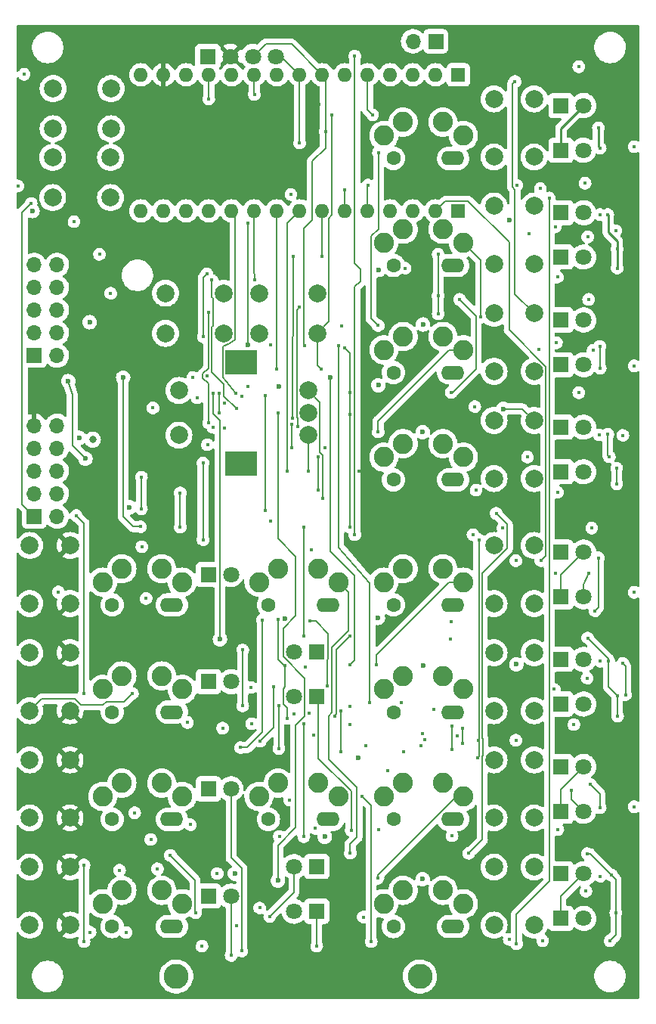
<source format=gbr>
%TF.GenerationSoftware,KiCad,Pcbnew,(6.0.1)*%
%TF.CreationDate,2022-06-07T13:31:57-07:00*%
%TF.ProjectId,main_board,6d61696e-5f62-46f6-9172-642e6b696361,2.1*%
%TF.SameCoordinates,Original*%
%TF.FileFunction,Copper,L1,Top*%
%TF.FilePolarity,Positive*%
%FSLAX46Y46*%
G04 Gerber Fmt 4.6, Leading zero omitted, Abs format (unit mm)*
G04 Created by KiCad (PCBNEW (6.0.1)) date 2022-06-07 13:31:57*
%MOMM*%
%LPD*%
G01*
G04 APERTURE LIST*
%TA.AperFunction,ComponentPad*%
%ADD10R,1.800000X1.800000*%
%TD*%
%TA.AperFunction,ComponentPad*%
%ADD11C,1.800000*%
%TD*%
%TA.AperFunction,ComponentPad*%
%ADD12C,2.000000*%
%TD*%
%TA.AperFunction,ComponentPad*%
%ADD13C,2.250000*%
%TD*%
%TA.AperFunction,ComponentPad*%
%ADD14O,2.600000X1.600000*%
%TD*%
%TA.AperFunction,ComponentPad*%
%ADD15C,1.600000*%
%TD*%
%TA.AperFunction,ComponentPad*%
%ADD16R,3.600000X2.800000*%
%TD*%
%TA.AperFunction,ComponentPad*%
%ADD17R,1.700000X1.700000*%
%TD*%
%TA.AperFunction,ComponentPad*%
%ADD18O,1.700000X1.700000*%
%TD*%
%TA.AperFunction,ComponentPad*%
%ADD19R,1.600000X1.600000*%
%TD*%
%TA.AperFunction,ComponentPad*%
%ADD20O,1.600000X1.600000*%
%TD*%
%TA.AperFunction,ComponentPad*%
%ADD21C,2.800000*%
%TD*%
%TA.AperFunction,ViaPad*%
%ADD22C,0.400000*%
%TD*%
%TA.AperFunction,ViaPad*%
%ADD23C,0.600000*%
%TD*%
%TA.AperFunction,ViaPad*%
%ADD24C,0.800000*%
%TD*%
%TA.AperFunction,Conductor*%
%ADD25C,0.200000*%
%TD*%
%TA.AperFunction,Conductor*%
%ADD26C,0.250000*%
%TD*%
G04 APERTURE END LIST*
D10*
X111500000Y-88520000D03*
D11*
X114040000Y-88520000D03*
D10*
X111500000Y-138500000D03*
D11*
X114040000Y-138500000D03*
D10*
X111500000Y-121500000D03*
D11*
X114040000Y-121500000D03*
D12*
X104000000Y-139250000D03*
X104000000Y-132750000D03*
X108500000Y-139250000D03*
X108500000Y-132750000D03*
D10*
X84140000Y-120700000D03*
D11*
X81600000Y-120700000D03*
D12*
X104000000Y-151250000D03*
X104000000Y-144750000D03*
X108500000Y-144750000D03*
X108500000Y-151250000D03*
D13*
X91670000Y-148850000D03*
X100570000Y-148850000D03*
X93820000Y-147350000D03*
X98270000Y-147350000D03*
D14*
X99410000Y-151400000D03*
D15*
X92730000Y-151400000D03*
D12*
X104000000Y-58750000D03*
X104000000Y-65250000D03*
X108500000Y-65250000D03*
X108500000Y-58750000D03*
D10*
X111500000Y-100500000D03*
D11*
X114040000Y-100500000D03*
D10*
X111500000Y-59500000D03*
D11*
X114040000Y-59500000D03*
D12*
X104000000Y-127250000D03*
X104000000Y-120750000D03*
X108500000Y-127250000D03*
X108500000Y-120750000D03*
D10*
X111500000Y-145500000D03*
D11*
X114040000Y-145500000D03*
D12*
X61100000Y-62100000D03*
X54600000Y-62100000D03*
X54600000Y-57600000D03*
X61100000Y-57600000D03*
D10*
X111500000Y-71500000D03*
D11*
X114040000Y-71500000D03*
D13*
X91670000Y-62850000D03*
X100570000Y-62850000D03*
X93820000Y-61350000D03*
X98270000Y-61350000D03*
D14*
X99410000Y-65400000D03*
D15*
X92730000Y-65400000D03*
D12*
X104000000Y-82750000D03*
X104000000Y-89250000D03*
X108500000Y-82750000D03*
X108500000Y-89250000D03*
D13*
X77670000Y-112850000D03*
X86570000Y-112850000D03*
X79820000Y-111350000D03*
X84270000Y-111350000D03*
D14*
X85410000Y-115400000D03*
D15*
X78730000Y-115400000D03*
D12*
X61050000Y-69800000D03*
X54550000Y-69800000D03*
X54550000Y-65300000D03*
X61050000Y-65300000D03*
X52000000Y-144750000D03*
X52000000Y-151250000D03*
X56500000Y-144750000D03*
X56500000Y-151250000D03*
X68700000Y-96400000D03*
X68700000Y-91400000D03*
D16*
X75700000Y-99600000D03*
X75700000Y-88200000D03*
D12*
X83200000Y-96400000D03*
X83200000Y-91400000D03*
X83200000Y-93900000D03*
D10*
X72000000Y-112000000D03*
D11*
X74540000Y-112000000D03*
D12*
X104000000Y-108750000D03*
X104000000Y-115250000D03*
X108500000Y-108750000D03*
X108500000Y-115250000D03*
X52000000Y-108750000D03*
X52000000Y-115250000D03*
X56500000Y-115250000D03*
X56500000Y-108750000D03*
D10*
X84140000Y-149700000D03*
D11*
X81600000Y-149700000D03*
D10*
X111500000Y-64500000D03*
D11*
X114040000Y-64500000D03*
D13*
X77670000Y-136850000D03*
X86570000Y-136850000D03*
X79820000Y-135350000D03*
X84270000Y-135350000D03*
D14*
X85410000Y-139400000D03*
D15*
X78730000Y-139400000D03*
D10*
X84140000Y-125700000D03*
D11*
X81600000Y-125700000D03*
D12*
X52000000Y-132750000D03*
X52000000Y-139250000D03*
X56500000Y-139250000D03*
X56500000Y-132750000D03*
D13*
X91670000Y-112850000D03*
X100570000Y-112850000D03*
X93820000Y-111350000D03*
X98270000Y-111350000D03*
D14*
X99410000Y-115400000D03*
D15*
X92730000Y-115400000D03*
D10*
X72000000Y-136000000D03*
D11*
X74540000Y-136000000D03*
D10*
X111500000Y-133500000D03*
D11*
X114040000Y-133500000D03*
D10*
X84140000Y-144700000D03*
D11*
X81600000Y-144700000D03*
D10*
X72000000Y-124000000D03*
D11*
X74540000Y-124000000D03*
D13*
X60170000Y-112850000D03*
X69070000Y-112850000D03*
X62320000Y-111350000D03*
X66770000Y-111350000D03*
D14*
X67910000Y-115400000D03*
D15*
X61230000Y-115400000D03*
D10*
X111500000Y-95500000D03*
D11*
X114040000Y-95500000D03*
D13*
X60170000Y-124850000D03*
X69070000Y-124850000D03*
X62320000Y-123350000D03*
X66770000Y-123350000D03*
D14*
X67910000Y-127400000D03*
D15*
X61230000Y-127400000D03*
D13*
X60170000Y-136850000D03*
X69070000Y-136850000D03*
X62320000Y-135350000D03*
X66770000Y-135350000D03*
D14*
X67910000Y-139400000D03*
D15*
X61230000Y-139400000D03*
D13*
X91670000Y-136850000D03*
X100570000Y-136850000D03*
X93820000Y-135350000D03*
X98270000Y-135350000D03*
D14*
X99410000Y-139400000D03*
D15*
X92730000Y-139400000D03*
D10*
X111500000Y-150500000D03*
D11*
X114040000Y-150500000D03*
D10*
X111500000Y-126500000D03*
D11*
X114040000Y-126500000D03*
D12*
X104000000Y-94750000D03*
X104000000Y-101250000D03*
X108500000Y-94750000D03*
X108500000Y-101250000D03*
D10*
X111500000Y-83500000D03*
D11*
X114040000Y-83500000D03*
D10*
X111500000Y-76450000D03*
D11*
X114040000Y-76450000D03*
D13*
X91670000Y-86850000D03*
X100570000Y-86850000D03*
X93820000Y-85350000D03*
X98270000Y-85350000D03*
D14*
X99410000Y-89400000D03*
D15*
X92730000Y-89400000D03*
D12*
X104000000Y-70750000D03*
X104000000Y-77250000D03*
X108500000Y-70750000D03*
X108500000Y-77250000D03*
D13*
X91670000Y-124850000D03*
X100570000Y-124850000D03*
X93820000Y-123350000D03*
X98270000Y-123350000D03*
D14*
X99410000Y-127400000D03*
D15*
X92730000Y-127400000D03*
D13*
X91670000Y-98850000D03*
X100570000Y-98850000D03*
X93820000Y-97350000D03*
X98270000Y-97350000D03*
D14*
X99410000Y-101400000D03*
D15*
X92730000Y-101400000D03*
D10*
X111500000Y-114500000D03*
D11*
X114040000Y-114500000D03*
D13*
X60170000Y-148850000D03*
X69070000Y-148850000D03*
X62320000Y-147350000D03*
X66770000Y-147350000D03*
D14*
X67910000Y-151400000D03*
D15*
X61230000Y-151400000D03*
D10*
X71940000Y-54000000D03*
D11*
X74480000Y-54000000D03*
X77020000Y-54000000D03*
X79560000Y-54000000D03*
D12*
X52000000Y-120750000D03*
X52000000Y-127250000D03*
X56500000Y-120750000D03*
X56500000Y-127250000D03*
D13*
X91670000Y-74850000D03*
X100570000Y-74850000D03*
X93820000Y-73350000D03*
X98270000Y-73350000D03*
D14*
X99410000Y-77400000D03*
D15*
X92730000Y-77400000D03*
D10*
X111500000Y-109500000D03*
D11*
X114040000Y-109500000D03*
D10*
X72000000Y-148000000D03*
D11*
X74540000Y-148000000D03*
D12*
X77700000Y-80500000D03*
X84200000Y-80500000D03*
X77700000Y-85000000D03*
X84200000Y-85000000D03*
X73700000Y-80500000D03*
X67200000Y-80500000D03*
X67200000Y-85000000D03*
X73700000Y-85000000D03*
D17*
X97475000Y-52300000D03*
D18*
X94935000Y-52300000D03*
D19*
X100000000Y-56060000D03*
D20*
X97460000Y-56060000D03*
X94920000Y-56060000D03*
X92380000Y-56060000D03*
X89840000Y-56060000D03*
X87300000Y-56060000D03*
X84760000Y-56060000D03*
X82220000Y-56060000D03*
X79680000Y-56060000D03*
X77140000Y-56060000D03*
X74600000Y-56060000D03*
X72060000Y-56060000D03*
X69520000Y-56060000D03*
X66980000Y-56060000D03*
X64440000Y-56060000D03*
D17*
X52500000Y-87500000D03*
D18*
X55040000Y-87500000D03*
X52500000Y-84960000D03*
X55040000Y-84960000D03*
X52500000Y-82420000D03*
X55040000Y-82420000D03*
X52500000Y-79880000D03*
X55040000Y-79880000D03*
X52500000Y-77340000D03*
X55040000Y-77340000D03*
D19*
X100000000Y-71300000D03*
D20*
X97460000Y-71300000D03*
X94920000Y-71300000D03*
X92380000Y-71300000D03*
X89840000Y-71300000D03*
X87300000Y-71300000D03*
X84760000Y-71300000D03*
X82220000Y-71300000D03*
X79680000Y-71300000D03*
X77140000Y-71300000D03*
X74600000Y-71300000D03*
X72060000Y-71300000D03*
X69520000Y-71300000D03*
X66980000Y-71300000D03*
X64440000Y-71300000D03*
D17*
X52500000Y-105500000D03*
D18*
X55040000Y-105500000D03*
X52500000Y-102960000D03*
X55040000Y-102960000D03*
X52500000Y-100420000D03*
X55040000Y-100420000D03*
X52500000Y-97880000D03*
X55040000Y-97880000D03*
X52500000Y-95340000D03*
X55040000Y-95340000D03*
D21*
X68400000Y-157000000D03*
X95700000Y-157000000D03*
D22*
X83175000Y-100450000D03*
X80850000Y-100450000D03*
X79680000Y-89039031D03*
X55200000Y-113950489D03*
X52150000Y-70450000D03*
X61050000Y-80500000D03*
X84850000Y-103450000D03*
X84750000Y-76350000D03*
X81500000Y-76400000D03*
X81400000Y-94500000D03*
D23*
X106500000Y-122050000D03*
X105700000Y-72350000D03*
D22*
X89875000Y-68400000D03*
X106550000Y-68400000D03*
X105700000Y-152850000D03*
X75750000Y-154150000D03*
X62775000Y-152075000D03*
X51350000Y-56000000D03*
X58745489Y-152045489D03*
D23*
X57550000Y-96700000D03*
X52300000Y-71300000D03*
D22*
X63750000Y-138675000D03*
X85884511Y-51325000D03*
X84350000Y-59350000D03*
X66525000Y-130475000D03*
X69000000Y-100450000D03*
X79300000Y-137475000D03*
X61100000Y-52050000D03*
X88900000Y-100450000D03*
X63625000Y-146275000D03*
X71362500Y-121862500D03*
X63750000Y-142650000D03*
X71400000Y-108100000D03*
X71400000Y-99512500D03*
X102162500Y-132487500D03*
X102300000Y-108100000D03*
D23*
X62450000Y-89950000D03*
D22*
X102275000Y-130600000D03*
X64400000Y-106650000D03*
X70250000Y-89950000D03*
X88400000Y-53950000D03*
X88400000Y-107550000D03*
X100450000Y-129200000D03*
X82220000Y-63680000D03*
X101650000Y-107550000D03*
X100450000Y-130925000D03*
X85115000Y-62435000D03*
X99250000Y-128950000D03*
X90098682Y-126348682D03*
X86600000Y-86400000D03*
X82750000Y-86400000D03*
X99250000Y-131600000D03*
X74550000Y-154650000D03*
X110199031Y-69850969D03*
X87275000Y-68900000D03*
X106525000Y-153350000D03*
D23*
X79912500Y-90962500D03*
X96050000Y-122150000D03*
D24*
X59050000Y-96900000D03*
D22*
X83500000Y-109250000D03*
X111150000Y-140550000D03*
X115895000Y-145780000D03*
X115895000Y-71705000D03*
D23*
X96000000Y-96050000D03*
D22*
X115800000Y-96375000D03*
X109200000Y-68800000D03*
X65800000Y-93350000D03*
X111100000Y-102800000D03*
D23*
X96000000Y-146100000D03*
D22*
X83315000Y-127535000D03*
X59800000Y-76150000D03*
D23*
X58700000Y-83750000D03*
D22*
X64550000Y-108900000D03*
X77750000Y-149325000D03*
X111100000Y-78700000D03*
X115895000Y-121705000D03*
D23*
X96050000Y-84000000D03*
D22*
X112950000Y-128800000D03*
D23*
X74962500Y-145487500D03*
D22*
X110900000Y-111850000D03*
D23*
X80600000Y-116950000D03*
X63175000Y-104475000D03*
D22*
X76425000Y-90975000D03*
X111000000Y-86050000D03*
X109450000Y-153000000D03*
X65555000Y-141670000D03*
X82900000Y-122375000D03*
D23*
X91000000Y-116850000D03*
D22*
X97250000Y-127075000D03*
X69987500Y-140012500D03*
D23*
X56300000Y-90350000D03*
D22*
X113500000Y-91650000D03*
X106450000Y-130550000D03*
X114300000Y-147450000D03*
X113500000Y-55150000D03*
D23*
X91050000Y-77900000D03*
D22*
X105000000Y-106800000D03*
X114200000Y-68200000D03*
D23*
X88800000Y-132550000D03*
D22*
X119705000Y-64100000D03*
X72995000Y-145480000D03*
X89350000Y-150350000D03*
X119705000Y-88645000D03*
X76800000Y-124650000D03*
D23*
X58225000Y-99025000D03*
D22*
X119705000Y-137995000D03*
X91037500Y-140550000D03*
D23*
X91037500Y-90812500D03*
D22*
X114600000Y-81200000D03*
X114425000Y-123600000D03*
X119705000Y-113995000D03*
X87850000Y-94050000D03*
X87300000Y-86650000D03*
X87850000Y-91600000D03*
X99200000Y-91600000D03*
X100150000Y-81200000D03*
X82700000Y-106700000D03*
X68850000Y-106700000D03*
X99300000Y-141250000D03*
X99200000Y-117250000D03*
X87850000Y-118900000D03*
D23*
X85050000Y-141362011D03*
D22*
X87850000Y-106700000D03*
X82700000Y-141350000D03*
X86150000Y-127850000D03*
X82700000Y-118900000D03*
X86900000Y-84150000D03*
X82700000Y-128700000D03*
X76850000Y-128700000D03*
X68850000Y-102850000D03*
X64500000Y-104650000D03*
X64500000Y-101100000D03*
X96000000Y-129850000D03*
X83825000Y-129950000D03*
X63500000Y-125300000D03*
X56950000Y-72500000D03*
X50650000Y-68500000D03*
X65025000Y-114675000D03*
X109250000Y-110450000D03*
X106450000Y-110450000D03*
X97735000Y-80815000D03*
X97740480Y-76159520D03*
X97750000Y-82800000D03*
X79900000Y-126700000D03*
X75850000Y-126700000D03*
X75850000Y-120450000D03*
X79900480Y-131475000D03*
X71875000Y-89775000D03*
D23*
X85650000Y-89950000D03*
D22*
X87850000Y-122100000D03*
D23*
X73300000Y-119250000D03*
D22*
X72525000Y-91700000D03*
X99150000Y-119200000D03*
D23*
X79800000Y-146250000D03*
D22*
X73175000Y-91700000D03*
X79800000Y-93950000D03*
X73175000Y-93950000D03*
X73800000Y-92825000D03*
X78400000Y-91950000D03*
X104250000Y-105150000D03*
X101175000Y-143200000D03*
X78400000Y-104800000D03*
X73825000Y-95575000D03*
X82200000Y-82100244D03*
X81999511Y-95450489D03*
X71999855Y-82650145D03*
X72024511Y-95025489D03*
X94050000Y-77700000D03*
X72525000Y-95525000D03*
X81375000Y-97800000D03*
X81375000Y-95150000D03*
X85050000Y-97800000D03*
X84300000Y-102550000D03*
X84300000Y-98850000D03*
X71900000Y-97475000D03*
X101994511Y-102550000D03*
X101850000Y-93200000D03*
X72400000Y-79050000D03*
X75125000Y-93400000D03*
X77150000Y-79050000D03*
X75100000Y-91700000D03*
X75775000Y-92050000D03*
X70750000Y-92225000D03*
X96200000Y-130450000D03*
X75600000Y-131375000D03*
X78065000Y-117085000D03*
X86850000Y-131855000D03*
X86850000Y-127300000D03*
X93845000Y-131855000D03*
X58075000Y-144525000D03*
X90245489Y-153095489D03*
X92050000Y-133950000D03*
X89188569Y-136838569D03*
X58075000Y-153100000D03*
X95775000Y-131125000D03*
X89675000Y-131125000D03*
X83350000Y-117200000D03*
X79335000Y-124565000D03*
X85325000Y-124500000D03*
X77800000Y-130650000D03*
X79837500Y-117062500D03*
X80800000Y-128075000D03*
X80605000Y-122175000D03*
X73600000Y-129200000D03*
X87875000Y-128825000D03*
X81112500Y-137237500D03*
X78875000Y-150275000D03*
X84000000Y-140425000D03*
X88000000Y-140625000D03*
X93575000Y-126300000D03*
X84140000Y-153610000D03*
X71285000Y-153610000D03*
X114650000Y-111900000D03*
X112700000Y-136200000D03*
X114950000Y-106800000D03*
X91050000Y-64750000D03*
X91025000Y-84125000D03*
X107950000Y-73850000D03*
X102500000Y-83200000D03*
X91025000Y-96025000D03*
X90850000Y-122100000D03*
X91000000Y-146000000D03*
X110850000Y-73050000D03*
X117650000Y-73500000D03*
X109000000Y-86800000D03*
X115100000Y-86900000D03*
X118435000Y-96415000D03*
X107750000Y-98850000D03*
X115895000Y-64250000D03*
X115700000Y-62000000D03*
X117800000Y-77700000D03*
X114500000Y-74200000D03*
X117800000Y-75550000D03*
X116750000Y-71700000D03*
X115900000Y-88900000D03*
X115850000Y-86450000D03*
X117750000Y-101850000D03*
X117750000Y-100100000D03*
X116921792Y-98828208D03*
X116750000Y-96300000D03*
X118435000Y-121965000D03*
X118725000Y-125450000D03*
X110750000Y-124850000D03*
X115310000Y-116060000D03*
X115700000Y-110150000D03*
X117850000Y-127850000D03*
X116850000Y-121700000D03*
X117800000Y-125550000D03*
X114500000Y-119100000D03*
X115895000Y-138105000D03*
X114800000Y-135500000D03*
X117165000Y-145635000D03*
X117650000Y-149900000D03*
X117000000Y-153000000D03*
X114450000Y-143250000D03*
X77150000Y-58249511D03*
X81249511Y-69450489D03*
X106350000Y-56800000D03*
X84650000Y-89000000D03*
X90400000Y-60550000D03*
D23*
X105050489Y-93450489D03*
D22*
X85859511Y-60590489D03*
X72050000Y-58750000D03*
X79000000Y-86300000D03*
X79000000Y-106000000D03*
X76400489Y-72700000D03*
D23*
X76400000Y-86300000D03*
D22*
X66297500Y-144952500D03*
X62050000Y-145100000D03*
X67750000Y-143450000D03*
X75200000Y-151275000D03*
X70575000Y-149850000D03*
X71450000Y-85375000D03*
X71825000Y-78350000D03*
X87900000Y-143175000D03*
X79950000Y-141325000D03*
X81599511Y-127575489D03*
X57200000Y-105400000D03*
X87824511Y-126800489D03*
X99900000Y-130100000D03*
X58075489Y-125324511D03*
X69655479Y-128569521D03*
D25*
X83200000Y-96400000D02*
X83200000Y-100475000D01*
X80840489Y-99914073D02*
X80840489Y-100440489D01*
X79680000Y-71300000D02*
X79680000Y-89039031D01*
X51149511Y-71450489D02*
X52150000Y-70450000D01*
X51149511Y-104149511D02*
X51149511Y-71450489D01*
X52500000Y-105500000D02*
X51149511Y-104149511D01*
X111500000Y-112040000D02*
X114040000Y-109500000D01*
X111500000Y-114500000D02*
X111500000Y-112040000D01*
X111500000Y-148040000D02*
X114040000Y-145500000D01*
X111500000Y-150500000D02*
X111500000Y-148040000D01*
X111500000Y-138500000D02*
X111500000Y-136040000D01*
D26*
X111500000Y-62040000D02*
X111500000Y-64500000D01*
X114040000Y-59500000D02*
X111500000Y-62040000D01*
D25*
X111500000Y-136040000D02*
X114040000Y-133500000D01*
X82220000Y-71300000D02*
X80840489Y-72679511D01*
X80840489Y-72679511D02*
X80840489Y-99914073D01*
X84850000Y-98693584D02*
X84850000Y-103450000D01*
X84499511Y-98343095D02*
X84850000Y-98693584D01*
X83200000Y-91400000D02*
X84499511Y-92699511D01*
X84499511Y-92699511D02*
X84499511Y-98343095D01*
X81400000Y-94500000D02*
X81500000Y-76400000D01*
X84760000Y-71300000D02*
X84750000Y-76350000D01*
X75739511Y-152039511D02*
X75739511Y-144889511D01*
X74540000Y-143690000D02*
X74540000Y-136000000D01*
X75750000Y-154150000D02*
X75739511Y-152039511D01*
X89875000Y-68400000D02*
X89840000Y-68435000D01*
X75739511Y-144889511D02*
X74540000Y-143690000D01*
X89840000Y-68435000D02*
X89840000Y-71300000D01*
X102300000Y-132350000D02*
X102162500Y-132487500D01*
X102300000Y-108100000D02*
X102300000Y-132350000D01*
X71400000Y-99512500D02*
X71400000Y-108100000D01*
X62450000Y-89950000D02*
X62449511Y-105499511D01*
X63600000Y-106650000D02*
X64400000Y-106650000D01*
X62449511Y-105499511D02*
X63600000Y-106650000D01*
X82220000Y-63680000D02*
X82220000Y-63730000D01*
X89049521Y-79162544D02*
X88399511Y-79812554D01*
X82220000Y-56060000D02*
X80160000Y-54000000D01*
X88399511Y-77187446D02*
X89049521Y-77837456D01*
X88399511Y-79800000D02*
X88400000Y-107550000D01*
X80160000Y-54000000D02*
X79560000Y-54000000D01*
X89049521Y-77837456D02*
X89049521Y-79162544D01*
X88400000Y-53950000D02*
X88399511Y-77187446D01*
X82220000Y-56060000D02*
X82220000Y-63680000D01*
X100450000Y-129200000D02*
X100450000Y-130925000D01*
X77020000Y-54000000D02*
X78420000Y-52600000D01*
X85115000Y-62435000D02*
X85115000Y-64270489D01*
X85115000Y-64270489D02*
X83635489Y-65750000D01*
X99250000Y-128950000D02*
X99250000Y-131600000D01*
X83635489Y-72314511D02*
X82724511Y-73225489D01*
X83635489Y-65750000D02*
X83635489Y-72314511D01*
X90098682Y-112998682D02*
X86600000Y-108950000D01*
X82724511Y-73225489D02*
X82724511Y-86400000D01*
X85115000Y-56415000D02*
X84760000Y-56060000D01*
X81300000Y-52600000D02*
X84760000Y-56060000D01*
X78420000Y-52600000D02*
X81300000Y-52600000D01*
X85115000Y-62435000D02*
X85115000Y-56415000D01*
X86600000Y-107400000D02*
X86600000Y-86400000D01*
X86600000Y-108950000D02*
X86600000Y-107400000D01*
X90098682Y-126348682D02*
X90098682Y-112998682D01*
X110199031Y-146350969D02*
X106500000Y-150050000D01*
X87300000Y-68925000D02*
X87300000Y-71300000D01*
X74540000Y-153340000D02*
X74540000Y-148000000D01*
X87275000Y-68900000D02*
X87300000Y-68925000D01*
X110199031Y-69850969D02*
X110199031Y-146350969D01*
X74550000Y-154650000D02*
X74540000Y-153340000D01*
X106500000Y-150050000D02*
X106525000Y-153350000D01*
X56300000Y-90350000D02*
X56750489Y-91850489D01*
X56750489Y-97550489D02*
X58225000Y-99025000D01*
X56750489Y-91850489D02*
X56750489Y-97550489D01*
X101994511Y-83044511D02*
X101994511Y-88969440D01*
X82700000Y-128700000D02*
X82700000Y-141350000D01*
X82700000Y-106700000D02*
X82700000Y-118900000D01*
X86350489Y-120399511D02*
X86350489Y-127649511D01*
X87300000Y-86650000D02*
X87850000Y-87200000D01*
X86350489Y-127649511D02*
X86150000Y-127850000D01*
X87850000Y-87200000D02*
X87850000Y-91600000D01*
X87850000Y-94050000D02*
X87850000Y-106700000D01*
X68850000Y-106700000D02*
X68850000Y-102825000D01*
X101994511Y-88969440D02*
X99363951Y-91600000D01*
X87850000Y-118900000D02*
X86350489Y-120399511D01*
X87850000Y-91600000D02*
X87850000Y-94050000D01*
X100150000Y-81200000D02*
X101994511Y-83044511D01*
X99363951Y-91600000D02*
X99200000Y-91600000D01*
X64500000Y-104650000D02*
X64500000Y-101100000D01*
X60200000Y-126600000D02*
X57687787Y-126600000D01*
X57012787Y-125925000D02*
X53325000Y-125925000D01*
X53325000Y-125925000D02*
X52000000Y-127250000D01*
X62569521Y-126230479D02*
X60569521Y-126230479D01*
X57687787Y-126600000D02*
X57012787Y-125925000D01*
X60569521Y-126230479D02*
X60200000Y-126600000D01*
X63500000Y-125300000D02*
X62569521Y-126230479D01*
X101099511Y-70200489D02*
X98559511Y-70200489D01*
X105700000Y-74800978D02*
X101099511Y-70200489D01*
X109250000Y-110450000D02*
X109799511Y-109950000D01*
X109799511Y-88711724D02*
X105700000Y-84612213D01*
X109799511Y-109950000D02*
X109799511Y-88711724D01*
X98559511Y-70200489D02*
X97460000Y-71300000D01*
X105700000Y-84612213D02*
X105700000Y-74800978D01*
X97735000Y-80815000D02*
X97735000Y-82785000D01*
X97740480Y-80809520D02*
X97740480Y-76159520D01*
X97735000Y-82785000D02*
X97750000Y-82800000D01*
X97735000Y-80815000D02*
X97740480Y-80809520D01*
X79900480Y-131475000D02*
X79900000Y-126700000D01*
X75850000Y-120450000D02*
X75850000Y-126700000D01*
X85650000Y-109400000D02*
X85650000Y-89950000D01*
X88349511Y-112099511D02*
X85650000Y-109400000D01*
X87850000Y-122100000D02*
X88349511Y-121600489D01*
X88349511Y-121600489D02*
X88349511Y-112099511D01*
X72525000Y-94006416D02*
X73300000Y-94781416D01*
X72525000Y-91700000D02*
X72525000Y-94006416D01*
X73300000Y-94781416D02*
X73300000Y-119200000D01*
X79800000Y-108000000D02*
X81800969Y-110000969D01*
X80400489Y-121196855D02*
X82799511Y-123595877D01*
X81800969Y-110000969D02*
X81800969Y-116600000D01*
X81800969Y-140334025D02*
X79800000Y-142334994D01*
X81800969Y-116600000D02*
X80400489Y-118000480D01*
X80400489Y-118000480D02*
X80400489Y-121196855D01*
X81800969Y-128892615D02*
X81800969Y-140334025D01*
X82799511Y-127894073D02*
X81800969Y-128892615D01*
X73175000Y-91700000D02*
X73175000Y-93950000D01*
X79800000Y-93950000D02*
X79800000Y-108000000D01*
X82799511Y-123595877D02*
X82799511Y-127894073D01*
X79800000Y-142334994D02*
X79800000Y-146250000D01*
X102700489Y-130319073D02*
X102774511Y-130393095D01*
X102699520Y-132375000D02*
X102699520Y-141673542D01*
X102700489Y-111899511D02*
X102700489Y-130319073D01*
X102700489Y-141674511D02*
X101175000Y-143200000D01*
X105499511Y-106399511D02*
X105499511Y-109100489D01*
X102699520Y-141673542D02*
X102700489Y-141674511D01*
X102774511Y-132300009D02*
X102699520Y-132375000D01*
X104250000Y-105150000D02*
X105499511Y-106399511D01*
X78400000Y-104800000D02*
X78400000Y-91950000D01*
X105499511Y-109100489D02*
X102700489Y-111899511D01*
X102774511Y-130393095D02*
X102774511Y-132300009D01*
X81900489Y-94444073D02*
X81999511Y-94543095D01*
X81900489Y-82400000D02*
X81900489Y-94444073D01*
X82200000Y-82100244D02*
X81900489Y-82399755D01*
X81999511Y-94543095D02*
X81999511Y-95450489D01*
X71375489Y-89981905D02*
X71375489Y-89549511D01*
X72024511Y-90630927D02*
X71375489Y-89981905D01*
X72024511Y-95025489D02*
X72024511Y-90630927D01*
X72000000Y-88925000D02*
X72000000Y-86350000D01*
X71375489Y-89549511D02*
X72000000Y-88925000D01*
X72000000Y-86350000D02*
X71999855Y-82650145D01*
X81375000Y-95150000D02*
X81375000Y-97800000D01*
X84300000Y-102550000D02*
X84300000Y-98850000D01*
X75125000Y-93400000D02*
X73733451Y-92008451D01*
X73733451Y-90683451D02*
X72400489Y-89350489D01*
X77150000Y-79050000D02*
X77140000Y-77610000D01*
X77140000Y-77610000D02*
X77140000Y-71300000D01*
X72500000Y-81049511D02*
X72400000Y-80949511D01*
X72400489Y-84301042D02*
X72500000Y-84201531D01*
X72400000Y-80949511D02*
X72400000Y-79050000D01*
X72500000Y-84201531D02*
X72500000Y-81049511D01*
X73733451Y-92008451D02*
X73733451Y-90683451D01*
X72400489Y-89350489D02*
X72400489Y-84301042D01*
X74999511Y-85675000D02*
X74400000Y-86125000D01*
X73600489Y-86500489D02*
X73600489Y-89899511D01*
X74400000Y-86125000D02*
X73600489Y-86500489D01*
X73600489Y-89899511D02*
X75100000Y-91700000D01*
X74999511Y-71699511D02*
X74999511Y-85675000D01*
X74600000Y-71300000D02*
X74999511Y-71699511D01*
X75600000Y-131375000D02*
X76368584Y-131375000D01*
X78065000Y-129678584D02*
X78065000Y-117085000D01*
X76368584Y-131375000D02*
X78065000Y-129678584D01*
X86850000Y-131855000D02*
X86850000Y-127300000D01*
X89188569Y-136838569D02*
X90245489Y-137895489D01*
X90245489Y-137895489D02*
X90245489Y-153095489D01*
X58075000Y-153100000D02*
X58075000Y-144525000D01*
X84056416Y-117200000D02*
X83350000Y-117200000D01*
X79335000Y-129100000D02*
X77800000Y-130650000D01*
X79335000Y-124565000D02*
X79335000Y-129100000D01*
X85325000Y-124500000D02*
X85375000Y-118675000D01*
X85375000Y-118675000D02*
X84056416Y-117200000D01*
X80375489Y-124774511D02*
X80375489Y-126475489D01*
X80605000Y-124545000D02*
X80375489Y-124774511D01*
X79837500Y-121487500D02*
X80605000Y-122255000D01*
X80375489Y-126475489D02*
X80800000Y-126900000D01*
X80605000Y-122175000D02*
X80605000Y-124545000D01*
X80800000Y-126900000D02*
X80800000Y-128075000D01*
X79837500Y-117062500D02*
X79837500Y-121487500D01*
X81600000Y-147550000D02*
X78875000Y-150275000D01*
X81600000Y-144700000D02*
X81600000Y-147550000D01*
X88000000Y-140625000D02*
X88000000Y-136265436D01*
X84324511Y-132589947D02*
X84324511Y-125884511D01*
X84324511Y-125884511D02*
X84140000Y-125700000D01*
X88000000Y-136265436D02*
X84324511Y-132589947D01*
X84140000Y-149700000D02*
X84140000Y-153610000D01*
X114040000Y-113090000D02*
X114040000Y-114500000D01*
X114650000Y-111900000D02*
X114040000Y-113090000D01*
X112700000Y-136200000D02*
X112700000Y-137160000D01*
X112700000Y-137160000D02*
X114040000Y-138500000D01*
X90239520Y-74110480D02*
X90239520Y-83339520D01*
X91050000Y-64750000D02*
X91050000Y-73300000D01*
X90239520Y-83339520D02*
X91025000Y-84125000D01*
X91050000Y-73300000D02*
X90239520Y-74110480D01*
X102500000Y-76780000D02*
X102500000Y-83200000D01*
X100570000Y-74850000D02*
X102500000Y-76780000D01*
X100570000Y-86850000D02*
X98979010Y-86850000D01*
X98979010Y-86850000D02*
X91025000Y-94804010D01*
X91025000Y-94804010D02*
X91025000Y-96025000D01*
X98979010Y-112850000D02*
X90850000Y-120979010D01*
X100570000Y-112850000D02*
X98979010Y-112850000D01*
X90850000Y-120979010D02*
X90850000Y-122100000D01*
X100570000Y-136850000D02*
X99806049Y-136850000D01*
X91000000Y-145656049D02*
X91000000Y-146000000D01*
X99806049Y-136850000D02*
X91000000Y-145656049D01*
D26*
X115700000Y-62000000D02*
X115700000Y-64055000D01*
X115700000Y-64055000D02*
X115895000Y-64250000D01*
X116800000Y-71750000D02*
X116750000Y-71700000D01*
X117800000Y-77700000D02*
X117800000Y-75550000D01*
X116800000Y-73700000D02*
X116800000Y-71750000D01*
X117800000Y-75550000D02*
X117800000Y-74700000D01*
X117800000Y-74700000D02*
X116800000Y-73700000D01*
D25*
X115850000Y-88910000D02*
X115850000Y-86450000D01*
X115900000Y-88900000D02*
X115850000Y-88910000D01*
X117750000Y-101850000D02*
X117750000Y-100100000D01*
X116750000Y-98656416D02*
X116921792Y-98828208D01*
X116750000Y-96300000D02*
X116750000Y-98656416D01*
X118435000Y-121965000D02*
X118725000Y-122255000D01*
X118725000Y-122255000D02*
X118725000Y-125450000D01*
X115700000Y-115670000D02*
X115700000Y-110150000D01*
X115310000Y-116060000D02*
X115700000Y-115670000D01*
X116850000Y-121700000D02*
X116850000Y-124600000D01*
X117800000Y-127800000D02*
X117850000Y-127850000D01*
X116850000Y-121450000D02*
X116850000Y-121700000D01*
X114500000Y-119100000D02*
X116850000Y-121450000D01*
X116850000Y-124600000D02*
X117800000Y-125550000D01*
X117800000Y-125550000D02*
X117800000Y-127800000D01*
X114800000Y-135500000D02*
X115895000Y-136595000D01*
X115895000Y-136595000D02*
X115895000Y-138105000D01*
X114780000Y-143250000D02*
X114450000Y-143250000D01*
X117650000Y-149900000D02*
X117650000Y-152350000D01*
X117650000Y-146120000D02*
X117650000Y-149900000D01*
X117165000Y-145635000D02*
X117650000Y-146120000D01*
X117165000Y-145635000D02*
X114780000Y-143250000D01*
X117650000Y-152350000D02*
X117000000Y-153000000D01*
X77140000Y-58239511D02*
X77140000Y-56060000D01*
X77150000Y-58249511D02*
X77140000Y-58239511D01*
X106050000Y-57100000D02*
X106350000Y-56800000D01*
X106050000Y-68606416D02*
X106050000Y-57100000D01*
X108500000Y-82750000D02*
X106343095Y-80593095D01*
X106343095Y-80593095D02*
X106343095Y-68899511D01*
X106343095Y-68899511D02*
X106050000Y-68606416D01*
X85449992Y-72164952D02*
X85859511Y-71755433D01*
X84650000Y-89000000D02*
X84200000Y-88550000D01*
X84200000Y-88550000D02*
X84200000Y-85000000D01*
X85499510Y-83700490D02*
X85499510Y-79913557D01*
X84200000Y-85000000D02*
X85499510Y-83700490D01*
X85449992Y-79864039D02*
X85449992Y-72164952D01*
X85859511Y-71755433D02*
X85859511Y-60590489D01*
X85859511Y-60590489D02*
X85859511Y-60559511D01*
X107200489Y-93450489D02*
X108500000Y-94750000D01*
X89840000Y-59990000D02*
X90400000Y-60550000D01*
X85499510Y-79913557D02*
X85449992Y-79864039D01*
X89840000Y-56060000D02*
X89840000Y-59990000D01*
X105050489Y-93450489D02*
X107200489Y-93450489D01*
X72060000Y-56060000D02*
X72060000Y-58740000D01*
X72060000Y-58740000D02*
X72050000Y-58750000D01*
X76400000Y-86300000D02*
X76400489Y-72700000D01*
X70494511Y-149769511D02*
X70575000Y-149850000D01*
X67750000Y-143450000D02*
X70494511Y-146194511D01*
X70494511Y-146194511D02*
X70494511Y-149769511D01*
X71450000Y-78725000D02*
X71450000Y-85375000D01*
X71825000Y-78350000D02*
X71450000Y-78725000D01*
X88650000Y-141400000D02*
X87900000Y-142150000D01*
X85450000Y-132650000D02*
X88650000Y-135850000D01*
X85450000Y-127825000D02*
X85450000Y-128850000D01*
X87695000Y-113975000D02*
X87695000Y-118330000D01*
X85450000Y-128850000D02*
X85450000Y-132650000D01*
X87900000Y-142150000D02*
X87900000Y-143175000D01*
X85825000Y-127450000D02*
X85450000Y-127825000D01*
X88650000Y-135850000D02*
X88650000Y-137875000D01*
X88650000Y-137875000D02*
X88650000Y-141400000D01*
X86570000Y-112850000D02*
X87695000Y-113975000D01*
X87695000Y-118330000D02*
X85825000Y-120200000D01*
X85825000Y-120200000D02*
X85825000Y-127450000D01*
X58075489Y-106275489D02*
X58075489Y-125324511D01*
X57200000Y-105400000D02*
X58075489Y-106275489D01*
%TA.AperFunction,Conductor*%
G36*
X120234121Y-50528002D02*
G01*
X120280614Y-50581658D01*
X120292000Y-50634000D01*
X120292000Y-63399793D01*
X120271998Y-63467914D01*
X120218342Y-63514407D01*
X120148068Y-63524511D01*
X120107041Y-63511147D01*
X119967482Y-63437254D01*
X119967479Y-63437253D01*
X119960769Y-63433700D01*
X119943196Y-63429286D01*
X119801822Y-63393775D01*
X119801818Y-63393775D01*
X119794451Y-63391924D01*
X119786852Y-63391884D01*
X119786850Y-63391884D01*
X119715394Y-63391510D01*
X119622969Y-63391026D01*
X119615589Y-63392798D01*
X119615587Y-63392798D01*
X119463602Y-63429286D01*
X119463598Y-63429287D01*
X119456223Y-63431058D01*
X119303839Y-63509709D01*
X119174615Y-63622439D01*
X119076010Y-63762739D01*
X119064146Y-63793169D01*
X119021808Y-63901760D01*
X119013718Y-63922509D01*
X119012726Y-63930042D01*
X119012726Y-63930043D01*
X118993016Y-64079758D01*
X118991335Y-64092526D01*
X118998444Y-64156919D01*
X119009177Y-64254133D01*
X119010153Y-64262975D01*
X119012762Y-64270106D01*
X119012763Y-64270108D01*
X119015604Y-64277871D01*
X119069085Y-64424015D01*
X119073322Y-64430321D01*
X119073324Y-64430324D01*
X119098564Y-64467884D01*
X119164730Y-64566349D01*
X119216039Y-64613037D01*
X119283889Y-64674775D01*
X119291565Y-64681760D01*
X119442268Y-64763585D01*
X119608139Y-64807101D01*
X119695586Y-64808474D01*
X119772003Y-64809675D01*
X119772006Y-64809675D01*
X119779602Y-64809794D01*
X119787006Y-64808098D01*
X119787008Y-64808098D01*
X119912584Y-64779337D01*
X119946759Y-64771510D01*
X120098869Y-64695006D01*
X120098871Y-64695006D01*
X120099958Y-64694459D01*
X120100049Y-64694640D01*
X120164080Y-64674775D01*
X120232498Y-64693737D01*
X120279803Y-64746678D01*
X120292000Y-64800760D01*
X120292000Y-87944793D01*
X120271998Y-88012914D01*
X120218342Y-88059407D01*
X120148068Y-88069511D01*
X120107041Y-88056147D01*
X119967482Y-87982254D01*
X119967479Y-87982253D01*
X119960769Y-87978700D01*
X119943196Y-87974286D01*
X119801822Y-87938775D01*
X119801818Y-87938775D01*
X119794451Y-87936924D01*
X119786852Y-87936884D01*
X119786850Y-87936884D01*
X119715394Y-87936510D01*
X119622969Y-87936026D01*
X119615589Y-87937798D01*
X119615587Y-87937798D01*
X119463602Y-87974286D01*
X119463598Y-87974287D01*
X119456223Y-87976058D01*
X119303839Y-88054709D01*
X119174615Y-88167439D01*
X119076010Y-88307739D01*
X119048113Y-88379292D01*
X119024009Y-88441115D01*
X119013718Y-88467509D01*
X119012726Y-88475042D01*
X119012726Y-88475043D01*
X118994086Y-88616632D01*
X118991335Y-88637526D01*
X118999321Y-88709857D01*
X119008746Y-88795229D01*
X119010153Y-88807975D01*
X119012762Y-88815106D01*
X119012763Y-88815108D01*
X119017926Y-88829217D01*
X119069085Y-88969015D01*
X119073322Y-88975321D01*
X119073324Y-88975324D01*
X119106051Y-89024026D01*
X119164730Y-89111349D01*
X119170346Y-89116459D01*
X119283889Y-89219775D01*
X119291565Y-89226760D01*
X119442268Y-89308585D01*
X119608139Y-89352101D01*
X119695586Y-89353474D01*
X119772003Y-89354675D01*
X119772006Y-89354675D01*
X119779602Y-89354794D01*
X119787006Y-89353098D01*
X119787008Y-89353098D01*
X119849846Y-89338706D01*
X119946759Y-89316510D01*
X120098869Y-89240006D01*
X120098871Y-89240006D01*
X120099958Y-89239459D01*
X120100049Y-89239640D01*
X120164080Y-89219775D01*
X120232498Y-89238737D01*
X120279803Y-89291678D01*
X120292000Y-89345760D01*
X120292000Y-113294793D01*
X120271998Y-113362914D01*
X120218342Y-113409407D01*
X120148068Y-113419511D01*
X120107041Y-113406147D01*
X119967482Y-113332254D01*
X119967479Y-113332253D01*
X119960769Y-113328700D01*
X119950080Y-113326015D01*
X119801822Y-113288775D01*
X119801818Y-113288775D01*
X119794451Y-113286924D01*
X119786852Y-113286884D01*
X119786850Y-113286884D01*
X119715394Y-113286510D01*
X119622969Y-113286026D01*
X119615589Y-113287798D01*
X119615587Y-113287798D01*
X119463602Y-113324286D01*
X119463598Y-113324287D01*
X119456223Y-113326058D01*
X119303839Y-113404709D01*
X119174615Y-113517439D01*
X119076010Y-113657739D01*
X119051246Y-113721256D01*
X119016561Y-113810218D01*
X119013718Y-113817509D01*
X119012726Y-113825042D01*
X119012726Y-113825043D01*
X118993804Y-113968775D01*
X118991335Y-113987526D01*
X118997166Y-114040344D01*
X119007640Y-114135209D01*
X119010153Y-114157975D01*
X119012762Y-114165106D01*
X119012763Y-114165108D01*
X119025178Y-114199033D01*
X119069085Y-114319015D01*
X119073322Y-114325321D01*
X119073324Y-114325324D01*
X119094492Y-114356825D01*
X119164730Y-114461349D01*
X119204469Y-114497509D01*
X119283889Y-114569775D01*
X119291565Y-114576760D01*
X119442268Y-114658585D01*
X119608139Y-114702101D01*
X119695586Y-114703474D01*
X119772003Y-114704675D01*
X119772006Y-114704675D01*
X119779602Y-114704794D01*
X119787006Y-114703098D01*
X119787008Y-114703098D01*
X119862438Y-114685822D01*
X119946759Y-114666510D01*
X120098869Y-114590006D01*
X120098871Y-114590006D01*
X120099958Y-114589459D01*
X120100049Y-114589640D01*
X120164080Y-114569775D01*
X120232498Y-114588737D01*
X120279803Y-114641678D01*
X120292000Y-114695760D01*
X120292000Y-137294793D01*
X120271998Y-137362914D01*
X120218342Y-137409407D01*
X120148068Y-137419511D01*
X120107041Y-137406147D01*
X119967482Y-137332254D01*
X119967479Y-137332253D01*
X119960769Y-137328700D01*
X119937320Y-137322810D01*
X119801822Y-137288775D01*
X119801818Y-137288775D01*
X119794451Y-137286924D01*
X119786852Y-137286884D01*
X119786850Y-137286884D01*
X119715394Y-137286510D01*
X119622969Y-137286026D01*
X119615589Y-137287798D01*
X119615587Y-137287798D01*
X119463602Y-137324286D01*
X119463598Y-137324287D01*
X119456223Y-137326058D01*
X119303839Y-137404709D01*
X119174615Y-137517439D01*
X119076010Y-137657739D01*
X119056040Y-137708959D01*
X119017627Y-137807484D01*
X119013718Y-137817509D01*
X119012726Y-137825042D01*
X119012726Y-137825043D01*
X118993804Y-137968775D01*
X118991335Y-137987526D01*
X118998216Y-138049851D01*
X119009001Y-138147538D01*
X119010153Y-138157975D01*
X119012762Y-138165106D01*
X119012763Y-138165108D01*
X119025432Y-138199728D01*
X119069085Y-138319015D01*
X119073322Y-138325321D01*
X119073324Y-138325324D01*
X119094492Y-138356825D01*
X119164730Y-138461349D01*
X119204469Y-138497509D01*
X119283889Y-138569775D01*
X119291565Y-138576760D01*
X119442268Y-138658585D01*
X119608139Y-138702101D01*
X119695586Y-138703474D01*
X119772003Y-138704675D01*
X119772006Y-138704675D01*
X119779602Y-138704794D01*
X119787006Y-138703098D01*
X119787008Y-138703098D01*
X119862438Y-138685822D01*
X119946759Y-138666510D01*
X120098869Y-138590006D01*
X120098871Y-138590006D01*
X120099958Y-138589459D01*
X120100049Y-138589640D01*
X120164080Y-138569775D01*
X120232498Y-138588737D01*
X120279803Y-138641678D01*
X120292000Y-138695760D01*
X120292000Y-159366000D01*
X120271998Y-159434121D01*
X120218342Y-159480614D01*
X120166000Y-159492000D01*
X50634000Y-159492000D01*
X50565879Y-159471998D01*
X50519386Y-159418342D01*
X50508000Y-159366000D01*
X50508000Y-157107655D01*
X52239858Y-157107655D01*
X52275104Y-157366638D01*
X52276412Y-157371124D01*
X52276412Y-157371126D01*
X52296098Y-157438664D01*
X52348243Y-157617567D01*
X52457668Y-157854928D01*
X52460231Y-157858837D01*
X52598410Y-158069596D01*
X52598414Y-158069601D01*
X52600976Y-158073509D01*
X52775018Y-158268506D01*
X52975970Y-158435637D01*
X52979973Y-158438066D01*
X53195422Y-158568804D01*
X53195426Y-158568806D01*
X53199419Y-158571229D01*
X53440455Y-158672303D01*
X53693783Y-158736641D01*
X53698434Y-158737109D01*
X53698438Y-158737110D01*
X53891308Y-158756531D01*
X53910867Y-158758500D01*
X54066354Y-158758500D01*
X54068679Y-158758327D01*
X54068685Y-158758327D01*
X54256000Y-158744407D01*
X54256004Y-158744406D01*
X54260652Y-158744061D01*
X54265200Y-158743032D01*
X54265206Y-158743031D01*
X54451601Y-158700853D01*
X54515577Y-158686377D01*
X54551769Y-158672303D01*
X54754824Y-158593340D01*
X54754827Y-158593339D01*
X54759177Y-158591647D01*
X54801029Y-158567727D01*
X54898770Y-158511863D01*
X54986098Y-158461951D01*
X55191357Y-158300138D01*
X55370443Y-158109763D01*
X55476116Y-157957437D01*
X55516759Y-157898851D01*
X55516761Y-157898848D01*
X55519424Y-157895009D01*
X55541284Y-157850682D01*
X55632960Y-157664781D01*
X55632961Y-157664778D01*
X55635025Y-157660593D01*
X55639014Y-157648133D01*
X55713280Y-157416123D01*
X55714707Y-157411665D01*
X55756721Y-157153693D01*
X55759520Y-156939899D01*
X66487569Y-156939899D01*
X66487744Y-156944351D01*
X66495786Y-157149020D01*
X66498180Y-157209963D01*
X66546737Y-157475837D01*
X66632272Y-157732217D01*
X66634265Y-157736205D01*
X66715535Y-157898851D01*
X66753078Y-157973987D01*
X66755607Y-157977646D01*
X66859563Y-158128058D01*
X66906744Y-158196324D01*
X67090205Y-158394790D01*
X67093659Y-158397602D01*
X67093660Y-158397603D01*
X67143361Y-158438066D01*
X67299799Y-158565427D01*
X67303617Y-158567726D01*
X67303619Y-158567727D01*
X67477319Y-158672303D01*
X67531346Y-158704830D01*
X67535441Y-158706564D01*
X67535443Y-158706565D01*
X67776124Y-158808480D01*
X67776131Y-158808482D01*
X67780225Y-158810216D01*
X67876358Y-158835705D01*
X68037172Y-158878345D01*
X68037177Y-158878346D01*
X68041469Y-158879484D01*
X68045878Y-158880006D01*
X68045884Y-158880007D01*
X68195210Y-158897680D01*
X68309868Y-158911251D01*
X68580064Y-158904883D01*
X68584459Y-158904151D01*
X68584464Y-158904151D01*
X68842267Y-158861241D01*
X68842271Y-158861240D01*
X68846669Y-158860508D01*
X69014959Y-158807285D01*
X69100114Y-158780354D01*
X69100116Y-158780353D01*
X69104360Y-158779011D01*
X69108371Y-158777085D01*
X69108376Y-158777083D01*
X69343979Y-158663948D01*
X69343980Y-158663947D01*
X69347998Y-158662018D01*
X69481166Y-158573038D01*
X69569013Y-158514341D01*
X69569017Y-158514338D01*
X69572721Y-158511863D01*
X69576038Y-158508892D01*
X69576042Y-158508889D01*
X69770729Y-158334512D01*
X69774045Y-158331542D01*
X69947953Y-158124654D01*
X69955115Y-158113171D01*
X70088614Y-157899111D01*
X70088615Y-157899109D01*
X70090975Y-157895325D01*
X70092969Y-157890816D01*
X70120292Y-157829012D01*
X70200258Y-157648133D01*
X70273620Y-157388008D01*
X70296946Y-157214343D01*
X70309172Y-157123324D01*
X70309173Y-157123316D01*
X70309599Y-157120142D01*
X70309846Y-157112289D01*
X70313274Y-157003222D01*
X70313274Y-157003217D01*
X70313375Y-157000000D01*
X70309120Y-156939899D01*
X93787569Y-156939899D01*
X93787744Y-156944351D01*
X93795786Y-157149020D01*
X93798180Y-157209963D01*
X93846737Y-157475837D01*
X93932272Y-157732217D01*
X93934265Y-157736205D01*
X94015535Y-157898851D01*
X94053078Y-157973987D01*
X94055607Y-157977646D01*
X94159563Y-158128058D01*
X94206744Y-158196324D01*
X94390205Y-158394790D01*
X94393659Y-158397602D01*
X94393660Y-158397603D01*
X94443361Y-158438066D01*
X94599799Y-158565427D01*
X94603617Y-158567726D01*
X94603619Y-158567727D01*
X94777319Y-158672303D01*
X94831346Y-158704830D01*
X94835441Y-158706564D01*
X94835443Y-158706565D01*
X95076124Y-158808480D01*
X95076131Y-158808482D01*
X95080225Y-158810216D01*
X95176358Y-158835705D01*
X95337172Y-158878345D01*
X95337177Y-158878346D01*
X95341469Y-158879484D01*
X95345878Y-158880006D01*
X95345884Y-158880007D01*
X95495210Y-158897680D01*
X95609868Y-158911251D01*
X95880064Y-158904883D01*
X95884459Y-158904151D01*
X95884464Y-158904151D01*
X96142267Y-158861241D01*
X96142271Y-158861240D01*
X96146669Y-158860508D01*
X96314959Y-158807285D01*
X96400114Y-158780354D01*
X96400116Y-158780353D01*
X96404360Y-158779011D01*
X96408371Y-158777085D01*
X96408376Y-158777083D01*
X96643979Y-158663948D01*
X96643980Y-158663947D01*
X96647998Y-158662018D01*
X96781166Y-158573038D01*
X96869013Y-158514341D01*
X96869017Y-158514338D01*
X96872721Y-158511863D01*
X96876038Y-158508892D01*
X96876042Y-158508889D01*
X97070729Y-158334512D01*
X97074045Y-158331542D01*
X97247953Y-158124654D01*
X97255115Y-158113171D01*
X97388614Y-157899111D01*
X97388615Y-157899109D01*
X97390975Y-157895325D01*
X97392969Y-157890816D01*
X97420292Y-157829012D01*
X97500258Y-157648133D01*
X97573620Y-157388008D01*
X97596946Y-157214343D01*
X97609172Y-157123324D01*
X97609173Y-157123316D01*
X97609599Y-157120142D01*
X97609846Y-157112289D01*
X97609992Y-157107655D01*
X115239858Y-157107655D01*
X115275104Y-157366638D01*
X115276412Y-157371124D01*
X115276412Y-157371126D01*
X115296098Y-157438664D01*
X115348243Y-157617567D01*
X115457668Y-157854928D01*
X115460231Y-157858837D01*
X115598410Y-158069596D01*
X115598414Y-158069601D01*
X115600976Y-158073509D01*
X115775018Y-158268506D01*
X115975970Y-158435637D01*
X115979973Y-158438066D01*
X116195422Y-158568804D01*
X116195426Y-158568806D01*
X116199419Y-158571229D01*
X116440455Y-158672303D01*
X116693783Y-158736641D01*
X116698434Y-158737109D01*
X116698438Y-158737110D01*
X116891308Y-158756531D01*
X116910867Y-158758500D01*
X117066354Y-158758500D01*
X117068679Y-158758327D01*
X117068685Y-158758327D01*
X117256000Y-158744407D01*
X117256004Y-158744406D01*
X117260652Y-158744061D01*
X117265200Y-158743032D01*
X117265206Y-158743031D01*
X117451601Y-158700853D01*
X117515577Y-158686377D01*
X117551769Y-158672303D01*
X117754824Y-158593340D01*
X117754827Y-158593339D01*
X117759177Y-158591647D01*
X117801029Y-158567727D01*
X117898770Y-158511863D01*
X117986098Y-158461951D01*
X118191357Y-158300138D01*
X118370443Y-158109763D01*
X118476116Y-157957437D01*
X118516759Y-157898851D01*
X118516761Y-157898848D01*
X118519424Y-157895009D01*
X118541284Y-157850682D01*
X118632960Y-157664781D01*
X118632961Y-157664778D01*
X118635025Y-157660593D01*
X118639014Y-157648133D01*
X118713280Y-157416123D01*
X118714707Y-157411665D01*
X118756721Y-157153693D01*
X118760142Y-156892345D01*
X118724896Y-156633362D01*
X118710473Y-156583877D01*
X118659423Y-156408735D01*
X118651757Y-156382433D01*
X118542332Y-156145072D01*
X118509519Y-156095024D01*
X118401590Y-155930404D01*
X118401586Y-155930399D01*
X118399024Y-155926491D01*
X118224982Y-155731494D01*
X118024030Y-155564363D01*
X117956082Y-155523131D01*
X117804578Y-155431196D01*
X117804574Y-155431194D01*
X117800581Y-155428771D01*
X117559545Y-155327697D01*
X117306217Y-155263359D01*
X117301566Y-155262891D01*
X117301562Y-155262890D01*
X117092271Y-155241816D01*
X117089133Y-155241500D01*
X116933646Y-155241500D01*
X116931321Y-155241673D01*
X116931315Y-155241673D01*
X116744000Y-155255593D01*
X116743996Y-155255594D01*
X116739348Y-155255939D01*
X116734800Y-155256968D01*
X116734794Y-155256969D01*
X116548399Y-155299147D01*
X116484423Y-155313623D01*
X116480071Y-155315315D01*
X116480069Y-155315316D01*
X116245176Y-155406660D01*
X116245173Y-155406661D01*
X116240823Y-155408353D01*
X116013902Y-155538049D01*
X115808643Y-155699862D01*
X115629557Y-155890237D01*
X115480576Y-156104991D01*
X115478510Y-156109181D01*
X115478508Y-156109184D01*
X115456222Y-156154377D01*
X115364975Y-156339407D01*
X115285293Y-156588335D01*
X115243279Y-156846307D01*
X115239858Y-157107655D01*
X97609992Y-157107655D01*
X97613274Y-157003222D01*
X97613274Y-157003217D01*
X97613375Y-157000000D01*
X97602167Y-156841692D01*
X97594602Y-156734852D01*
X97594287Y-156730403D01*
X97537402Y-156466185D01*
X97517801Y-156413053D01*
X97445397Y-156216796D01*
X97443856Y-156212619D01*
X97414510Y-156158231D01*
X97317629Y-155978678D01*
X97317629Y-155978677D01*
X97315516Y-155974762D01*
X97154942Y-155757362D01*
X96965338Y-155564756D01*
X96888556Y-155506158D01*
X96754028Y-155403489D01*
X96754024Y-155403487D01*
X96750487Y-155400787D01*
X96514675Y-155268727D01*
X96262609Y-155171210D01*
X96258284Y-155170207D01*
X96258279Y-155170206D01*
X96119431Y-155138023D01*
X95999318Y-155110182D01*
X95730054Y-155086861D01*
X95725619Y-155087105D01*
X95725615Y-155087105D01*
X95464634Y-155101468D01*
X95464627Y-155101469D01*
X95460191Y-155101713D01*
X95333471Y-155126919D01*
X95199484Y-155153570D01*
X95199479Y-155153571D01*
X95195112Y-155154440D01*
X95190909Y-155155916D01*
X94944315Y-155242513D01*
X94944312Y-155242514D01*
X94940107Y-155243991D01*
X94936154Y-155246044D01*
X94936148Y-155246047D01*
X94892488Y-155268727D01*
X94700264Y-155368580D01*
X94696649Y-155371163D01*
X94696643Y-155371167D01*
X94483990Y-155523131D01*
X94483986Y-155523134D01*
X94480369Y-155525719D01*
X94477149Y-155528791D01*
X94300851Y-155696971D01*
X94284808Y-155712275D01*
X94117485Y-155924524D01*
X94115253Y-155928366D01*
X94115250Y-155928371D01*
X93983974Y-156154377D01*
X93983971Y-156154384D01*
X93981736Y-156158231D01*
X93980062Y-156162364D01*
X93908353Y-156339407D01*
X93880272Y-156408735D01*
X93879201Y-156413048D01*
X93879199Y-156413053D01*
X93816189Y-156666714D01*
X93815116Y-156671035D01*
X93814662Y-156675463D01*
X93814662Y-156675465D01*
X93797631Y-156841692D01*
X93787569Y-156939899D01*
X70309120Y-156939899D01*
X70302167Y-156841692D01*
X70294602Y-156734852D01*
X70294287Y-156730403D01*
X70237402Y-156466185D01*
X70217801Y-156413053D01*
X70145397Y-156216796D01*
X70143856Y-156212619D01*
X70114510Y-156158231D01*
X70017629Y-155978678D01*
X70017629Y-155978677D01*
X70015516Y-155974762D01*
X69854942Y-155757362D01*
X69665338Y-155564756D01*
X69588556Y-155506158D01*
X69454028Y-155403489D01*
X69454024Y-155403487D01*
X69450487Y-155400787D01*
X69214675Y-155268727D01*
X68962609Y-155171210D01*
X68958284Y-155170207D01*
X68958279Y-155170206D01*
X68819431Y-155138023D01*
X68699318Y-155110182D01*
X68430054Y-155086861D01*
X68425619Y-155087105D01*
X68425615Y-155087105D01*
X68164634Y-155101468D01*
X68164627Y-155101469D01*
X68160191Y-155101713D01*
X68033471Y-155126919D01*
X67899484Y-155153570D01*
X67899479Y-155153571D01*
X67895112Y-155154440D01*
X67890909Y-155155916D01*
X67644315Y-155242513D01*
X67644312Y-155242514D01*
X67640107Y-155243991D01*
X67636154Y-155246044D01*
X67636148Y-155246047D01*
X67592488Y-155268727D01*
X67400264Y-155368580D01*
X67396649Y-155371163D01*
X67396643Y-155371167D01*
X67183990Y-155523131D01*
X67183986Y-155523134D01*
X67180369Y-155525719D01*
X67177149Y-155528791D01*
X67000851Y-155696971D01*
X66984808Y-155712275D01*
X66817485Y-155924524D01*
X66815253Y-155928366D01*
X66815250Y-155928371D01*
X66683974Y-156154377D01*
X66683971Y-156154384D01*
X66681736Y-156158231D01*
X66680062Y-156162364D01*
X66608353Y-156339407D01*
X66580272Y-156408735D01*
X66579201Y-156413048D01*
X66579199Y-156413053D01*
X66516189Y-156666714D01*
X66515116Y-156671035D01*
X66514662Y-156675463D01*
X66514662Y-156675465D01*
X66497631Y-156841692D01*
X66487569Y-156939899D01*
X55759520Y-156939899D01*
X55760142Y-156892345D01*
X55724896Y-156633362D01*
X55710473Y-156583877D01*
X55659423Y-156408735D01*
X55651757Y-156382433D01*
X55542332Y-156145072D01*
X55509519Y-156095024D01*
X55401590Y-155930404D01*
X55401586Y-155930399D01*
X55399024Y-155926491D01*
X55224982Y-155731494D01*
X55024030Y-155564363D01*
X54956082Y-155523131D01*
X54804578Y-155431196D01*
X54804574Y-155431194D01*
X54800581Y-155428771D01*
X54559545Y-155327697D01*
X54306217Y-155263359D01*
X54301566Y-155262891D01*
X54301562Y-155262890D01*
X54092271Y-155241816D01*
X54089133Y-155241500D01*
X53933646Y-155241500D01*
X53931321Y-155241673D01*
X53931315Y-155241673D01*
X53744000Y-155255593D01*
X53743996Y-155255594D01*
X53739348Y-155255939D01*
X53734800Y-155256968D01*
X53734794Y-155256969D01*
X53548399Y-155299147D01*
X53484423Y-155313623D01*
X53480071Y-155315315D01*
X53480069Y-155315316D01*
X53245176Y-155406660D01*
X53245173Y-155406661D01*
X53240823Y-155408353D01*
X53013902Y-155538049D01*
X52808643Y-155699862D01*
X52629557Y-155890237D01*
X52480576Y-156104991D01*
X52478510Y-156109181D01*
X52478508Y-156109184D01*
X52456222Y-156154377D01*
X52364975Y-156339407D01*
X52285293Y-156588335D01*
X52243279Y-156846307D01*
X52239858Y-157107655D01*
X50508000Y-157107655D01*
X50508000Y-152149130D01*
X50528002Y-152081009D01*
X50581658Y-152034516D01*
X50651932Y-152024412D01*
X50716512Y-152053906D01*
X50741432Y-152083294D01*
X50775824Y-152139416D01*
X50884590Y-152266764D01*
X50915700Y-152303189D01*
X50930031Y-152319969D01*
X50933787Y-152323177D01*
X50946108Y-152333700D01*
X51110584Y-152474176D01*
X51114792Y-152476755D01*
X51114798Y-152476759D01*
X51255568Y-152563023D01*
X51313037Y-152598240D01*
X51317607Y-152600133D01*
X51317611Y-152600135D01*
X51527833Y-152687211D01*
X51532406Y-152689105D01*
X51612201Y-152708262D01*
X51758476Y-152743380D01*
X51758482Y-152743381D01*
X51763289Y-152744535D01*
X52000000Y-152763165D01*
X52236711Y-152744535D01*
X52241518Y-152743381D01*
X52241524Y-152743380D01*
X52387799Y-152708262D01*
X52467594Y-152689105D01*
X52472167Y-152687211D01*
X52682389Y-152600135D01*
X52682393Y-152600133D01*
X52686963Y-152598240D01*
X52744432Y-152563023D01*
X52885202Y-152476759D01*
X52885208Y-152476755D01*
X52889416Y-152474176D01*
X53053892Y-152333700D01*
X53066213Y-152323177D01*
X53069969Y-152319969D01*
X53084301Y-152303189D01*
X53115410Y-152266764D01*
X53224176Y-152139416D01*
X53226755Y-152135208D01*
X53226759Y-152135202D01*
X53345654Y-151941183D01*
X53348240Y-151936963D01*
X53350229Y-151932163D01*
X53437211Y-151722167D01*
X53437212Y-151722165D01*
X53439105Y-151717594D01*
X53484511Y-151528464D01*
X53493380Y-151491524D01*
X53493381Y-151491518D01*
X53494535Y-151486711D01*
X53512777Y-151254930D01*
X54987725Y-151254930D01*
X55005572Y-151481699D01*
X55007115Y-151491446D01*
X55060217Y-151712627D01*
X55063266Y-151722012D01*
X55150313Y-151932163D01*
X55154795Y-151940958D01*
X55257432Y-152108445D01*
X55267890Y-152117907D01*
X55276666Y-152114124D01*
X56127978Y-151262812D01*
X56135592Y-151248868D01*
X56135461Y-151247035D01*
X56131210Y-151240420D01*
X55279710Y-150388920D01*
X55267330Y-150382160D01*
X55259680Y-150387887D01*
X55154795Y-150559042D01*
X55150313Y-150567837D01*
X55063266Y-150777988D01*
X55060217Y-150787373D01*
X55007115Y-151008554D01*
X55005572Y-151018301D01*
X54987725Y-151245070D01*
X54987725Y-151254930D01*
X53512777Y-151254930D01*
X53513165Y-151250000D01*
X53494535Y-151013289D01*
X53491048Y-150998762D01*
X53440260Y-150787218D01*
X53439105Y-150782406D01*
X53437211Y-150777833D01*
X53350135Y-150567611D01*
X53350133Y-150567607D01*
X53348240Y-150563037D01*
X53338283Y-150546789D01*
X53226759Y-150364798D01*
X53226755Y-150364792D01*
X53224176Y-150360584D01*
X53087022Y-150199998D01*
X53073177Y-150183787D01*
X53069969Y-150180031D01*
X52889416Y-150025824D01*
X52885208Y-150023245D01*
X52885202Y-150023241D01*
X52876470Y-150017890D01*
X55632093Y-150017890D01*
X55635876Y-150026666D01*
X56770115Y-151160905D01*
X56804141Y-151223217D01*
X56799076Y-151294032D01*
X56770115Y-151339095D01*
X55638920Y-152470290D01*
X55632160Y-152482670D01*
X55637887Y-152490320D01*
X55809042Y-152595205D01*
X55817837Y-152599687D01*
X56027988Y-152686734D01*
X56037373Y-152689783D01*
X56258554Y-152742885D01*
X56268301Y-152744428D01*
X56495070Y-152762275D01*
X56504930Y-152762275D01*
X56731699Y-152744428D01*
X56741446Y-152742885D01*
X56962627Y-152689783D01*
X56972012Y-152686734D01*
X57182163Y-152599687D01*
X57190958Y-152595205D01*
X57274665Y-152543909D01*
X57343198Y-152525370D01*
X57410875Y-152546826D01*
X57456208Y-152601465D01*
X57466500Y-152651341D01*
X57466500Y-152694808D01*
X57451543Y-152754351D01*
X57450377Y-152756525D01*
X57446010Y-152762739D01*
X57416940Y-152837299D01*
X57391744Y-152901924D01*
X57383718Y-152922509D01*
X57382726Y-152930042D01*
X57382726Y-152930043D01*
X57369699Y-153028996D01*
X57361335Y-153092526D01*
X57367049Y-153144278D01*
X57373788Y-153205318D01*
X57380153Y-153262975D01*
X57382762Y-153270106D01*
X57382763Y-153270108D01*
X57388742Y-153286446D01*
X57439085Y-153424015D01*
X57443322Y-153430321D01*
X57443324Y-153430324D01*
X57454731Y-153447299D01*
X57534730Y-153566349D01*
X57566212Y-153594995D01*
X57650992Y-153672139D01*
X57661565Y-153681760D01*
X57812268Y-153763585D01*
X57978139Y-153807101D01*
X58065586Y-153808474D01*
X58142003Y-153809675D01*
X58142006Y-153809675D01*
X58149602Y-153809794D01*
X58157006Y-153808098D01*
X58157008Y-153808098D01*
X58248244Y-153787202D01*
X58316759Y-153771510D01*
X58469958Y-153694459D01*
X58475729Y-153689530D01*
X58475732Y-153689528D01*
X58577597Y-153602526D01*
X70571335Y-153602526D01*
X70579585Y-153677249D01*
X70589117Y-153763587D01*
X70590153Y-153772975D01*
X70592762Y-153780106D01*
X70592763Y-153780108D01*
X70609722Y-153826451D01*
X70649085Y-153934015D01*
X70653322Y-153940321D01*
X70653324Y-153940324D01*
X70697621Y-154006244D01*
X70744730Y-154076349D01*
X70808148Y-154134055D01*
X70837565Y-154160822D01*
X70871565Y-154191760D01*
X71022268Y-154273585D01*
X71188139Y-154317101D01*
X71275586Y-154318474D01*
X71352003Y-154319675D01*
X71352006Y-154319675D01*
X71359602Y-154319794D01*
X71367006Y-154318098D01*
X71367008Y-154318098D01*
X71429846Y-154303706D01*
X71526759Y-154281510D01*
X71679958Y-154204459D01*
X71685729Y-154199530D01*
X71685732Y-154199528D01*
X71804578Y-154098023D01*
X71810355Y-154093089D01*
X71891793Y-153979758D01*
X71905992Y-153959998D01*
X71905993Y-153959997D01*
X71910424Y-153953830D01*
X71974385Y-153794720D01*
X71987866Y-153699998D01*
X71997966Y-153629031D01*
X71997966Y-153629027D01*
X71998547Y-153624947D01*
X71998704Y-153610000D01*
X71992069Y-153555173D01*
X71979015Y-153447299D01*
X71979014Y-153447296D01*
X71978102Y-153439758D01*
X71974538Y-153430324D01*
X71920171Y-153286447D01*
X71917487Y-153279344D01*
X71852454Y-153184720D01*
X71824659Y-153144278D01*
X71824658Y-153144276D01*
X71820357Y-153138019D01*
X71814686Y-153132966D01*
X71697993Y-153028996D01*
X71697990Y-153028994D01*
X71692321Y-153023943D01*
X71684325Y-153019709D01*
X71547481Y-152947254D01*
X71547482Y-152947254D01*
X71540769Y-152943700D01*
X71523196Y-152939286D01*
X71381822Y-152903775D01*
X71381818Y-152903775D01*
X71374451Y-152901924D01*
X71366852Y-152901884D01*
X71366850Y-152901884D01*
X71295394Y-152901510D01*
X71202969Y-152901026D01*
X71195589Y-152902798D01*
X71195587Y-152902798D01*
X71043602Y-152939286D01*
X71043598Y-152939287D01*
X71036223Y-152941058D01*
X70883839Y-153019709D01*
X70754615Y-153132439D01*
X70656010Y-153272739D01*
X70631039Y-153336785D01*
X70597030Y-153424015D01*
X70593718Y-153432509D01*
X70592726Y-153440042D01*
X70592726Y-153440043D01*
X70573592Y-153585384D01*
X70571335Y-153602526D01*
X58577597Y-153602526D01*
X58594578Y-153588023D01*
X58600355Y-153583089D01*
X58700424Y-153443830D01*
X58764385Y-153284720D01*
X58770239Y-153243585D01*
X58787966Y-153119031D01*
X58787966Y-153119027D01*
X58788547Y-153114947D01*
X58788704Y-153100000D01*
X58778943Y-153019344D01*
X58769015Y-152937299D01*
X58769014Y-152937296D01*
X58768102Y-152929758D01*
X58762621Y-152915253D01*
X58757251Y-152844459D01*
X58791008Y-152782001D01*
X58852357Y-152747893D01*
X58987248Y-152716999D01*
X59140447Y-152639948D01*
X59146218Y-152635019D01*
X59146221Y-152635017D01*
X59265067Y-152533512D01*
X59270844Y-152528578D01*
X59356514Y-152409357D01*
X59366481Y-152395487D01*
X59366482Y-152395486D01*
X59370913Y-152389319D01*
X59434874Y-152230209D01*
X59441869Y-152181058D01*
X59458455Y-152064520D01*
X59458455Y-152064516D01*
X59459036Y-152060436D01*
X59459193Y-152045489D01*
X59452822Y-151992846D01*
X59439504Y-151882788D01*
X59439503Y-151882785D01*
X59438591Y-151875247D01*
X59430475Y-151853767D01*
X59380660Y-151721936D01*
X59377976Y-151714833D01*
X59305430Y-151609278D01*
X59285148Y-151579767D01*
X59285147Y-151579765D01*
X59280846Y-151573508D01*
X59230290Y-151528464D01*
X59158482Y-151464485D01*
X59158479Y-151464483D01*
X59152810Y-151459432D01*
X59001258Y-151379189D01*
X58959388Y-151368672D01*
X58842311Y-151339264D01*
X58842307Y-151339264D01*
X58834940Y-151337413D01*
X58827340Y-151337373D01*
X58827338Y-151337373D01*
X58808839Y-151337276D01*
X58740824Y-151316917D01*
X58694613Y-151263018D01*
X58683500Y-151211278D01*
X58683500Y-149966283D01*
X58703502Y-149898162D01*
X58757158Y-149851669D01*
X58827432Y-149841565D01*
X58892012Y-149871059D01*
X58905311Y-149884453D01*
X58980870Y-149972921D01*
X59011369Y-150008631D01*
X59206884Y-150175616D01*
X59318199Y-150243830D01*
X59418137Y-150305072D01*
X59426113Y-150309960D01*
X59430683Y-150311853D01*
X59430687Y-150311855D01*
X59659087Y-150406461D01*
X59663660Y-150408355D01*
X59709137Y-150419273D01*
X59908861Y-150467223D01*
X59908867Y-150467224D01*
X59913674Y-150468378D01*
X59987336Y-150474175D01*
X60045779Y-150478775D01*
X60112120Y-150504061D01*
X60154260Y-150561199D01*
X60158819Y-150632049D01*
X60139106Y-150676658D01*
X60095634Y-150738742D01*
X60095633Y-150738744D01*
X60092477Y-150743251D01*
X60090154Y-150748233D01*
X60090151Y-150748238D01*
X60001392Y-150938585D01*
X59995716Y-150950757D01*
X59994294Y-150956065D01*
X59994293Y-150956067D01*
X59937940Y-151166379D01*
X59936457Y-151171913D01*
X59916502Y-151400000D01*
X59936457Y-151628087D01*
X59937881Y-151633400D01*
X59937881Y-151633402D01*
X59960441Y-151717594D01*
X59995716Y-151849243D01*
X59998039Y-151854224D01*
X59998039Y-151854225D01*
X60090151Y-152051762D01*
X60090154Y-152051767D01*
X60092477Y-152056749D01*
X60147168Y-152134856D01*
X60218868Y-152237253D01*
X60223802Y-152244300D01*
X60385700Y-152406198D01*
X60390208Y-152409355D01*
X60390211Y-152409357D01*
X60468389Y-152464098D01*
X60573251Y-152537523D01*
X60578233Y-152539846D01*
X60578238Y-152539849D01*
X60775775Y-152631961D01*
X60780757Y-152634284D01*
X60786065Y-152635706D01*
X60786067Y-152635707D01*
X60996598Y-152692119D01*
X60996600Y-152692119D01*
X61001913Y-152693543D01*
X61230000Y-152713498D01*
X61458087Y-152693543D01*
X61463400Y-152692119D01*
X61463402Y-152692119D01*
X61673933Y-152635707D01*
X61673935Y-152635706D01*
X61679243Y-152634284D01*
X61684225Y-152631961D01*
X61881762Y-152539849D01*
X61881767Y-152539846D01*
X61886749Y-152537523D01*
X62016425Y-152446723D01*
X62083698Y-152424035D01*
X62152558Y-152441320D01*
X62193275Y-152479659D01*
X62234730Y-152541349D01*
X62265159Y-152569037D01*
X62355610Y-152651341D01*
X62361565Y-152656760D01*
X62512268Y-152738585D01*
X62678139Y-152782101D01*
X62765586Y-152783474D01*
X62842003Y-152784675D01*
X62842006Y-152784675D01*
X62849602Y-152784794D01*
X62857006Y-152783098D01*
X62857008Y-152783098D01*
X62965595Y-152758228D01*
X63016759Y-152746510D01*
X63169958Y-152669459D01*
X63175729Y-152664530D01*
X63175732Y-152664528D01*
X63294578Y-152563023D01*
X63300355Y-152558089D01*
X63400424Y-152418830D01*
X63464385Y-152259720D01*
X63467511Y-152237754D01*
X63487966Y-152094031D01*
X63487966Y-152094027D01*
X63488547Y-152089947D01*
X63488704Y-152075000D01*
X63482582Y-152024412D01*
X63469015Y-151912299D01*
X63469014Y-151912296D01*
X63468102Y-151904758D01*
X63459801Y-151882788D01*
X63410171Y-151751447D01*
X63407487Y-151744344D01*
X63385138Y-151711826D01*
X63314659Y-151609278D01*
X63314658Y-151609276D01*
X63310357Y-151603019D01*
X63287318Y-151582492D01*
X63187993Y-151493996D01*
X63187990Y-151493994D01*
X63182321Y-151488943D01*
X63030769Y-151408700D01*
X62974336Y-151394525D01*
X62871822Y-151368775D01*
X62871818Y-151368775D01*
X62864451Y-151366924D01*
X62856852Y-151366884D01*
X62856850Y-151366884D01*
X62785394Y-151366510D01*
X62692969Y-151366026D01*
X62685587Y-151367798D01*
X62678034Y-151368672D01*
X62677879Y-151367334D01*
X62614950Y-151364190D01*
X62557214Y-151322873D01*
X62530917Y-151256198D01*
X62528037Y-151223278D01*
X62523543Y-151171913D01*
X62522060Y-151166379D01*
X62465707Y-150956067D01*
X62465706Y-150956065D01*
X62464284Y-150950757D01*
X62458608Y-150938585D01*
X62369849Y-150748238D01*
X62369846Y-150748233D01*
X62367523Y-150743251D01*
X62289658Y-150632049D01*
X62239357Y-150560211D01*
X62239355Y-150560208D01*
X62236198Y-150555700D01*
X62074300Y-150393802D01*
X62069792Y-150390645D01*
X62069789Y-150390643D01*
X61987593Y-150333089D01*
X61886749Y-150262477D01*
X61881767Y-150260154D01*
X61881762Y-150260151D01*
X61684225Y-150168039D01*
X61684224Y-150168039D01*
X61679243Y-150165716D01*
X61673935Y-150164294D01*
X61673933Y-150164293D01*
X61620798Y-150150056D01*
X61477640Y-150111696D01*
X61417018Y-150074745D01*
X61385997Y-150010885D01*
X61394425Y-149940390D01*
X61414441Y-149908160D01*
X61425129Y-149895646D01*
X61495616Y-149813116D01*
X61629960Y-149593887D01*
X61632540Y-149587660D01*
X61726461Y-149360913D01*
X61726462Y-149360911D01*
X61728355Y-149356340D01*
X61757069Y-149236739D01*
X61787223Y-149111139D01*
X61787224Y-149111133D01*
X61788378Y-149106326D01*
X61792564Y-149053141D01*
X61817850Y-148986800D01*
X61874988Y-148944661D01*
X61947590Y-148940509D01*
X62058861Y-148967223D01*
X62058867Y-148967224D01*
X62063674Y-148968378D01*
X62320000Y-148988551D01*
X62576326Y-148968378D01*
X62581133Y-148967224D01*
X62581139Y-148967223D01*
X62739498Y-148929204D01*
X62826340Y-148908355D01*
X62830913Y-148906461D01*
X63059313Y-148811855D01*
X63059317Y-148811853D01*
X63063887Y-148809960D01*
X63283116Y-148675616D01*
X63478631Y-148508631D01*
X63645616Y-148313116D01*
X63779960Y-148093887D01*
X63782343Y-148088136D01*
X63876461Y-147860913D01*
X63876462Y-147860911D01*
X63878355Y-147856340D01*
X63909510Y-147726571D01*
X63937223Y-147611139D01*
X63937224Y-147611133D01*
X63938378Y-147606326D01*
X63958551Y-147350000D01*
X63938378Y-147093674D01*
X63930896Y-147062507D01*
X63889348Y-146889448D01*
X63878355Y-146843660D01*
X63875737Y-146837340D01*
X63781855Y-146610687D01*
X63781853Y-146610683D01*
X63779960Y-146606113D01*
X63645616Y-146386884D01*
X63478631Y-146191369D01*
X63283116Y-146024384D01*
X63063887Y-145890040D01*
X63059317Y-145888147D01*
X63059313Y-145888145D01*
X62830913Y-145793539D01*
X62830911Y-145793538D01*
X62826340Y-145791645D01*
X62696712Y-145760524D01*
X62666797Y-145753342D01*
X62605228Y-145717990D01*
X62572545Y-145654963D01*
X62579126Y-145584272D01*
X62593889Y-145557296D01*
X62610259Y-145534516D01*
X62657232Y-145469146D01*
X62670992Y-145449998D01*
X62670993Y-145449997D01*
X62675424Y-145443830D01*
X62739385Y-145284720D01*
X62756201Y-145166566D01*
X62762966Y-145119031D01*
X62762966Y-145119027D01*
X62763547Y-145114947D01*
X62763704Y-145100000D01*
X62756991Y-145044531D01*
X62744015Y-144937299D01*
X62744014Y-144937296D01*
X62743102Y-144929758D01*
X62728226Y-144890388D01*
X62685171Y-144776447D01*
X62682487Y-144769344D01*
X62652983Y-144726416D01*
X62589659Y-144634278D01*
X62589658Y-144634276D01*
X62585357Y-144628019D01*
X62579686Y-144622966D01*
X62462993Y-144518996D01*
X62462990Y-144518994D01*
X62457321Y-144513943D01*
X62449325Y-144509709D01*
X62367449Y-144466358D01*
X62305769Y-144433700D01*
X62288196Y-144429286D01*
X62146822Y-144393775D01*
X62146818Y-144393775D01*
X62139451Y-144391924D01*
X62131852Y-144391884D01*
X62131850Y-144391884D01*
X62060394Y-144391510D01*
X61967969Y-144391026D01*
X61960589Y-144392798D01*
X61960587Y-144392798D01*
X61808602Y-144429286D01*
X61808598Y-144429287D01*
X61801223Y-144431058D01*
X61648839Y-144509709D01*
X61519615Y-144622439D01*
X61421010Y-144762739D01*
X61393955Y-144832131D01*
X61371242Y-144890388D01*
X61358718Y-144922509D01*
X61357726Y-144930042D01*
X61357726Y-144930043D01*
X61341408Y-145053996D01*
X61336335Y-145092526D01*
X61341600Y-145140213D01*
X61353341Y-145246560D01*
X61355153Y-145262975D01*
X61357762Y-145270106D01*
X61357763Y-145270108D01*
X61372891Y-145311447D01*
X61414085Y-145424015D01*
X61418322Y-145430321D01*
X61418324Y-145430324D01*
X61451757Y-145480076D01*
X61509730Y-145566349D01*
X61515349Y-145571462D01*
X61515350Y-145571463D01*
X61628098Y-145674056D01*
X61665021Y-145734696D01*
X61663298Y-145805672D01*
X61623476Y-145864449D01*
X61591520Y-145883658D01*
X61588172Y-145885045D01*
X61576113Y-145890040D01*
X61356884Y-146024384D01*
X61161369Y-146191369D01*
X60994384Y-146386884D01*
X60860040Y-146606113D01*
X60858147Y-146610683D01*
X60858145Y-146610687D01*
X60764263Y-146837340D01*
X60761645Y-146843660D01*
X60750652Y-146889448D01*
X60709105Y-147062507D01*
X60701622Y-147093674D01*
X60701234Y-147098607D01*
X60697436Y-147146859D01*
X60672150Y-147213200D01*
X60615012Y-147255339D01*
X60542410Y-147259491D01*
X60431139Y-147232777D01*
X60431133Y-147232776D01*
X60426326Y-147231622D01*
X60170000Y-147211449D01*
X59913674Y-147231622D01*
X59908867Y-147232776D01*
X59908861Y-147232777D01*
X59750502Y-147270796D01*
X59663660Y-147291645D01*
X59659089Y-147293538D01*
X59659087Y-147293539D01*
X59430687Y-147388145D01*
X59430683Y-147388147D01*
X59426113Y-147390040D01*
X59206884Y-147524384D01*
X59011369Y-147691369D01*
X59008156Y-147695131D01*
X58905311Y-147815547D01*
X58845861Y-147854357D01*
X58774866Y-147854863D01*
X58714867Y-147816907D01*
X58684914Y-147752539D01*
X58683500Y-147733717D01*
X58683500Y-144930072D01*
X58698558Y-144871427D01*
X58700424Y-144868830D01*
X58764385Y-144709720D01*
X58772411Y-144653324D01*
X58787966Y-144544031D01*
X58787966Y-144544027D01*
X58788547Y-144539947D01*
X58788704Y-144525000D01*
X58778419Y-144440012D01*
X58769015Y-144362299D01*
X58769014Y-144362296D01*
X58768102Y-144354758D01*
X58742640Y-144287373D01*
X58710171Y-144201447D01*
X58707487Y-144194344D01*
X58649493Y-144109962D01*
X58614659Y-144059278D01*
X58614658Y-144059276D01*
X58610357Y-144053019D01*
X58604686Y-144047966D01*
X58487993Y-143943996D01*
X58487990Y-143943994D01*
X58482321Y-143938943D01*
X58474325Y-143934709D01*
X58379827Y-143884675D01*
X58330769Y-143858700D01*
X58320251Y-143856058D01*
X58171822Y-143818775D01*
X58171818Y-143818775D01*
X58164451Y-143816924D01*
X58156852Y-143816884D01*
X58156850Y-143816884D01*
X58085394Y-143816510D01*
X57992969Y-143816026D01*
X57985589Y-143817798D01*
X57985587Y-143817798D01*
X57833602Y-143854286D01*
X57833598Y-143854287D01*
X57826223Y-143856058D01*
X57819481Y-143859538D01*
X57819475Y-143859540D01*
X57803745Y-143867659D01*
X57734603Y-143881019D01*
X57723333Y-143885877D01*
X57680887Y-143928323D01*
X57673557Y-143934386D01*
X57673839Y-143934709D01*
X57544615Y-144047439D01*
X57513246Y-144092072D01*
X57510315Y-144096243D01*
X57496323Y-144112887D01*
X55638920Y-145970290D01*
X55632160Y-145982670D01*
X55637887Y-145990320D01*
X55809042Y-146095205D01*
X55817837Y-146099687D01*
X56027988Y-146186734D01*
X56037373Y-146189783D01*
X56258554Y-146242885D01*
X56268301Y-146244428D01*
X56495070Y-146262275D01*
X56504930Y-146262275D01*
X56731699Y-146244428D01*
X56741446Y-146242885D01*
X56962627Y-146189783D01*
X56972012Y-146186734D01*
X57182163Y-146099687D01*
X57190958Y-146095205D01*
X57274665Y-146043909D01*
X57343198Y-146025370D01*
X57410875Y-146046826D01*
X57456208Y-146101465D01*
X57466500Y-146151341D01*
X57466500Y-149848659D01*
X57446498Y-149916780D01*
X57392842Y-149963273D01*
X57322568Y-149973377D01*
X57274665Y-149956091D01*
X57190958Y-149904795D01*
X57182163Y-149900313D01*
X56972012Y-149813266D01*
X56962627Y-149810217D01*
X56741446Y-149757115D01*
X56731699Y-149755572D01*
X56504930Y-149737725D01*
X56495070Y-149737725D01*
X56268301Y-149755572D01*
X56258554Y-149757115D01*
X56037373Y-149810217D01*
X56027988Y-149813266D01*
X55817837Y-149900313D01*
X55809042Y-149904795D01*
X55641555Y-150007432D01*
X55632093Y-150017890D01*
X52876470Y-150017890D01*
X52691183Y-149904346D01*
X52686963Y-149901760D01*
X52682393Y-149899867D01*
X52682389Y-149899865D01*
X52472167Y-149812789D01*
X52472165Y-149812788D01*
X52467594Y-149810895D01*
X52377390Y-149789239D01*
X52241524Y-149756620D01*
X52241518Y-149756619D01*
X52236711Y-149755465D01*
X52000000Y-149736835D01*
X51763289Y-149755465D01*
X51758482Y-149756619D01*
X51758476Y-149756620D01*
X51622610Y-149789239D01*
X51532406Y-149810895D01*
X51527835Y-149812788D01*
X51527833Y-149812789D01*
X51317611Y-149899865D01*
X51317607Y-149899867D01*
X51313037Y-149901760D01*
X51308817Y-149904346D01*
X51114798Y-150023241D01*
X51114792Y-150023245D01*
X51110584Y-150025824D01*
X50930031Y-150180031D01*
X50926823Y-150183787D01*
X50912978Y-150199998D01*
X50775824Y-150360584D01*
X50746550Y-150408355D01*
X50741433Y-150416705D01*
X50688785Y-150464336D01*
X50618744Y-150475943D01*
X50553546Y-150447840D01*
X50513892Y-150388950D01*
X50508000Y-150350870D01*
X50508000Y-145649130D01*
X50528002Y-145581009D01*
X50581658Y-145534516D01*
X50651932Y-145524412D01*
X50716512Y-145553906D01*
X50741432Y-145583294D01*
X50775824Y-145639416D01*
X50930031Y-145819969D01*
X51110584Y-145974176D01*
X51114792Y-145976755D01*
X51114798Y-145976759D01*
X51270622Y-146072248D01*
X51313037Y-146098240D01*
X51317607Y-146100133D01*
X51317611Y-146100135D01*
X51527833Y-146187211D01*
X51532406Y-146189105D01*
X51612609Y-146208360D01*
X51758476Y-146243380D01*
X51758482Y-146243381D01*
X51763289Y-146244535D01*
X52000000Y-146263165D01*
X52236711Y-146244535D01*
X52241518Y-146243381D01*
X52241524Y-146243380D01*
X52387391Y-146208360D01*
X52467594Y-146189105D01*
X52472167Y-146187211D01*
X52682389Y-146100135D01*
X52682393Y-146100133D01*
X52686963Y-146098240D01*
X52729378Y-146072248D01*
X52885202Y-145976759D01*
X52885208Y-145976755D01*
X52889416Y-145974176D01*
X53069969Y-145819969D01*
X53224176Y-145639416D01*
X53226755Y-145635208D01*
X53226759Y-145635202D01*
X53345654Y-145441183D01*
X53348240Y-145436963D01*
X53350229Y-145432163D01*
X53437211Y-145222167D01*
X53437212Y-145222165D01*
X53439105Y-145217594D01*
X53471562Y-145082401D01*
X53493380Y-144991524D01*
X53493381Y-144991518D01*
X53494535Y-144986711D01*
X53512777Y-144754930D01*
X54987725Y-144754930D01*
X55005572Y-144981699D01*
X55007115Y-144991446D01*
X55060217Y-145212627D01*
X55063266Y-145222012D01*
X55150313Y-145432163D01*
X55154795Y-145440958D01*
X55257432Y-145608445D01*
X55267890Y-145617907D01*
X55276666Y-145614124D01*
X56127978Y-144762812D01*
X56135592Y-144748868D01*
X56135461Y-144747035D01*
X56131210Y-144740420D01*
X55279710Y-143888920D01*
X55267330Y-143882160D01*
X55259680Y-143887887D01*
X55154795Y-144059042D01*
X55150313Y-144067837D01*
X55063266Y-144277988D01*
X55060217Y-144287373D01*
X55007115Y-144508554D01*
X55005572Y-144518301D01*
X54987725Y-144745070D01*
X54987725Y-144754930D01*
X53512777Y-144754930D01*
X53513165Y-144750000D01*
X53494535Y-144513289D01*
X53488330Y-144487440D01*
X53440260Y-144287218D01*
X53439105Y-144282406D01*
X53424139Y-144246275D01*
X53350135Y-144067611D01*
X53350133Y-144067607D01*
X53348240Y-144063037D01*
X53339004Y-144047966D01*
X53226759Y-143864798D01*
X53226755Y-143864792D01*
X53224176Y-143860584D01*
X53069969Y-143680031D01*
X53059933Y-143671459D01*
X52996059Y-143616906D01*
X52889416Y-143525824D01*
X52885208Y-143523245D01*
X52885202Y-143523241D01*
X52876470Y-143517890D01*
X55632093Y-143517890D01*
X55635876Y-143526666D01*
X56487188Y-144377978D01*
X56501132Y-144385592D01*
X56502965Y-144385461D01*
X56509580Y-144381210D01*
X57361080Y-143529710D01*
X57367840Y-143517330D01*
X57362113Y-143509680D01*
X57190958Y-143404795D01*
X57182163Y-143400313D01*
X56972012Y-143313266D01*
X56962627Y-143310217D01*
X56741446Y-143257115D01*
X56731699Y-143255572D01*
X56504930Y-143237725D01*
X56495070Y-143237725D01*
X56268301Y-143255572D01*
X56258554Y-143257115D01*
X56037373Y-143310217D01*
X56027988Y-143313266D01*
X55817837Y-143400313D01*
X55809042Y-143404795D01*
X55641555Y-143507432D01*
X55632093Y-143517890D01*
X52876470Y-143517890D01*
X52691183Y-143404346D01*
X52686963Y-143401760D01*
X52682393Y-143399867D01*
X52682389Y-143399865D01*
X52472167Y-143312789D01*
X52472165Y-143312788D01*
X52467594Y-143310895D01*
X52384305Y-143290899D01*
X52241524Y-143256620D01*
X52241518Y-143256619D01*
X52236711Y-143255465D01*
X52000000Y-143236835D01*
X51763289Y-143255465D01*
X51758482Y-143256619D01*
X51758476Y-143256620D01*
X51615695Y-143290899D01*
X51532406Y-143310895D01*
X51527835Y-143312788D01*
X51527833Y-143312789D01*
X51317611Y-143399865D01*
X51317607Y-143399867D01*
X51313037Y-143401760D01*
X51308817Y-143404346D01*
X51114798Y-143523241D01*
X51114792Y-143523245D01*
X51110584Y-143525824D01*
X51003941Y-143616906D01*
X50940068Y-143671459D01*
X50930031Y-143680031D01*
X50775824Y-143860584D01*
X50743345Y-143913585D01*
X50741433Y-143916705D01*
X50688785Y-143964336D01*
X50618744Y-143975943D01*
X50553546Y-143947840D01*
X50513892Y-143888950D01*
X50508000Y-143850870D01*
X50508000Y-141662526D01*
X64841335Y-141662526D01*
X64850511Y-141745643D01*
X64858882Y-141821459D01*
X64860153Y-141832975D01*
X64862762Y-141840106D01*
X64862763Y-141840108D01*
X64869470Y-141858435D01*
X64919085Y-141994015D01*
X64923322Y-142000321D01*
X64923324Y-142000324D01*
X64960182Y-142055173D01*
X65014730Y-142136349D01*
X65141565Y-142251760D01*
X65292268Y-142333585D01*
X65458139Y-142377101D01*
X65545586Y-142378474D01*
X65622003Y-142379675D01*
X65622006Y-142379675D01*
X65629602Y-142379794D01*
X65637006Y-142378098D01*
X65637008Y-142378098D01*
X65699846Y-142363706D01*
X65796759Y-142341510D01*
X65949958Y-142264459D01*
X65955729Y-142259530D01*
X65955732Y-142259528D01*
X66074578Y-142158023D01*
X66080355Y-142153089D01*
X66180424Y-142013830D01*
X66244385Y-141854720D01*
X66248380Y-141826650D01*
X66267966Y-141689031D01*
X66267966Y-141689027D01*
X66268547Y-141684947D01*
X66268704Y-141670000D01*
X66256225Y-141566879D01*
X66249015Y-141507299D01*
X66249014Y-141507296D01*
X66248102Y-141499758D01*
X66225476Y-141439878D01*
X66190171Y-141346447D01*
X66187487Y-141339344D01*
X66152601Y-141288585D01*
X66094659Y-141204278D01*
X66094658Y-141204276D01*
X66090357Y-141198019D01*
X66084686Y-141192966D01*
X65967993Y-141088996D01*
X65967990Y-141088994D01*
X65962321Y-141083943D01*
X65954325Y-141079709D01*
X65901723Y-141051858D01*
X65810769Y-141003700D01*
X65786301Y-140997554D01*
X65651822Y-140963775D01*
X65651818Y-140963775D01*
X65644451Y-140961924D01*
X65636852Y-140961884D01*
X65636850Y-140961884D01*
X65565394Y-140961510D01*
X65472969Y-140961026D01*
X65465589Y-140962798D01*
X65465587Y-140962798D01*
X65313602Y-140999286D01*
X65313598Y-140999287D01*
X65306223Y-141001058D01*
X65153839Y-141079709D01*
X65024615Y-141192439D01*
X64926010Y-141332739D01*
X64904211Y-141388650D01*
X64890651Y-141423431D01*
X64863718Y-141492509D01*
X64862726Y-141500042D01*
X64862726Y-141500043D01*
X64843114Y-141649015D01*
X64841335Y-141662526D01*
X50508000Y-141662526D01*
X50508000Y-140149130D01*
X50528002Y-140081009D01*
X50581658Y-140034516D01*
X50651932Y-140024412D01*
X50716512Y-140053906D01*
X50741432Y-140083294D01*
X50775824Y-140139416D01*
X50930031Y-140319969D01*
X51110584Y-140474176D01*
X51114792Y-140476755D01*
X51114798Y-140476759D01*
X51306542Y-140594260D01*
X51313037Y-140598240D01*
X51317607Y-140600133D01*
X51317611Y-140600135D01*
X51527833Y-140687211D01*
X51532406Y-140689105D01*
X51596477Y-140704487D01*
X51758476Y-140743380D01*
X51758482Y-140743381D01*
X51763289Y-140744535D01*
X52000000Y-140763165D01*
X52236711Y-140744535D01*
X52241518Y-140743381D01*
X52241524Y-140743380D01*
X52403523Y-140704487D01*
X52467594Y-140689105D01*
X52472167Y-140687211D01*
X52682389Y-140600135D01*
X52682393Y-140600133D01*
X52686963Y-140598240D01*
X52693458Y-140594260D01*
X52875556Y-140482670D01*
X55632160Y-140482670D01*
X55637887Y-140490320D01*
X55809042Y-140595205D01*
X55817837Y-140599687D01*
X56027988Y-140686734D01*
X56037373Y-140689783D01*
X56258554Y-140742885D01*
X56268301Y-140744428D01*
X56495070Y-140762275D01*
X56504930Y-140762275D01*
X56731699Y-140744428D01*
X56741446Y-140742885D01*
X56962627Y-140689783D01*
X56972012Y-140686734D01*
X57182163Y-140599687D01*
X57190958Y-140595205D01*
X57358445Y-140492568D01*
X57367907Y-140482110D01*
X57364124Y-140473334D01*
X56512812Y-139622022D01*
X56498868Y-139614408D01*
X56497035Y-139614539D01*
X56490420Y-139618790D01*
X55638920Y-140470290D01*
X55632160Y-140482670D01*
X52875556Y-140482670D01*
X52885202Y-140476759D01*
X52885208Y-140476755D01*
X52889416Y-140474176D01*
X53069969Y-140319969D01*
X53224176Y-140139416D01*
X53226755Y-140135208D01*
X53226759Y-140135202D01*
X53345654Y-139941183D01*
X53348240Y-139936963D01*
X53350229Y-139932163D01*
X53437211Y-139722167D01*
X53437212Y-139722165D01*
X53439105Y-139717594D01*
X53473135Y-139575850D01*
X53493380Y-139491524D01*
X53493381Y-139491518D01*
X53494535Y-139486711D01*
X53512777Y-139254930D01*
X54987725Y-139254930D01*
X55005572Y-139481699D01*
X55007115Y-139491446D01*
X55060217Y-139712627D01*
X55063266Y-139722012D01*
X55150313Y-139932163D01*
X55154795Y-139940958D01*
X55257432Y-140108445D01*
X55267890Y-140117907D01*
X55276666Y-140114124D01*
X56127978Y-139262812D01*
X56134356Y-139251132D01*
X56864408Y-139251132D01*
X56864539Y-139252965D01*
X56868790Y-139259580D01*
X57720290Y-140111080D01*
X57732670Y-140117840D01*
X57740320Y-140112113D01*
X57845205Y-139940958D01*
X57849687Y-139932163D01*
X57936734Y-139722012D01*
X57939783Y-139712627D01*
X57992885Y-139491446D01*
X57994428Y-139481699D01*
X58012275Y-139254930D01*
X58012275Y-139245070D01*
X57994428Y-139018301D01*
X57992885Y-139008554D01*
X57939783Y-138787373D01*
X57936734Y-138777988D01*
X57849687Y-138567837D01*
X57845205Y-138559042D01*
X57742568Y-138391555D01*
X57732110Y-138382093D01*
X57723334Y-138385876D01*
X56872022Y-139237188D01*
X56864408Y-139251132D01*
X56134356Y-139251132D01*
X56135592Y-139248868D01*
X56135461Y-139247035D01*
X56131210Y-139240420D01*
X55279710Y-138388920D01*
X55267330Y-138382160D01*
X55259680Y-138387887D01*
X55154795Y-138559042D01*
X55150313Y-138567837D01*
X55063266Y-138777988D01*
X55060217Y-138787373D01*
X55007115Y-139008554D01*
X55005572Y-139018301D01*
X54987725Y-139245070D01*
X54987725Y-139254930D01*
X53512777Y-139254930D01*
X53513165Y-139250000D01*
X53494535Y-139013289D01*
X53491109Y-138999015D01*
X53457666Y-138859720D01*
X53439105Y-138782406D01*
X53422887Y-138743251D01*
X53350135Y-138567611D01*
X53350133Y-138567607D01*
X53348240Y-138563037D01*
X53312701Y-138505043D01*
X53226759Y-138364798D01*
X53226755Y-138364792D01*
X53224176Y-138360584D01*
X53069969Y-138180031D01*
X52889416Y-138025824D01*
X52885208Y-138023245D01*
X52885202Y-138023241D01*
X52876470Y-138017890D01*
X55632093Y-138017890D01*
X55635876Y-138026666D01*
X56487188Y-138877978D01*
X56501132Y-138885592D01*
X56502965Y-138885461D01*
X56509580Y-138881210D01*
X57361080Y-138029710D01*
X57367840Y-138017330D01*
X57362113Y-138009680D01*
X57190958Y-137904795D01*
X57182163Y-137900313D01*
X56972012Y-137813266D01*
X56962627Y-137810217D01*
X56741446Y-137757115D01*
X56731699Y-137755572D01*
X56504930Y-137737725D01*
X56495070Y-137737725D01*
X56268301Y-137755572D01*
X56258554Y-137757115D01*
X56037373Y-137810217D01*
X56027988Y-137813266D01*
X55817837Y-137900313D01*
X55809042Y-137904795D01*
X55641555Y-138007432D01*
X55632093Y-138017890D01*
X52876470Y-138017890D01*
X52691183Y-137904346D01*
X52686963Y-137901760D01*
X52682393Y-137899867D01*
X52682389Y-137899865D01*
X52472167Y-137812789D01*
X52472165Y-137812788D01*
X52467594Y-137810895D01*
X52344930Y-137781446D01*
X52241524Y-137756620D01*
X52241518Y-137756619D01*
X52236711Y-137755465D01*
X52000000Y-137736835D01*
X51763289Y-137755465D01*
X51758482Y-137756619D01*
X51758476Y-137756620D01*
X51655070Y-137781446D01*
X51532406Y-137810895D01*
X51527835Y-137812788D01*
X51527833Y-137812789D01*
X51317611Y-137899865D01*
X51317607Y-137899867D01*
X51313037Y-137901760D01*
X51308817Y-137904346D01*
X51114798Y-138023241D01*
X51114792Y-138023245D01*
X51110584Y-138025824D01*
X50930031Y-138180031D01*
X50775824Y-138360584D01*
X50746550Y-138408355D01*
X50741433Y-138416705D01*
X50688785Y-138464336D01*
X50618744Y-138475943D01*
X50553546Y-138447840D01*
X50513892Y-138388950D01*
X50508000Y-138350870D01*
X50508000Y-136850000D01*
X58531449Y-136850000D01*
X58551622Y-137106326D01*
X58552776Y-137111133D01*
X58552777Y-137111139D01*
X58576308Y-137209150D01*
X58611645Y-137356340D01*
X58613538Y-137360911D01*
X58613539Y-137360913D01*
X58680686Y-137523019D01*
X58710040Y-137593887D01*
X58712626Y-137598107D01*
X58727899Y-137623031D01*
X58844384Y-137813116D01*
X59011369Y-138008631D01*
X59206884Y-138175616D01*
X59426113Y-138309960D01*
X59430683Y-138311853D01*
X59430687Y-138311855D01*
X59659087Y-138406461D01*
X59663660Y-138408355D01*
X59709137Y-138419273D01*
X59908861Y-138467223D01*
X59908867Y-138467224D01*
X59913674Y-138468378D01*
X59987336Y-138474175D01*
X60045779Y-138478775D01*
X60112120Y-138504061D01*
X60154260Y-138561199D01*
X60158819Y-138632049D01*
X60139106Y-138676658D01*
X60095634Y-138738742D01*
X60095633Y-138738744D01*
X60092477Y-138743251D01*
X60090154Y-138748233D01*
X60090151Y-138748238D01*
X60011552Y-138916797D01*
X59995716Y-138950757D01*
X59994294Y-138956065D01*
X59994293Y-138956067D01*
X59943277Y-139146459D01*
X59936457Y-139171913D01*
X59916502Y-139400000D01*
X59936457Y-139628087D01*
X59937881Y-139633400D01*
X59937881Y-139633402D01*
X59991822Y-139834709D01*
X59995716Y-139849243D01*
X59998039Y-139854224D01*
X59998039Y-139854225D01*
X60090151Y-140051762D01*
X60090154Y-140051767D01*
X60092477Y-140056749D01*
X60147411Y-140135202D01*
X60206328Y-140219344D01*
X60223802Y-140244300D01*
X60385700Y-140406198D01*
X60390208Y-140409355D01*
X60390211Y-140409357D01*
X60434587Y-140440429D01*
X60573251Y-140537523D01*
X60578233Y-140539846D01*
X60578238Y-140539849D01*
X60761010Y-140625076D01*
X60780757Y-140634284D01*
X60786065Y-140635706D01*
X60786067Y-140635707D01*
X60996598Y-140692119D01*
X60996600Y-140692119D01*
X61001913Y-140693543D01*
X61230000Y-140713498D01*
X61458087Y-140693543D01*
X61463400Y-140692119D01*
X61463402Y-140692119D01*
X61673933Y-140635707D01*
X61673935Y-140635706D01*
X61679243Y-140634284D01*
X61698990Y-140625076D01*
X61881762Y-140539849D01*
X61881767Y-140539846D01*
X61886749Y-140537523D01*
X62025413Y-140440429D01*
X62069789Y-140409357D01*
X62069792Y-140409355D01*
X62074300Y-140406198D01*
X62236198Y-140244300D01*
X62253673Y-140219344D01*
X62312589Y-140135202D01*
X62367523Y-140056749D01*
X62369846Y-140051767D01*
X62369849Y-140051762D01*
X62461961Y-139854225D01*
X62461961Y-139854224D01*
X62464284Y-139849243D01*
X62468179Y-139834709D01*
X62522119Y-139633402D01*
X62522119Y-139633400D01*
X62523543Y-139628087D01*
X62543498Y-139400000D01*
X62523543Y-139171913D01*
X62516723Y-139146459D01*
X62465707Y-138956067D01*
X62465706Y-138956065D01*
X62464284Y-138950757D01*
X62448448Y-138916797D01*
X62369849Y-138748238D01*
X62369846Y-138748233D01*
X62367523Y-138743251D01*
X62314500Y-138667526D01*
X63036335Y-138667526D01*
X63044198Y-138738743D01*
X63052594Y-138814794D01*
X63055153Y-138837975D01*
X63057762Y-138845106D01*
X63057763Y-138845108D01*
X63065688Y-138866764D01*
X63114085Y-138999015D01*
X63118322Y-139005321D01*
X63118324Y-139005324D01*
X63131494Y-139024922D01*
X63209730Y-139141349D01*
X63237478Y-139166598D01*
X63318608Y-139240420D01*
X63336565Y-139256760D01*
X63487268Y-139338585D01*
X63653139Y-139382101D01*
X63740586Y-139383474D01*
X63817003Y-139384675D01*
X63817006Y-139384675D01*
X63824602Y-139384794D01*
X63832006Y-139383098D01*
X63832008Y-139383098D01*
X63894846Y-139368706D01*
X63991759Y-139346510D01*
X64144958Y-139269459D01*
X64150729Y-139264530D01*
X64150732Y-139264528D01*
X64269578Y-139163023D01*
X64275355Y-139158089D01*
X64375424Y-139018830D01*
X64439385Y-138859720D01*
X64446437Y-138810173D01*
X64462966Y-138694031D01*
X64462966Y-138694027D01*
X64463547Y-138689947D01*
X64463704Y-138675000D01*
X64456330Y-138614063D01*
X64444015Y-138512299D01*
X64444014Y-138512296D01*
X64443102Y-138504758D01*
X64432965Y-138477929D01*
X64385171Y-138351447D01*
X64382487Y-138344344D01*
X64328391Y-138265634D01*
X64289659Y-138209278D01*
X64289658Y-138209276D01*
X64285357Y-138203019D01*
X64279686Y-138197966D01*
X64162993Y-138093996D01*
X64162990Y-138093994D01*
X64157321Y-138088943D01*
X64149325Y-138084709D01*
X64044175Y-138029035D01*
X64005769Y-138008700D01*
X63995251Y-138006058D01*
X63846822Y-137968775D01*
X63846818Y-137968775D01*
X63839451Y-137966924D01*
X63831852Y-137966884D01*
X63831850Y-137966884D01*
X63760394Y-137966510D01*
X63667969Y-137966026D01*
X63660589Y-137967798D01*
X63660587Y-137967798D01*
X63508602Y-138004286D01*
X63508598Y-138004287D01*
X63501223Y-138006058D01*
X63348839Y-138084709D01*
X63219615Y-138197439D01*
X63121010Y-138337739D01*
X63096526Y-138400537D01*
X63062211Y-138488551D01*
X63058718Y-138497509D01*
X63057726Y-138505042D01*
X63057726Y-138505043D01*
X63041006Y-138632049D01*
X63036335Y-138667526D01*
X62314500Y-138667526D01*
X62260784Y-138590812D01*
X62239357Y-138560211D01*
X62239355Y-138560208D01*
X62236198Y-138555700D01*
X62074300Y-138393802D01*
X62069792Y-138390645D01*
X62069789Y-138390643D01*
X61985357Y-138331523D01*
X61886749Y-138262477D01*
X61881767Y-138260154D01*
X61881762Y-138260151D01*
X61684225Y-138168039D01*
X61684224Y-138168039D01*
X61679243Y-138165716D01*
X61673935Y-138164294D01*
X61673933Y-138164293D01*
X61611402Y-138147538D01*
X61477640Y-138111696D01*
X61417018Y-138074745D01*
X61385997Y-138010885D01*
X61394425Y-137940390D01*
X61414441Y-137908160D01*
X61435358Y-137883669D01*
X61495616Y-137813116D01*
X61612101Y-137623031D01*
X61627374Y-137598107D01*
X61629960Y-137593887D01*
X61659315Y-137523019D01*
X61726461Y-137360913D01*
X61726462Y-137360911D01*
X61728355Y-137356340D01*
X61763692Y-137209150D01*
X61787223Y-137111139D01*
X61787224Y-137111133D01*
X61788378Y-137106326D01*
X61790777Y-137075850D01*
X61792564Y-137053141D01*
X61817850Y-136986800D01*
X61874988Y-136944661D01*
X61947590Y-136940509D01*
X62058861Y-136967223D01*
X62058867Y-136967224D01*
X62063674Y-136968378D01*
X62320000Y-136988551D01*
X62576326Y-136968378D01*
X62581133Y-136967224D01*
X62581139Y-136967223D01*
X62739498Y-136929204D01*
X62826340Y-136908355D01*
X62830913Y-136906461D01*
X63059313Y-136811855D01*
X63059317Y-136811853D01*
X63063887Y-136809960D01*
X63283116Y-136675616D01*
X63478631Y-136508631D01*
X63645616Y-136313116D01*
X63779960Y-136093887D01*
X63784984Y-136081760D01*
X63876461Y-135860913D01*
X63876462Y-135860911D01*
X63878355Y-135856340D01*
X63900486Y-135764156D01*
X63937223Y-135611139D01*
X63937224Y-135611133D01*
X63938378Y-135606326D01*
X63958551Y-135350000D01*
X63938378Y-135093674D01*
X63929162Y-135055283D01*
X63879510Y-134848472D01*
X63878355Y-134843660D01*
X63875702Y-134837254D01*
X63781855Y-134610687D01*
X63781853Y-134610683D01*
X63779960Y-134606113D01*
X63645616Y-134386884D01*
X63478631Y-134191369D01*
X63283116Y-134024384D01*
X63063887Y-133890040D01*
X63059317Y-133888147D01*
X63059313Y-133888145D01*
X62830913Y-133793539D01*
X62830911Y-133793538D01*
X62826340Y-133791645D01*
X62739498Y-133770796D01*
X62581139Y-133732777D01*
X62581133Y-133732776D01*
X62576326Y-133731622D01*
X62320000Y-133711449D01*
X62063674Y-133731622D01*
X62058867Y-133732776D01*
X62058861Y-133732777D01*
X61900502Y-133770796D01*
X61813660Y-133791645D01*
X61809089Y-133793538D01*
X61809087Y-133793539D01*
X61580687Y-133888145D01*
X61580683Y-133888147D01*
X61576113Y-133890040D01*
X61356884Y-134024384D01*
X61161369Y-134191369D01*
X60994384Y-134386884D01*
X60860040Y-134606113D01*
X60858147Y-134610683D01*
X60858145Y-134610687D01*
X60764298Y-134837254D01*
X60761645Y-134843660D01*
X60760490Y-134848472D01*
X60710839Y-135055283D01*
X60701622Y-135093674D01*
X60701234Y-135098607D01*
X60697436Y-135146859D01*
X60672150Y-135213200D01*
X60615012Y-135255339D01*
X60542410Y-135259491D01*
X60431139Y-135232777D01*
X60431133Y-135232776D01*
X60426326Y-135231622D01*
X60170000Y-135211449D01*
X59913674Y-135231622D01*
X59908867Y-135232776D01*
X59908861Y-135232777D01*
X59797591Y-135259491D01*
X59663660Y-135291645D01*
X59659089Y-135293538D01*
X59659087Y-135293539D01*
X59430687Y-135388145D01*
X59430683Y-135388147D01*
X59426113Y-135390040D01*
X59206884Y-135524384D01*
X59011369Y-135691369D01*
X58844384Y-135886884D01*
X58710040Y-136106113D01*
X58708147Y-136110683D01*
X58708145Y-136110687D01*
X58622737Y-136316881D01*
X58611645Y-136343660D01*
X58600096Y-136391764D01*
X58553270Y-136586811D01*
X58551622Y-136593674D01*
X58531449Y-136850000D01*
X50508000Y-136850000D01*
X50508000Y-133649130D01*
X50528002Y-133581009D01*
X50581658Y-133534516D01*
X50651932Y-133524412D01*
X50716512Y-133553906D01*
X50741432Y-133583294D01*
X50775824Y-133639416D01*
X50930031Y-133819969D01*
X51110584Y-133974176D01*
X51114792Y-133976755D01*
X51114798Y-133976759D01*
X51274896Y-134074867D01*
X51313037Y-134098240D01*
X51317607Y-134100133D01*
X51317611Y-134100135D01*
X51527833Y-134187211D01*
X51532406Y-134189105D01*
X51612609Y-134208360D01*
X51758476Y-134243380D01*
X51758482Y-134243381D01*
X51763289Y-134244535D01*
X52000000Y-134263165D01*
X52236711Y-134244535D01*
X52241518Y-134243381D01*
X52241524Y-134243380D01*
X52387391Y-134208360D01*
X52467594Y-134189105D01*
X52472167Y-134187211D01*
X52682389Y-134100135D01*
X52682393Y-134100133D01*
X52686963Y-134098240D01*
X52725104Y-134074867D01*
X52875556Y-133982670D01*
X55632160Y-133982670D01*
X55637887Y-133990320D01*
X55809042Y-134095205D01*
X55817837Y-134099687D01*
X56027988Y-134186734D01*
X56037373Y-134189783D01*
X56258554Y-134242885D01*
X56268301Y-134244428D01*
X56495070Y-134262275D01*
X56504930Y-134262275D01*
X56731699Y-134244428D01*
X56741446Y-134242885D01*
X56962627Y-134189783D01*
X56972012Y-134186734D01*
X57182163Y-134099687D01*
X57190958Y-134095205D01*
X57358445Y-133992568D01*
X57367907Y-133982110D01*
X57364124Y-133973334D01*
X56512812Y-133122022D01*
X56498868Y-133114408D01*
X56497035Y-133114539D01*
X56490420Y-133118790D01*
X55638920Y-133970290D01*
X55632160Y-133982670D01*
X52875556Y-133982670D01*
X52885202Y-133976759D01*
X52885208Y-133976755D01*
X52889416Y-133974176D01*
X53069969Y-133819969D01*
X53224176Y-133639416D01*
X53226755Y-133635208D01*
X53226759Y-133635202D01*
X53345654Y-133441183D01*
X53348240Y-133436963D01*
X53350229Y-133432163D01*
X53437211Y-133222167D01*
X53437212Y-133222165D01*
X53439105Y-133217594D01*
X53478317Y-133054266D01*
X53493380Y-132991524D01*
X53493381Y-132991518D01*
X53494535Y-132986711D01*
X53512777Y-132754930D01*
X54987725Y-132754930D01*
X55005572Y-132981699D01*
X55007115Y-132991446D01*
X55060217Y-133212627D01*
X55063266Y-133222012D01*
X55150313Y-133432163D01*
X55154795Y-133440958D01*
X55257432Y-133608445D01*
X55267890Y-133617907D01*
X55276666Y-133614124D01*
X56127978Y-132762812D01*
X56134356Y-132751132D01*
X56864408Y-132751132D01*
X56864539Y-132752965D01*
X56868790Y-132759580D01*
X57720290Y-133611080D01*
X57732670Y-133617840D01*
X57740320Y-133612113D01*
X57845205Y-133440958D01*
X57849687Y-133432163D01*
X57936734Y-133222012D01*
X57939783Y-133212627D01*
X57992885Y-132991446D01*
X57994428Y-132981699D01*
X58012275Y-132754930D01*
X58012275Y-132745070D01*
X57994428Y-132518301D01*
X57992885Y-132508554D01*
X57939783Y-132287373D01*
X57936734Y-132277988D01*
X57849687Y-132067837D01*
X57845205Y-132059042D01*
X57742568Y-131891555D01*
X57732110Y-131882093D01*
X57723334Y-131885876D01*
X56872022Y-132737188D01*
X56864408Y-132751132D01*
X56134356Y-132751132D01*
X56135592Y-132748868D01*
X56135461Y-132747035D01*
X56131210Y-132740420D01*
X55279710Y-131888920D01*
X55267330Y-131882160D01*
X55259680Y-131887887D01*
X55154795Y-132059042D01*
X55150313Y-132067837D01*
X55063266Y-132277988D01*
X55060217Y-132287373D01*
X55007115Y-132508554D01*
X55005572Y-132518301D01*
X54987725Y-132745070D01*
X54987725Y-132754930D01*
X53512777Y-132754930D01*
X53513165Y-132750000D01*
X53494535Y-132513289D01*
X53486550Y-132480026D01*
X53449681Y-132326459D01*
X53439105Y-132282406D01*
X53434592Y-132271510D01*
X53350135Y-132067611D01*
X53350133Y-132067607D01*
X53348240Y-132063037D01*
X53338112Y-132046510D01*
X53226759Y-131864798D01*
X53226755Y-131864792D01*
X53224176Y-131860584D01*
X53069969Y-131680031D01*
X52889416Y-131525824D01*
X52885208Y-131523245D01*
X52885202Y-131523241D01*
X52876470Y-131517890D01*
X55632093Y-131517890D01*
X55635876Y-131526666D01*
X56487188Y-132377978D01*
X56501132Y-132385592D01*
X56502965Y-132385461D01*
X56509580Y-132381210D01*
X57361080Y-131529710D01*
X57367840Y-131517330D01*
X57362113Y-131509680D01*
X57190958Y-131404795D01*
X57182163Y-131400313D01*
X56972012Y-131313266D01*
X56962627Y-131310217D01*
X56741446Y-131257115D01*
X56731699Y-131255572D01*
X56504930Y-131237725D01*
X56495070Y-131237725D01*
X56268301Y-131255572D01*
X56258554Y-131257115D01*
X56037373Y-131310217D01*
X56027988Y-131313266D01*
X55817837Y-131400313D01*
X55809042Y-131404795D01*
X55641555Y-131507432D01*
X55632093Y-131517890D01*
X52876470Y-131517890D01*
X52691183Y-131404346D01*
X52686963Y-131401760D01*
X52682393Y-131399867D01*
X52682389Y-131399865D01*
X52472167Y-131312789D01*
X52472165Y-131312788D01*
X52467594Y-131310895D01*
X52372125Y-131287975D01*
X52241524Y-131256620D01*
X52241518Y-131256619D01*
X52236711Y-131255465D01*
X52000000Y-131236835D01*
X51763289Y-131255465D01*
X51758482Y-131256619D01*
X51758476Y-131256620D01*
X51627875Y-131287975D01*
X51532406Y-131310895D01*
X51527835Y-131312788D01*
X51527833Y-131312789D01*
X51317611Y-131399865D01*
X51317607Y-131399867D01*
X51313037Y-131401760D01*
X51308817Y-131404346D01*
X51114798Y-131523241D01*
X51114792Y-131523245D01*
X51110584Y-131525824D01*
X50930031Y-131680031D01*
X50775824Y-131860584D01*
X50743216Y-131913795D01*
X50741433Y-131916705D01*
X50688785Y-131964336D01*
X50618744Y-131975943D01*
X50553546Y-131947840D01*
X50513892Y-131888950D01*
X50508000Y-131850870D01*
X50508000Y-128149130D01*
X50528002Y-128081009D01*
X50581658Y-128034516D01*
X50651932Y-128024412D01*
X50716512Y-128053906D01*
X50741432Y-128083294D01*
X50775824Y-128139416D01*
X50930031Y-128319969D01*
X50933787Y-128323177D01*
X50946785Y-128334278D01*
X51110584Y-128474176D01*
X51114792Y-128476755D01*
X51114798Y-128476759D01*
X51274896Y-128574867D01*
X51313037Y-128598240D01*
X51317607Y-128600133D01*
X51317611Y-128600135D01*
X51527833Y-128687211D01*
X51532406Y-128689105D01*
X51578104Y-128700076D01*
X51758476Y-128743380D01*
X51758482Y-128743381D01*
X51763289Y-128744535D01*
X52000000Y-128763165D01*
X52236711Y-128744535D01*
X52241518Y-128743381D01*
X52241524Y-128743380D01*
X52421896Y-128700076D01*
X52467594Y-128689105D01*
X52472167Y-128687211D01*
X52682389Y-128600135D01*
X52682393Y-128600133D01*
X52686963Y-128598240D01*
X52725104Y-128574867D01*
X52875556Y-128482670D01*
X55632160Y-128482670D01*
X55637887Y-128490320D01*
X55809042Y-128595205D01*
X55817837Y-128599687D01*
X56027988Y-128686734D01*
X56037373Y-128689783D01*
X56258554Y-128742885D01*
X56268301Y-128744428D01*
X56495070Y-128762275D01*
X56504930Y-128762275D01*
X56731699Y-128744428D01*
X56741446Y-128742885D01*
X56962627Y-128689783D01*
X56972012Y-128686734D01*
X57182163Y-128599687D01*
X57190958Y-128595205D01*
X57358445Y-128492568D01*
X57367907Y-128482110D01*
X57364124Y-128473334D01*
X56512812Y-127622022D01*
X56498868Y-127614408D01*
X56497035Y-127614539D01*
X56490420Y-127618790D01*
X55638920Y-128470290D01*
X55632160Y-128482670D01*
X52875556Y-128482670D01*
X52885202Y-128476759D01*
X52885208Y-128476755D01*
X52889416Y-128474176D01*
X53053215Y-128334278D01*
X53066213Y-128323177D01*
X53069969Y-128319969D01*
X53224176Y-128139416D01*
X53226755Y-128135208D01*
X53226759Y-128135202D01*
X53345654Y-127941183D01*
X53348240Y-127936963D01*
X53350229Y-127932163D01*
X53437211Y-127722167D01*
X53437212Y-127722165D01*
X53439105Y-127717594D01*
X53473135Y-127575850D01*
X53493380Y-127491524D01*
X53493381Y-127491518D01*
X53494535Y-127486711D01*
X53513165Y-127250000D01*
X53494535Y-127013289D01*
X53487907Y-126985678D01*
X53447035Y-126815436D01*
X53439105Y-126782406D01*
X53437210Y-126777832D01*
X53435681Y-126773125D01*
X53437821Y-126772430D01*
X53431236Y-126711123D01*
X53466137Y-126644412D01*
X53540144Y-126570405D01*
X53602456Y-126536379D01*
X53629239Y-126533500D01*
X54975964Y-126533500D01*
X55044085Y-126553502D01*
X55090578Y-126607158D01*
X55100682Y-126677432D01*
X55092373Y-126707718D01*
X55063266Y-126777988D01*
X55060217Y-126787373D01*
X55007115Y-127008554D01*
X55005572Y-127018301D01*
X54987725Y-127245070D01*
X54987725Y-127254930D01*
X55005572Y-127481699D01*
X55007115Y-127491446D01*
X55060217Y-127712627D01*
X55063266Y-127722012D01*
X55150313Y-127932163D01*
X55154795Y-127940958D01*
X55257432Y-128108445D01*
X55267890Y-128117907D01*
X55276666Y-128114124D01*
X56410905Y-126979885D01*
X56473217Y-126945859D01*
X56544032Y-126950924D01*
X56589095Y-126979885D01*
X57720290Y-128111080D01*
X57732670Y-128117840D01*
X57740320Y-128112113D01*
X57845205Y-127940958D01*
X57849687Y-127932163D01*
X57936734Y-127722012D01*
X57939783Y-127712627D01*
X57992885Y-127491446D01*
X57994428Y-127481699D01*
X58006791Y-127324614D01*
X58032076Y-127258273D01*
X58089214Y-127216133D01*
X58132403Y-127208500D01*
X59795751Y-127208500D01*
X59863872Y-127228502D01*
X59910365Y-127282158D01*
X59921271Y-127345482D01*
X59916981Y-127394514D01*
X59916981Y-127394525D01*
X59916502Y-127400000D01*
X59936457Y-127628087D01*
X59937880Y-127633399D01*
X59937881Y-127633402D01*
X59977209Y-127780173D01*
X59995716Y-127849243D01*
X59998039Y-127854224D01*
X59998039Y-127854225D01*
X60090151Y-128051762D01*
X60090154Y-128051767D01*
X60092477Y-128056749D01*
X60146359Y-128133700D01*
X60217562Y-128235388D01*
X60223802Y-128244300D01*
X60385700Y-128406198D01*
X60390208Y-128409355D01*
X60390211Y-128409357D01*
X60414908Y-128426650D01*
X60573251Y-128537523D01*
X60578233Y-128539846D01*
X60578238Y-128539849D01*
X60755505Y-128622509D01*
X60780757Y-128634284D01*
X60786065Y-128635706D01*
X60786067Y-128635707D01*
X60996598Y-128692119D01*
X60996600Y-128692119D01*
X61001913Y-128693543D01*
X61230000Y-128713498D01*
X61458087Y-128693543D01*
X61463400Y-128692119D01*
X61463402Y-128692119D01*
X61673933Y-128635707D01*
X61673935Y-128635706D01*
X61679243Y-128634284D01*
X61704495Y-128622509D01*
X61881762Y-128539849D01*
X61881767Y-128539846D01*
X61886749Y-128537523D01*
X62045092Y-128426650D01*
X62069789Y-128409357D01*
X62069792Y-128409355D01*
X62074300Y-128406198D01*
X62236198Y-128244300D01*
X62242439Y-128235388D01*
X62313641Y-128133700D01*
X62367523Y-128056749D01*
X62369846Y-128051767D01*
X62369849Y-128051762D01*
X62461961Y-127854225D01*
X62461961Y-127854224D01*
X62464284Y-127849243D01*
X62482792Y-127780173D01*
X62522119Y-127633402D01*
X62522120Y-127633399D01*
X62523543Y-127628087D01*
X62543498Y-127400000D01*
X62523543Y-127171913D01*
X62477484Y-127000020D01*
X62479174Y-126929045D01*
X62518968Y-126870249D01*
X62582747Y-126842488D01*
X62609396Y-126838980D01*
X62609409Y-126838979D01*
X62708978Y-126825870D01*
X62720185Y-126824395D01*
X62720187Y-126824394D01*
X62728372Y-126823317D01*
X62876397Y-126762003D01*
X62898792Y-126744819D01*
X62971593Y-126688956D01*
X62971596Y-126688953D01*
X62996955Y-126669494D01*
X63003508Y-126664466D01*
X63014610Y-126649998D01*
X63022973Y-126639100D01*
X63033840Y-126626709D01*
X63647745Y-126012804D01*
X63708710Y-125979079D01*
X63734359Y-125973205D01*
X63734361Y-125973204D01*
X63741759Y-125971510D01*
X63894958Y-125894459D01*
X63900729Y-125889530D01*
X63900732Y-125889528D01*
X64019578Y-125788023D01*
X64025355Y-125783089D01*
X64125424Y-125643830D01*
X64189385Y-125484720D01*
X64195748Y-125440012D01*
X64212966Y-125319031D01*
X64212966Y-125319027D01*
X64213547Y-125314947D01*
X64213704Y-125300000D01*
X64202710Y-125209150D01*
X64194015Y-125137299D01*
X64194014Y-125137296D01*
X64193102Y-125129758D01*
X64182384Y-125101392D01*
X64135171Y-124976447D01*
X64132487Y-124969344D01*
X64091364Y-124909510D01*
X64039659Y-124834278D01*
X64039658Y-124834276D01*
X64035357Y-124828019D01*
X64012186Y-124807374D01*
X63912993Y-124718996D01*
X63912990Y-124718994D01*
X63907321Y-124713943D01*
X63755769Y-124633700D01*
X63636727Y-124603799D01*
X63575531Y-124567804D01*
X63543510Y-124504439D01*
X63550830Y-124433821D01*
X63571611Y-124399765D01*
X63626679Y-124335288D01*
X63645616Y-124313116D01*
X63779960Y-124093887D01*
X63786989Y-124076919D01*
X63876461Y-123860913D01*
X63876462Y-123860911D01*
X63878355Y-123856340D01*
X63903413Y-123751967D01*
X63937223Y-123611139D01*
X63937224Y-123611133D01*
X63938378Y-123606326D01*
X63958551Y-123350000D01*
X63938378Y-123093674D01*
X63931138Y-123063515D01*
X63889942Y-122891924D01*
X63878355Y-122843660D01*
X63866851Y-122815886D01*
X63781855Y-122610687D01*
X63781853Y-122610683D01*
X63779960Y-122606113D01*
X63645616Y-122386884D01*
X63478631Y-122191369D01*
X63283116Y-122024384D01*
X63063887Y-121890040D01*
X63059317Y-121888147D01*
X63059313Y-121888145D01*
X62830913Y-121793539D01*
X62830911Y-121793538D01*
X62826340Y-121791645D01*
X62691776Y-121759339D01*
X62581139Y-121732777D01*
X62581133Y-121732776D01*
X62576326Y-121731622D01*
X62320000Y-121711449D01*
X62063674Y-121731622D01*
X62058867Y-121732776D01*
X62058861Y-121732777D01*
X61948224Y-121759339D01*
X61813660Y-121791645D01*
X61809089Y-121793538D01*
X61809087Y-121793539D01*
X61580687Y-121888145D01*
X61580683Y-121888147D01*
X61576113Y-121890040D01*
X61356884Y-122024384D01*
X61161369Y-122191369D01*
X60994384Y-122386884D01*
X60860040Y-122606113D01*
X60858147Y-122610683D01*
X60858145Y-122610687D01*
X60773149Y-122815886D01*
X60761645Y-122843660D01*
X60750058Y-122891924D01*
X60708863Y-123063515D01*
X60701622Y-123093674D01*
X60699989Y-123114428D01*
X60697436Y-123146859D01*
X60672150Y-123213200D01*
X60615012Y-123255339D01*
X60542410Y-123259491D01*
X60431139Y-123232777D01*
X60431133Y-123232776D01*
X60426326Y-123231622D01*
X60170000Y-123211449D01*
X59913674Y-123231622D01*
X59908867Y-123232776D01*
X59908861Y-123232777D01*
X59756550Y-123269344D01*
X59663660Y-123291645D01*
X59659089Y-123293538D01*
X59659087Y-123293539D01*
X59430687Y-123388145D01*
X59430683Y-123388147D01*
X59426113Y-123390040D01*
X59206884Y-123524384D01*
X59011369Y-123691369D01*
X58940201Y-123774697D01*
X58905800Y-123814975D01*
X58846350Y-123853784D01*
X58775355Y-123854292D01*
X58715356Y-123816335D01*
X58685403Y-123751967D01*
X58683989Y-123733145D01*
X58683989Y-113966855D01*
X58703991Y-113898734D01*
X58757647Y-113852241D01*
X58827921Y-113842137D01*
X58892501Y-113871631D01*
X58905799Y-113885024D01*
X59011369Y-114008631D01*
X59206884Y-114175616D01*
X59426113Y-114309960D01*
X59430683Y-114311853D01*
X59430687Y-114311855D01*
X59659087Y-114406461D01*
X59663660Y-114408355D01*
X59709137Y-114419273D01*
X59908861Y-114467223D01*
X59908867Y-114467224D01*
X59913674Y-114468378D01*
X59987336Y-114474175D01*
X60045779Y-114478775D01*
X60112120Y-114504061D01*
X60154260Y-114561199D01*
X60158819Y-114632049D01*
X60139106Y-114676658D01*
X60095634Y-114738742D01*
X60095633Y-114738744D01*
X60092477Y-114743251D01*
X60090154Y-114748233D01*
X60090151Y-114748238D01*
X60038167Y-114859720D01*
X59995716Y-114950757D01*
X59994294Y-114956065D01*
X59994293Y-114956067D01*
X59938839Y-115163023D01*
X59936457Y-115171913D01*
X59916502Y-115400000D01*
X59936457Y-115628087D01*
X59937881Y-115633400D01*
X59937881Y-115633402D01*
X59990252Y-115828850D01*
X59995716Y-115849243D01*
X59998039Y-115854224D01*
X59998039Y-115854225D01*
X60090151Y-116051762D01*
X60090154Y-116051767D01*
X60092477Y-116056749D01*
X60147411Y-116135202D01*
X60213865Y-116230108D01*
X60223802Y-116244300D01*
X60385700Y-116406198D01*
X60390208Y-116409355D01*
X60390211Y-116409357D01*
X60461814Y-116459494D01*
X60573251Y-116537523D01*
X60578233Y-116539846D01*
X60578238Y-116539849D01*
X60775775Y-116631961D01*
X60780757Y-116634284D01*
X60786065Y-116635706D01*
X60786067Y-116635707D01*
X60996598Y-116692119D01*
X60996600Y-116692119D01*
X61001913Y-116693543D01*
X61230000Y-116713498D01*
X61458087Y-116693543D01*
X61463400Y-116692119D01*
X61463402Y-116692119D01*
X61673933Y-116635707D01*
X61673935Y-116635706D01*
X61679243Y-116634284D01*
X61684225Y-116631961D01*
X61881762Y-116539849D01*
X61881767Y-116539846D01*
X61886749Y-116537523D01*
X61998186Y-116459494D01*
X62069789Y-116409357D01*
X62069792Y-116409355D01*
X62074300Y-116406198D01*
X62236198Y-116244300D01*
X62246136Y-116230108D01*
X62312589Y-116135202D01*
X62367523Y-116056749D01*
X62369846Y-116051767D01*
X62369849Y-116051762D01*
X62461961Y-115854225D01*
X62461961Y-115854224D01*
X62464284Y-115849243D01*
X62469749Y-115828850D01*
X62522119Y-115633402D01*
X62522119Y-115633400D01*
X62523543Y-115628087D01*
X62543498Y-115400000D01*
X62523543Y-115171913D01*
X62521161Y-115163023D01*
X62465707Y-114956067D01*
X62465706Y-114956065D01*
X62464284Y-114950757D01*
X62421833Y-114859720D01*
X62369849Y-114748238D01*
X62369846Y-114748233D01*
X62367523Y-114743251D01*
X62314500Y-114667526D01*
X64311335Y-114667526D01*
X64319198Y-114738743D01*
X64324233Y-114784350D01*
X64330153Y-114837975D01*
X64332762Y-114845106D01*
X64332763Y-114845108D01*
X64340688Y-114866764D01*
X64389085Y-114999015D01*
X64393322Y-115005321D01*
X64393324Y-115005324D01*
X64437621Y-115071244D01*
X64484730Y-115141349D01*
X64611565Y-115256760D01*
X64762268Y-115338585D01*
X64928139Y-115382101D01*
X65015586Y-115383474D01*
X65092003Y-115384675D01*
X65092006Y-115384675D01*
X65099602Y-115384794D01*
X65107006Y-115383098D01*
X65107008Y-115383098D01*
X65169846Y-115368706D01*
X65266759Y-115346510D01*
X65419958Y-115269459D01*
X65425729Y-115264530D01*
X65425732Y-115264528D01*
X65544578Y-115163023D01*
X65550355Y-115158089D01*
X65650424Y-115018830D01*
X65714385Y-114859720D01*
X65719065Y-114826838D01*
X65737966Y-114694031D01*
X65737966Y-114694027D01*
X65738547Y-114689947D01*
X65738704Y-114675000D01*
X65728516Y-114590812D01*
X65719015Y-114512299D01*
X65719014Y-114512296D01*
X65718102Y-114504758D01*
X65707965Y-114477929D01*
X65660171Y-114351447D01*
X65657487Y-114344344D01*
X65603391Y-114265634D01*
X65564659Y-114209278D01*
X65564658Y-114209276D01*
X65560357Y-114203019D01*
X65554686Y-114197966D01*
X65437993Y-114093996D01*
X65437990Y-114093994D01*
X65432321Y-114088943D01*
X65424325Y-114084709D01*
X65319175Y-114029035D01*
X65280769Y-114008700D01*
X65263196Y-114004286D01*
X65121822Y-113968775D01*
X65121818Y-113968775D01*
X65114451Y-113966924D01*
X65106852Y-113966884D01*
X65106850Y-113966884D01*
X65035394Y-113966510D01*
X64942969Y-113966026D01*
X64935589Y-113967798D01*
X64935587Y-113967798D01*
X64783602Y-114004286D01*
X64783598Y-114004287D01*
X64776223Y-114006058D01*
X64623839Y-114084709D01*
X64494615Y-114197439D01*
X64396010Y-114337739D01*
X64369216Y-114406461D01*
X64337211Y-114488551D01*
X64333718Y-114497509D01*
X64332726Y-114505042D01*
X64332726Y-114505043D01*
X64316006Y-114632049D01*
X64311335Y-114667526D01*
X62314500Y-114667526D01*
X62260784Y-114590812D01*
X62239357Y-114560211D01*
X62239355Y-114560208D01*
X62236198Y-114555700D01*
X62074300Y-114393802D01*
X62069792Y-114390645D01*
X62069789Y-114390643D01*
X61985357Y-114331523D01*
X61886749Y-114262477D01*
X61881767Y-114260154D01*
X61881762Y-114260151D01*
X61684225Y-114168039D01*
X61684224Y-114168039D01*
X61679243Y-114165716D01*
X61673935Y-114164294D01*
X61673933Y-114164293D01*
X61620798Y-114150056D01*
X61477640Y-114111696D01*
X61417018Y-114074745D01*
X61385997Y-114010885D01*
X61394425Y-113940390D01*
X61414441Y-113908160D01*
X61421526Y-113899865D01*
X61495616Y-113813116D01*
X61621917Y-113607012D01*
X61627374Y-113598107D01*
X61629960Y-113593887D01*
X61634169Y-113583727D01*
X61726461Y-113360913D01*
X61726462Y-113360911D01*
X61728355Y-113356340D01*
X61755497Y-113243287D01*
X61787223Y-113111139D01*
X61787224Y-113111133D01*
X61788378Y-113106326D01*
X61792564Y-113053141D01*
X61817850Y-112986800D01*
X61874988Y-112944661D01*
X61947590Y-112940509D01*
X62058861Y-112967223D01*
X62058867Y-112967224D01*
X62063674Y-112968378D01*
X62320000Y-112988551D01*
X62576326Y-112968378D01*
X62581133Y-112967224D01*
X62581139Y-112967223D01*
X62794475Y-112916005D01*
X62826340Y-112908355D01*
X62830913Y-112906461D01*
X63059313Y-112811855D01*
X63059317Y-112811853D01*
X63063887Y-112809960D01*
X63283116Y-112675616D01*
X63478631Y-112508631D01*
X63645616Y-112313116D01*
X63779960Y-112093887D01*
X63788879Y-112072356D01*
X63876461Y-111860913D01*
X63876462Y-111860911D01*
X63878355Y-111856340D01*
X63903413Y-111751967D01*
X63937223Y-111611139D01*
X63937224Y-111611133D01*
X63938378Y-111606326D01*
X63958551Y-111350000D01*
X63938378Y-111093674D01*
X63934674Y-111078243D01*
X63879510Y-110848472D01*
X63878355Y-110843660D01*
X63866851Y-110815886D01*
X63781855Y-110610687D01*
X63781853Y-110610683D01*
X63779960Y-110606113D01*
X63645616Y-110386884D01*
X63478631Y-110191369D01*
X63283116Y-110024384D01*
X63063887Y-109890040D01*
X63059317Y-109888147D01*
X63059313Y-109888145D01*
X62830913Y-109793539D01*
X62830911Y-109793538D01*
X62826340Y-109791645D01*
X62707296Y-109763065D01*
X62581139Y-109732777D01*
X62581133Y-109732776D01*
X62576326Y-109731622D01*
X62320000Y-109711449D01*
X62063674Y-109731622D01*
X62058867Y-109732776D01*
X62058861Y-109732777D01*
X61932704Y-109763065D01*
X61813660Y-109791645D01*
X61809089Y-109793538D01*
X61809087Y-109793539D01*
X61580687Y-109888145D01*
X61580683Y-109888147D01*
X61576113Y-109890040D01*
X61356884Y-110024384D01*
X61161369Y-110191369D01*
X60994384Y-110386884D01*
X60860040Y-110606113D01*
X60858147Y-110610683D01*
X60858145Y-110610687D01*
X60773149Y-110815886D01*
X60761645Y-110843660D01*
X60760490Y-110848472D01*
X60705327Y-111078243D01*
X60701622Y-111093674D01*
X60701234Y-111098607D01*
X60697436Y-111146859D01*
X60672150Y-111213200D01*
X60615012Y-111255339D01*
X60542410Y-111259491D01*
X60431139Y-111232777D01*
X60431133Y-111232776D01*
X60426326Y-111231622D01*
X60170000Y-111211449D01*
X59913674Y-111231622D01*
X59908867Y-111232776D01*
X59908861Y-111232777D01*
X59797591Y-111259491D01*
X59663660Y-111291645D01*
X59659089Y-111293538D01*
X59659087Y-111293539D01*
X59430687Y-111388145D01*
X59430683Y-111388147D01*
X59426113Y-111390040D01*
X59206884Y-111524384D01*
X59011369Y-111691369D01*
X58940201Y-111774697D01*
X58905800Y-111814975D01*
X58846350Y-111853784D01*
X58775355Y-111854292D01*
X58715356Y-111816335D01*
X58685403Y-111751967D01*
X58683989Y-111733145D01*
X58683989Y-108892526D01*
X63836335Y-108892526D01*
X63855153Y-109062975D01*
X63857762Y-109070106D01*
X63857763Y-109070108D01*
X63864054Y-109087299D01*
X63914085Y-109224015D01*
X63918322Y-109230321D01*
X63918324Y-109230324D01*
X63944426Y-109269167D01*
X64009730Y-109366349D01*
X64046421Y-109399735D01*
X64094038Y-109443063D01*
X64136565Y-109481760D01*
X64287268Y-109563585D01*
X64453139Y-109607101D01*
X64540586Y-109608474D01*
X64617003Y-109609675D01*
X64617006Y-109609675D01*
X64624602Y-109609794D01*
X64632006Y-109608098D01*
X64632008Y-109608098D01*
X64694846Y-109593706D01*
X64791759Y-109571510D01*
X64944958Y-109494459D01*
X64950729Y-109489530D01*
X64950732Y-109489528D01*
X65069578Y-109388023D01*
X65075355Y-109383089D01*
X65164279Y-109259340D01*
X65170992Y-109249998D01*
X65170993Y-109249997D01*
X65175424Y-109243830D01*
X65239385Y-109084720D01*
X65242480Y-109062975D01*
X65262966Y-108919031D01*
X65262966Y-108919027D01*
X65263547Y-108914947D01*
X65263704Y-108900000D01*
X65252773Y-108809675D01*
X65244015Y-108737299D01*
X65244014Y-108737296D01*
X65243102Y-108729758D01*
X65227901Y-108689528D01*
X65185171Y-108576447D01*
X65182487Y-108569344D01*
X65147353Y-108518223D01*
X65089659Y-108434278D01*
X65089658Y-108434276D01*
X65085357Y-108428019D01*
X65079686Y-108422966D01*
X64962993Y-108318996D01*
X64962990Y-108318994D01*
X64957321Y-108313943D01*
X64949325Y-108309709D01*
X64874531Y-108270108D01*
X64805769Y-108233700D01*
X64788196Y-108229286D01*
X64646822Y-108193775D01*
X64646818Y-108193775D01*
X64639451Y-108191924D01*
X64631852Y-108191884D01*
X64631850Y-108191884D01*
X64560394Y-108191510D01*
X64467969Y-108191026D01*
X64460589Y-108192798D01*
X64460587Y-108192798D01*
X64308602Y-108229286D01*
X64308598Y-108229287D01*
X64301223Y-108231058D01*
X64148839Y-108309709D01*
X64019615Y-108422439D01*
X63921010Y-108562739D01*
X63913559Y-108581850D01*
X63882737Y-108660905D01*
X63858718Y-108722509D01*
X63857726Y-108730042D01*
X63857726Y-108730043D01*
X63847227Y-108809794D01*
X63836335Y-108892526D01*
X58683989Y-108892526D01*
X58683989Y-108092526D01*
X70686335Y-108092526D01*
X70694500Y-108166479D01*
X70704292Y-108255173D01*
X70705153Y-108262975D01*
X70707762Y-108270106D01*
X70707763Y-108270108D01*
X70724081Y-108314698D01*
X70764085Y-108424015D01*
X70768322Y-108430321D01*
X70768324Y-108430324D01*
X70776921Y-108443117D01*
X70859730Y-108566349D01*
X70908322Y-108610564D01*
X70972538Y-108668996D01*
X70986565Y-108681760D01*
X71137268Y-108763585D01*
X71303139Y-108807101D01*
X71390586Y-108808474D01*
X71467003Y-108809675D01*
X71467006Y-108809675D01*
X71474602Y-108809794D01*
X71482006Y-108808098D01*
X71482008Y-108808098D01*
X71544846Y-108793706D01*
X71641759Y-108771510D01*
X71794958Y-108694459D01*
X71800729Y-108689530D01*
X71800732Y-108689528D01*
X71919578Y-108588023D01*
X71925355Y-108583089D01*
X72010701Y-108464319D01*
X72020992Y-108449998D01*
X72020993Y-108449997D01*
X72025424Y-108443830D01*
X72089385Y-108284720D01*
X72092480Y-108262975D01*
X72112966Y-108119031D01*
X72112966Y-108119027D01*
X72113547Y-108114947D01*
X72113704Y-108100000D01*
X72102818Y-108010043D01*
X72094015Y-107937299D01*
X72094014Y-107937296D01*
X72093102Y-107929758D01*
X72077281Y-107887887D01*
X72038348Y-107784856D01*
X72032487Y-107769344D01*
X72028187Y-107763087D01*
X72024665Y-107756350D01*
X72027063Y-107755096D01*
X72008500Y-107695318D01*
X72008500Y-99917572D01*
X72023558Y-99858927D01*
X72025424Y-99856330D01*
X72089385Y-99697220D01*
X72098343Y-99634278D01*
X72112966Y-99531531D01*
X72112966Y-99531527D01*
X72113547Y-99527447D01*
X72113704Y-99512500D01*
X72108120Y-99466358D01*
X72094015Y-99349799D01*
X72094014Y-99349796D01*
X72093102Y-99342258D01*
X72089638Y-99333089D01*
X72035171Y-99188947D01*
X72032487Y-99181844D01*
X71977194Y-99101392D01*
X71939659Y-99046778D01*
X71939658Y-99046776D01*
X71935357Y-99040519D01*
X71929686Y-99035466D01*
X71812993Y-98931496D01*
X71812990Y-98931494D01*
X71807321Y-98926443D01*
X71799325Y-98922209D01*
X71672257Y-98854930D01*
X71655769Y-98846200D01*
X71645251Y-98843558D01*
X71496822Y-98806275D01*
X71496818Y-98806275D01*
X71489451Y-98804424D01*
X71481852Y-98804384D01*
X71481850Y-98804384D01*
X71410394Y-98804010D01*
X71317969Y-98803526D01*
X71310589Y-98805298D01*
X71310587Y-98805298D01*
X71158602Y-98841786D01*
X71158598Y-98841787D01*
X71151223Y-98843558D01*
X70998839Y-98922209D01*
X70869615Y-99034939D01*
X70771010Y-99175239D01*
X70749130Y-99231358D01*
X70720788Y-99304052D01*
X70708718Y-99335009D01*
X70707726Y-99342542D01*
X70707726Y-99342543D01*
X70687824Y-99493719D01*
X70686335Y-99505026D01*
X70695744Y-99590251D01*
X70700979Y-99637665D01*
X70705153Y-99675475D01*
X70707762Y-99682606D01*
X70707763Y-99682608D01*
X70758773Y-99821998D01*
X70764085Y-99836515D01*
X70768320Y-99842818D01*
X70768325Y-99842827D01*
X70770083Y-99845443D01*
X70770716Y-99847518D01*
X70771771Y-99849590D01*
X70771404Y-99849777D01*
X70791500Y-99915716D01*
X70791500Y-107694808D01*
X70776543Y-107754351D01*
X70775377Y-107756525D01*
X70771010Y-107762739D01*
X70768252Y-107769814D01*
X70717495Y-107899998D01*
X70708718Y-107922509D01*
X70707726Y-107930042D01*
X70707726Y-107930043D01*
X70690773Y-108058817D01*
X70686335Y-108092526D01*
X58683989Y-108092526D01*
X58683989Y-106323625D01*
X58685067Y-106307179D01*
X58688161Y-106283677D01*
X58689239Y-106275489D01*
X58683989Y-106235611D01*
X58683989Y-106235604D01*
X58668327Y-106116639D01*
X58607013Y-105968614D01*
X58600783Y-105960494D01*
X58575339Y-105927336D01*
X58575338Y-105927335D01*
X58533966Y-105873417D01*
X58533960Y-105873410D01*
X58514505Y-105848055D01*
X58514502Y-105848052D01*
X58509476Y-105841502D01*
X58492296Y-105828319D01*
X58484110Y-105822037D01*
X58471719Y-105811170D01*
X57913983Y-105253434D01*
X57885212Y-105208877D01*
X57835171Y-105076447D01*
X57832487Y-105069344D01*
X57803698Y-105027456D01*
X57739659Y-104934278D01*
X57739658Y-104934276D01*
X57735357Y-104928019D01*
X57729686Y-104922966D01*
X57612993Y-104818996D01*
X57612990Y-104818994D01*
X57607321Y-104813943D01*
X57599325Y-104809709D01*
X57462481Y-104737254D01*
X57462482Y-104737254D01*
X57455769Y-104733700D01*
X57438196Y-104729286D01*
X57296822Y-104693775D01*
X57296818Y-104693775D01*
X57289451Y-104691924D01*
X57281852Y-104691884D01*
X57281850Y-104691884D01*
X57210394Y-104691510D01*
X57117969Y-104691026D01*
X57110589Y-104692798D01*
X57110587Y-104692798D01*
X56958602Y-104729286D01*
X56958598Y-104729287D01*
X56951223Y-104731058D01*
X56798839Y-104809709D01*
X56669615Y-104922439D01*
X56571010Y-105062739D01*
X56568115Y-105070165D01*
X56567948Y-105070381D01*
X56564662Y-105076510D01*
X56563640Y-105075962D01*
X56524732Y-105126365D01*
X56457852Y-105150189D01*
X56388709Y-105134073D01*
X56339255Y-105083134D01*
X56331600Y-105065355D01*
X56330431Y-105060702D01*
X56241354Y-104855840D01*
X56159483Y-104729286D01*
X56122822Y-104672617D01*
X56122820Y-104672614D01*
X56120014Y-104668277D01*
X55969670Y-104503051D01*
X55965619Y-104499852D01*
X55965615Y-104499848D01*
X55798414Y-104367800D01*
X55798410Y-104367798D01*
X55794359Y-104364598D01*
X55753053Y-104341796D01*
X55703084Y-104291364D01*
X55688312Y-104221921D01*
X55713428Y-104155516D01*
X55740780Y-104128909D01*
X55787127Y-104095850D01*
X55919860Y-104001173D01*
X55951520Y-103969624D01*
X56074435Y-103847137D01*
X56078096Y-103843489D01*
X56123485Y-103780324D01*
X56205435Y-103666277D01*
X56208453Y-103662077D01*
X56229196Y-103620108D01*
X56305136Y-103466453D01*
X56305137Y-103466451D01*
X56307430Y-103461811D01*
X56370242Y-103255072D01*
X56370865Y-103253023D01*
X56370865Y-103253021D01*
X56372370Y-103248069D01*
X56401529Y-103026590D01*
X56401611Y-103023240D01*
X56403074Y-102963365D01*
X56403074Y-102963361D01*
X56403156Y-102960000D01*
X56384852Y-102737361D01*
X56330431Y-102520702D01*
X56241354Y-102315840D01*
X56170634Y-102206523D01*
X56122822Y-102132617D01*
X56122820Y-102132614D01*
X56120014Y-102128277D01*
X55969670Y-101963051D01*
X55965619Y-101959852D01*
X55965615Y-101959848D01*
X55798414Y-101827800D01*
X55798410Y-101827798D01*
X55794359Y-101824598D01*
X55753053Y-101801796D01*
X55703084Y-101751364D01*
X55688312Y-101681921D01*
X55713428Y-101615516D01*
X55740780Y-101588909D01*
X55784603Y-101557650D01*
X55919860Y-101461173D01*
X55944334Y-101436785D01*
X56074435Y-101307137D01*
X56078096Y-101303489D01*
X56129383Y-101232116D01*
X56205435Y-101126277D01*
X56208453Y-101122077D01*
X56214385Y-101110076D01*
X56305136Y-100926453D01*
X56305137Y-100926451D01*
X56307430Y-100921811D01*
X56361681Y-100743251D01*
X56370865Y-100713023D01*
X56370865Y-100713021D01*
X56372370Y-100708069D01*
X56401529Y-100486590D01*
X56401958Y-100469031D01*
X56403074Y-100423365D01*
X56403074Y-100423361D01*
X56403156Y-100420000D01*
X56384852Y-100197361D01*
X56330431Y-99980702D01*
X56241354Y-99775840D01*
X56185629Y-99689702D01*
X56122822Y-99592617D01*
X56122820Y-99592614D01*
X56120014Y-99588277D01*
X55969670Y-99423051D01*
X55965619Y-99419852D01*
X55965615Y-99419848D01*
X55798414Y-99287800D01*
X55798410Y-99287798D01*
X55794359Y-99284598D01*
X55753053Y-99261796D01*
X55703084Y-99211364D01*
X55688312Y-99141921D01*
X55713428Y-99075516D01*
X55740780Y-99048909D01*
X55802205Y-99005095D01*
X55919860Y-98921173D01*
X55934332Y-98906752D01*
X56074435Y-98767137D01*
X56078096Y-98763489D01*
X56138013Y-98680106D01*
X56205435Y-98586277D01*
X56208453Y-98582077D01*
X56228153Y-98542218D01*
X56305136Y-98386453D01*
X56305137Y-98386451D01*
X56307430Y-98381811D01*
X56342783Y-98265451D01*
X56381724Y-98206087D01*
X56446578Y-98177200D01*
X56516754Y-98187961D01*
X56552436Y-98212985D01*
X57385907Y-99046456D01*
X57419933Y-99108768D01*
X57422211Y-99123256D01*
X57423222Y-99133562D01*
X57429163Y-99194160D01*
X57486418Y-99366273D01*
X57490065Y-99372295D01*
X57490066Y-99372297D01*
X57575633Y-99513585D01*
X57580380Y-99521424D01*
X57585269Y-99526487D01*
X57585270Y-99526488D01*
X57617319Y-99559675D01*
X57706382Y-99651902D01*
X57744242Y-99676677D01*
X57824847Y-99729423D01*
X57858159Y-99751222D01*
X57864763Y-99753678D01*
X57864765Y-99753679D01*
X58021558Y-99811990D01*
X58021560Y-99811990D01*
X58028168Y-99814448D01*
X58111995Y-99825633D01*
X58200980Y-99837507D01*
X58200984Y-99837507D01*
X58207961Y-99838438D01*
X58214972Y-99837800D01*
X58214976Y-99837800D01*
X58357459Y-99824832D01*
X58388600Y-99821998D01*
X58395302Y-99819820D01*
X58395304Y-99819820D01*
X58554409Y-99768124D01*
X58554412Y-99768123D01*
X58561108Y-99765947D01*
X58664582Y-99704264D01*
X58710860Y-99676677D01*
X58710862Y-99676676D01*
X58716912Y-99673069D01*
X58848266Y-99547982D01*
X58948643Y-99396902D01*
X58993728Y-99278217D01*
X59010555Y-99233920D01*
X59010556Y-99233918D01*
X59013055Y-99227338D01*
X59015611Y-99209150D01*
X59037748Y-99051639D01*
X59037748Y-99051636D01*
X59038299Y-99047717D01*
X59038616Y-99025000D01*
X59018397Y-98844745D01*
X59015002Y-98834995D01*
X58961064Y-98680106D01*
X58961062Y-98680103D01*
X58958745Y-98673448D01*
X58923183Y-98616536D01*
X58866359Y-98525598D01*
X58862626Y-98519624D01*
X58857664Y-98514627D01*
X58739778Y-98395915D01*
X58739774Y-98395912D01*
X58734815Y-98390918D01*
X58727780Y-98386453D01*
X58652244Y-98338517D01*
X58581666Y-98293727D01*
X58551791Y-98283089D01*
X58417425Y-98235243D01*
X58417420Y-98235242D01*
X58410790Y-98232881D01*
X58403804Y-98232048D01*
X58403800Y-98232047D01*
X58320864Y-98222158D01*
X58255591Y-98194231D01*
X58246688Y-98186139D01*
X57741207Y-97680658D01*
X57707181Y-97618346D01*
X57712246Y-97547531D01*
X57754793Y-97490695D01*
X57791364Y-97471731D01*
X57837292Y-97456808D01*
X57879409Y-97443124D01*
X57879412Y-97443123D01*
X57886108Y-97440947D01*
X57982513Y-97383478D01*
X58035860Y-97351677D01*
X58035862Y-97351676D01*
X58041912Y-97348069D01*
X58047010Y-97343214D01*
X58047013Y-97343212D01*
X58056018Y-97334636D01*
X58066452Y-97324700D01*
X58129575Y-97292207D01*
X58200246Y-97299000D01*
X58256026Y-97342921D01*
X58262463Y-97352945D01*
X58310960Y-97436944D01*
X58315378Y-97441851D01*
X58315379Y-97441852D01*
X58389691Y-97524384D01*
X58438747Y-97578866D01*
X58501111Y-97624176D01*
X58550033Y-97659720D01*
X58593248Y-97691118D01*
X58599276Y-97693802D01*
X58599278Y-97693803D01*
X58735360Y-97754390D01*
X58767712Y-97768794D01*
X58861112Y-97788647D01*
X58948056Y-97807128D01*
X58948061Y-97807128D01*
X58954513Y-97808500D01*
X59145487Y-97808500D01*
X59151939Y-97807128D01*
X59151944Y-97807128D01*
X59238888Y-97788647D01*
X59332288Y-97768794D01*
X59364640Y-97754390D01*
X59500722Y-97693803D01*
X59500724Y-97693802D01*
X59506752Y-97691118D01*
X59549968Y-97659720D01*
X59598889Y-97624176D01*
X59661253Y-97578866D01*
X59710309Y-97524384D01*
X59784621Y-97441852D01*
X59784622Y-97441851D01*
X59789040Y-97436944D01*
X59872929Y-97291645D01*
X59881223Y-97277279D01*
X59881224Y-97277278D01*
X59884527Y-97271556D01*
X59943542Y-97089928D01*
X59944335Y-97082389D01*
X59962814Y-96906565D01*
X59963504Y-96900000D01*
X59960098Y-96867594D01*
X59944232Y-96716635D01*
X59944232Y-96716633D01*
X59943542Y-96710072D01*
X59884527Y-96528444D01*
X59876720Y-96514921D01*
X59832369Y-96438104D01*
X59789040Y-96363056D01*
X59776398Y-96349015D01*
X59665675Y-96226045D01*
X59665671Y-96226041D01*
X59661253Y-96221134D01*
X59550529Y-96140688D01*
X59512094Y-96112763D01*
X59512093Y-96112762D01*
X59506752Y-96108882D01*
X59500724Y-96106198D01*
X59500722Y-96106197D01*
X59338319Y-96033891D01*
X59338318Y-96033891D01*
X59332288Y-96031206D01*
X59232499Y-96009995D01*
X59151944Y-95992872D01*
X59151939Y-95992872D01*
X59145487Y-95991500D01*
X58954513Y-95991500D01*
X58948061Y-95992872D01*
X58948056Y-95992872D01*
X58867501Y-96009995D01*
X58767712Y-96031206D01*
X58761682Y-96033891D01*
X58761681Y-96033891D01*
X58599278Y-96106197D01*
X58599276Y-96106198D01*
X58593248Y-96108882D01*
X58587907Y-96112762D01*
X58587906Y-96112763D01*
X58549471Y-96140688D01*
X58438747Y-96221134D01*
X58412165Y-96250656D01*
X58351721Y-96287894D01*
X58280737Y-96286542D01*
X58221753Y-96247028D01*
X58211682Y-96233121D01*
X58187626Y-96194624D01*
X58182664Y-96189627D01*
X58064778Y-96070915D01*
X58064774Y-96070912D01*
X58059815Y-96065918D01*
X58047479Y-96058089D01*
X57954939Y-95999362D01*
X57906666Y-95968727D01*
X57836250Y-95943653D01*
X57742425Y-95910243D01*
X57742420Y-95910242D01*
X57735790Y-95907881D01*
X57728802Y-95907048D01*
X57728799Y-95907047D01*
X57586172Y-95890040D01*
X57555680Y-95886404D01*
X57548677Y-95887140D01*
X57548676Y-95887140D01*
X57534612Y-95888618D01*
X57498159Y-95892450D01*
X57428322Y-95879678D01*
X57376475Y-95831177D01*
X57358989Y-95767140D01*
X57358989Y-91887620D01*
X57359632Y-91874912D01*
X57363133Y-91840382D01*
X57363133Y-91840379D01*
X57363966Y-91832161D01*
X57355468Y-91779758D01*
X57352897Y-91763902D01*
X57352350Y-91760179D01*
X57344405Y-91699828D01*
X57343327Y-91691639D01*
X57326882Y-91651936D01*
X57322615Y-91639958D01*
X57318809Y-91627279D01*
X57219677Y-91297090D01*
X57048986Y-90728553D01*
X57048556Y-90657558D01*
X57051877Y-90647579D01*
X57085554Y-90558924D01*
X57085556Y-90558917D01*
X57088055Y-90552338D01*
X57090735Y-90533272D01*
X57112748Y-90376639D01*
X57112748Y-90376636D01*
X57113299Y-90372717D01*
X57113616Y-90350000D01*
X57093397Y-90169745D01*
X57089662Y-90159020D01*
X57036064Y-90005106D01*
X57036062Y-90005103D01*
X57033745Y-89998448D01*
X56998801Y-89942526D01*
X56996373Y-89938640D01*
X61636463Y-89938640D01*
X61654163Y-90119160D01*
X61711418Y-90291273D01*
X61715065Y-90297295D01*
X61715066Y-90297297D01*
X61801720Y-90440380D01*
X61805380Y-90446424D01*
X61810274Y-90451492D01*
X61814573Y-90457074D01*
X61812245Y-90458867D01*
X61839063Y-90510151D01*
X61841481Y-90534720D01*
X61841013Y-105451363D01*
X61839935Y-105467805D01*
X61838306Y-105480182D01*
X61835761Y-105499511D01*
X61836839Y-105507699D01*
X61836839Y-105507701D01*
X61843572Y-105558848D01*
X61843573Y-105558851D01*
X61856668Y-105658342D01*
X61856671Y-105658350D01*
X61856673Y-105658362D01*
X61889932Y-105738656D01*
X61917977Y-105806369D01*
X61917983Y-105806376D01*
X61917987Y-105806387D01*
X61975254Y-105881018D01*
X62015510Y-105933484D01*
X62031897Y-105946059D01*
X62040887Y-105952958D01*
X62053274Y-105963823D01*
X63135685Y-107046234D01*
X63146552Y-107058625D01*
X63166013Y-107083987D01*
X63172563Y-107089013D01*
X63197925Y-107108474D01*
X63197928Y-107108477D01*
X63273348Y-107166349D01*
X63293124Y-107181524D01*
X63441149Y-107242838D01*
X63449336Y-107243916D01*
X63449337Y-107243916D01*
X63460542Y-107245391D01*
X63479380Y-107247871D01*
X63560115Y-107258500D01*
X63560118Y-107258500D01*
X63560126Y-107258501D01*
X63591811Y-107262672D01*
X63600000Y-107263750D01*
X63631693Y-107259578D01*
X63648136Y-107258500D01*
X64003814Y-107258500D01*
X64063936Y-107273769D01*
X64137268Y-107313585D01*
X64303139Y-107357101D01*
X64390586Y-107358474D01*
X64467003Y-107359675D01*
X64467006Y-107359675D01*
X64474602Y-107359794D01*
X64482006Y-107358098D01*
X64482008Y-107358098D01*
X64562848Y-107339583D01*
X64641759Y-107321510D01*
X64794958Y-107244459D01*
X64800729Y-107239530D01*
X64800732Y-107239528D01*
X64919578Y-107138023D01*
X64925355Y-107133089D01*
X65008860Y-107016881D01*
X65020992Y-106999998D01*
X65020993Y-106999997D01*
X65025424Y-106993830D01*
X65089385Y-106834720D01*
X65098502Y-106770661D01*
X65109622Y-106692526D01*
X68136335Y-106692526D01*
X68140399Y-106729338D01*
X68152825Y-106841884D01*
X68155153Y-106862975D01*
X68157762Y-106870106D01*
X68157763Y-106870108D01*
X68164038Y-106887254D01*
X68214085Y-107024015D01*
X68218322Y-107030321D01*
X68218324Y-107030324D01*
X68243270Y-107067447D01*
X68309730Y-107166349D01*
X68352318Y-107205101D01*
X68419629Y-107266349D01*
X68436565Y-107281760D01*
X68587268Y-107363585D01*
X68753139Y-107407101D01*
X68840586Y-107408474D01*
X68917003Y-107409675D01*
X68917006Y-107409675D01*
X68924602Y-107409794D01*
X68932006Y-107408098D01*
X68932008Y-107408098D01*
X69022820Y-107387299D01*
X69091759Y-107371510D01*
X69244958Y-107294459D01*
X69250729Y-107289530D01*
X69250732Y-107289528D01*
X69369578Y-107188023D01*
X69375355Y-107183089D01*
X69475424Y-107043830D01*
X69539385Y-106884720D01*
X69545481Y-106841884D01*
X69562966Y-106719031D01*
X69562966Y-106719027D01*
X69563547Y-106714947D01*
X69563704Y-106700000D01*
X69545908Y-106552945D01*
X69544015Y-106537299D01*
X69544014Y-106537296D01*
X69543102Y-106529758D01*
X69482487Y-106369344D01*
X69478186Y-106363086D01*
X69474665Y-106356350D01*
X69477063Y-106355096D01*
X69458500Y-106295318D01*
X69458500Y-103255072D01*
X69473558Y-103196427D01*
X69475424Y-103193830D01*
X69539385Y-103034720D01*
X69543554Y-103005425D01*
X69562966Y-102869031D01*
X69562966Y-102869027D01*
X69563547Y-102864947D01*
X69563704Y-102850000D01*
X69553149Y-102762777D01*
X69544015Y-102687299D01*
X69544014Y-102687296D01*
X69543102Y-102679758D01*
X69538934Y-102668726D01*
X69485171Y-102526447D01*
X69482487Y-102519344D01*
X69402046Y-102402301D01*
X69389659Y-102384278D01*
X69389658Y-102384276D01*
X69385357Y-102378019D01*
X69379173Y-102372509D01*
X69262993Y-102268996D01*
X69262990Y-102268994D01*
X69257321Y-102263943D01*
X69249325Y-102259709D01*
X69173976Y-102219814D01*
X69105769Y-102183700D01*
X69088196Y-102179286D01*
X68946822Y-102143775D01*
X68946818Y-102143775D01*
X68939451Y-102141924D01*
X68931852Y-102141884D01*
X68931850Y-102141884D01*
X68860394Y-102141510D01*
X68767969Y-102141026D01*
X68760589Y-102142798D01*
X68760587Y-102142798D01*
X68608602Y-102179286D01*
X68608598Y-102179287D01*
X68601223Y-102181058D01*
X68448839Y-102259709D01*
X68319615Y-102372439D01*
X68221010Y-102512739D01*
X68202664Y-102559794D01*
X68163152Y-102661137D01*
X68158718Y-102672509D01*
X68157726Y-102680042D01*
X68157726Y-102680043D01*
X68139966Y-102814947D01*
X68136335Y-102842526D01*
X68141999Y-102893830D01*
X68152034Y-102984720D01*
X68155153Y-103012975D01*
X68157762Y-103020106D01*
X68157763Y-103020108D01*
X68204518Y-103147871D01*
X68214085Y-103174015D01*
X68218320Y-103180318D01*
X68218325Y-103180327D01*
X68220083Y-103182943D01*
X68220716Y-103185018D01*
X68221771Y-103187090D01*
X68221404Y-103187277D01*
X68241500Y-103253216D01*
X68241500Y-106294808D01*
X68226543Y-106354351D01*
X68225377Y-106356525D01*
X68221010Y-106362739D01*
X68208500Y-106394825D01*
X68175533Y-106479382D01*
X68158718Y-106522509D01*
X68157726Y-106530042D01*
X68157726Y-106530043D01*
X68138883Y-106673173D01*
X68136335Y-106692526D01*
X65109622Y-106692526D01*
X65112966Y-106669031D01*
X65112966Y-106669027D01*
X65113547Y-106664947D01*
X65113704Y-106650000D01*
X65108124Y-106603891D01*
X65094015Y-106487299D01*
X65094014Y-106487296D01*
X65093102Y-106479758D01*
X65089347Y-106469819D01*
X65035171Y-106326447D01*
X65032487Y-106319344D01*
X64974023Y-106234278D01*
X64939659Y-106184278D01*
X64939658Y-106184276D01*
X64935357Y-106178019D01*
X64929686Y-106172966D01*
X64812993Y-106068996D01*
X64812990Y-106068994D01*
X64807321Y-106063943D01*
X64756915Y-106037254D01*
X64698742Y-106006453D01*
X64655769Y-105983700D01*
X64627702Y-105976650D01*
X64496822Y-105943775D01*
X64496818Y-105943775D01*
X64489451Y-105941924D01*
X64481852Y-105941884D01*
X64481850Y-105941884D01*
X64410394Y-105941510D01*
X64317969Y-105941026D01*
X64310589Y-105942798D01*
X64310587Y-105942798D01*
X64158602Y-105979286D01*
X64158598Y-105979287D01*
X64151223Y-105981058D01*
X64072872Y-106021498D01*
X64061309Y-106027466D01*
X64003519Y-106041500D01*
X63904239Y-106041500D01*
X63836118Y-106021498D01*
X63815144Y-106004595D01*
X63290731Y-105480182D01*
X63256705Y-105417870D01*
X63261770Y-105347055D01*
X63304317Y-105290219D01*
X63340890Y-105271254D01*
X63504409Y-105218124D01*
X63504412Y-105218123D01*
X63511108Y-105215947D01*
X63621418Y-105150189D01*
X63660860Y-105126677D01*
X63660862Y-105126676D01*
X63666912Y-105123069D01*
X63723329Y-105069344D01*
X63740057Y-105053414D01*
X63803182Y-105020922D01*
X63873853Y-105027715D01*
X63931530Y-105074383D01*
X63959730Y-105116349D01*
X64086565Y-105231760D01*
X64237268Y-105313585D01*
X64403139Y-105357101D01*
X64490586Y-105358474D01*
X64567003Y-105359675D01*
X64567006Y-105359675D01*
X64574602Y-105359794D01*
X64582006Y-105358098D01*
X64582008Y-105358098D01*
X64644846Y-105343706D01*
X64741759Y-105321510D01*
X64894958Y-105244459D01*
X64900729Y-105239530D01*
X64900732Y-105239528D01*
X65019578Y-105138023D01*
X65025355Y-105133089D01*
X65125424Y-104993830D01*
X65189385Y-104834720D01*
X65203762Y-104733700D01*
X65212966Y-104669031D01*
X65212966Y-104669027D01*
X65213547Y-104664947D01*
X65213704Y-104650000D01*
X65207295Y-104597037D01*
X65194015Y-104487299D01*
X65194014Y-104487296D01*
X65193102Y-104479758D01*
X65178467Y-104441026D01*
X65149587Y-104364598D01*
X65132487Y-104319344D01*
X65128187Y-104313087D01*
X65124665Y-104306350D01*
X65127063Y-104305096D01*
X65108500Y-104245318D01*
X65108500Y-101505072D01*
X65123558Y-101446427D01*
X65125424Y-101443830D01*
X65189385Y-101284720D01*
X65196872Y-101232116D01*
X65212966Y-101119031D01*
X65212966Y-101119027D01*
X65213547Y-101114947D01*
X65213704Y-101100000D01*
X65206386Y-101039528D01*
X65194015Y-100937299D01*
X65194014Y-100937296D01*
X65193102Y-100929758D01*
X65188036Y-100916349D01*
X65135171Y-100776447D01*
X65132487Y-100769344D01*
X65044804Y-100641764D01*
X65039659Y-100634278D01*
X65039658Y-100634276D01*
X65035357Y-100628019D01*
X65029686Y-100622966D01*
X64912993Y-100518996D01*
X64912990Y-100518994D01*
X64907321Y-100513943D01*
X64899325Y-100509709D01*
X64772438Y-100442526D01*
X64755769Y-100433700D01*
X64745251Y-100431058D01*
X64596822Y-100393775D01*
X64596818Y-100393775D01*
X64589451Y-100391924D01*
X64581852Y-100391884D01*
X64581850Y-100391884D01*
X64510394Y-100391510D01*
X64417969Y-100391026D01*
X64410589Y-100392798D01*
X64410587Y-100392798D01*
X64258602Y-100429286D01*
X64258598Y-100429287D01*
X64251223Y-100431058D01*
X64098839Y-100509709D01*
X63969615Y-100622439D01*
X63871010Y-100762739D01*
X63865125Y-100777833D01*
X63814500Y-100907680D01*
X63808718Y-100922509D01*
X63807726Y-100930042D01*
X63807726Y-100930043D01*
X63788003Y-101079857D01*
X63786335Y-101092526D01*
X63793762Y-101159794D01*
X63804265Y-101254930D01*
X63805153Y-101262975D01*
X63807762Y-101270106D01*
X63807763Y-101270108D01*
X63861154Y-101416005D01*
X63864085Y-101424015D01*
X63868320Y-101430318D01*
X63868325Y-101430327D01*
X63870083Y-101432943D01*
X63870716Y-101435018D01*
X63871771Y-101437090D01*
X63871404Y-101437277D01*
X63891500Y-101503216D01*
X63891500Y-103745122D01*
X63871498Y-103813243D01*
X63817842Y-103859736D01*
X63747568Y-103869840D01*
X63687695Y-103843818D01*
X63684815Y-103840918D01*
X63531666Y-103743727D01*
X63502463Y-103733328D01*
X63367425Y-103685243D01*
X63367420Y-103685242D01*
X63360790Y-103682881D01*
X63353802Y-103682048D01*
X63353799Y-103682047D01*
X63187675Y-103662238D01*
X63187674Y-103662238D01*
X63180680Y-103661404D01*
X63180570Y-103661416D01*
X63115218Y-103641733D01*
X63069099Y-103587756D01*
X63058073Y-103536206D01*
X63058075Y-103497228D01*
X63058256Y-97709097D01*
X63058297Y-96400000D01*
X67186835Y-96400000D01*
X67205465Y-96636711D01*
X67206619Y-96641518D01*
X67206620Y-96641524D01*
X67232135Y-96747800D01*
X67260895Y-96867594D01*
X67262788Y-96872165D01*
X67262789Y-96872167D01*
X67349806Y-97082245D01*
X67351760Y-97086963D01*
X67354346Y-97091183D01*
X67473241Y-97285202D01*
X67473245Y-97285208D01*
X67475824Y-97289416D01*
X67630031Y-97469969D01*
X67633787Y-97473177D01*
X67653422Y-97489947D01*
X67810584Y-97624176D01*
X67814792Y-97626755D01*
X67814798Y-97626759D01*
X67956175Y-97713395D01*
X68013037Y-97748240D01*
X68017607Y-97750133D01*
X68017611Y-97750135D01*
X68227833Y-97837211D01*
X68232406Y-97839105D01*
X68284152Y-97851528D01*
X68458476Y-97893380D01*
X68458482Y-97893381D01*
X68463289Y-97894535D01*
X68700000Y-97913165D01*
X68936711Y-97894535D01*
X68941518Y-97893381D01*
X68941524Y-97893380D01*
X69115848Y-97851528D01*
X69167594Y-97839105D01*
X69172167Y-97837211D01*
X69382389Y-97750135D01*
X69382393Y-97750133D01*
X69386963Y-97748240D01*
X69443825Y-97713395D01*
X69585202Y-97626759D01*
X69585208Y-97626755D01*
X69589416Y-97624176D01*
X69746578Y-97489947D01*
X69766213Y-97473177D01*
X69769969Y-97469969D01*
X69924176Y-97289416D01*
X69926755Y-97285208D01*
X69926759Y-97285202D01*
X70045654Y-97091183D01*
X70048240Y-97086963D01*
X70050195Y-97082245D01*
X70137211Y-96872167D01*
X70137212Y-96872165D01*
X70139105Y-96867594D01*
X70167865Y-96747800D01*
X70193380Y-96641524D01*
X70193381Y-96641518D01*
X70194535Y-96636711D01*
X70213165Y-96400000D01*
X70194535Y-96163289D01*
X70191103Y-96148990D01*
X70147257Y-95966362D01*
X70139105Y-95932406D01*
X70130564Y-95911785D01*
X70050135Y-95717611D01*
X70050133Y-95717607D01*
X70048240Y-95713037D01*
X70021116Y-95668775D01*
X69926759Y-95514798D01*
X69926755Y-95514792D01*
X69924176Y-95510584D01*
X69769969Y-95330031D01*
X69589416Y-95175824D01*
X69585208Y-95173245D01*
X69585202Y-95173241D01*
X69391183Y-95054346D01*
X69386963Y-95051760D01*
X69382393Y-95049867D01*
X69382389Y-95049865D01*
X69172167Y-94962789D01*
X69172165Y-94962788D01*
X69167594Y-94960895D01*
X69087391Y-94941640D01*
X68941524Y-94906620D01*
X68941518Y-94906619D01*
X68936711Y-94905465D01*
X68700000Y-94886835D01*
X68463289Y-94905465D01*
X68458482Y-94906619D01*
X68458476Y-94906620D01*
X68312609Y-94941640D01*
X68232406Y-94960895D01*
X68227835Y-94962788D01*
X68227833Y-94962789D01*
X68017611Y-95049865D01*
X68017607Y-95049867D01*
X68013037Y-95051760D01*
X68008817Y-95054346D01*
X67814798Y-95173241D01*
X67814792Y-95173245D01*
X67810584Y-95175824D01*
X67630031Y-95330031D01*
X67475824Y-95510584D01*
X67473245Y-95514792D01*
X67473241Y-95514798D01*
X67378884Y-95668775D01*
X67351760Y-95713037D01*
X67349867Y-95717607D01*
X67349865Y-95717611D01*
X67269436Y-95911785D01*
X67260895Y-95932406D01*
X67252743Y-95966362D01*
X67208898Y-96148990D01*
X67205465Y-96163289D01*
X67186835Y-96400000D01*
X63058297Y-96400000D01*
X63058394Y-93342526D01*
X65086335Y-93342526D01*
X65094652Y-93417860D01*
X65102959Y-93493098D01*
X65105153Y-93512975D01*
X65107762Y-93520106D01*
X65107763Y-93520108D01*
X65115688Y-93541764D01*
X65164085Y-93674015D01*
X65168322Y-93680321D01*
X65168324Y-93680324D01*
X65197684Y-93724015D01*
X65259730Y-93816349D01*
X65386565Y-93931760D01*
X65537268Y-94013585D01*
X65703139Y-94057101D01*
X65790586Y-94058474D01*
X65867003Y-94059675D01*
X65867006Y-94059675D01*
X65874602Y-94059794D01*
X65882006Y-94058098D01*
X65882008Y-94058098D01*
X65944846Y-94043706D01*
X66041759Y-94021510D01*
X66194958Y-93944459D01*
X66200729Y-93939530D01*
X66200732Y-93939528D01*
X66319578Y-93838023D01*
X66325355Y-93833089D01*
X66403734Y-93724015D01*
X66420992Y-93699998D01*
X66420993Y-93699997D01*
X66425424Y-93693830D01*
X66489385Y-93534720D01*
X66495309Y-93493098D01*
X66512966Y-93369031D01*
X66512966Y-93369027D01*
X66513547Y-93364947D01*
X66513704Y-93350000D01*
X66505361Y-93281058D01*
X66494015Y-93187299D01*
X66494014Y-93187296D01*
X66493102Y-93179758D01*
X66458705Y-93088727D01*
X66435171Y-93026447D01*
X66432487Y-93019344D01*
X66375385Y-92936260D01*
X66339659Y-92884278D01*
X66339658Y-92884276D01*
X66335357Y-92878019D01*
X66329686Y-92872966D01*
X66212993Y-92768996D01*
X66212990Y-92768994D01*
X66207321Y-92763943D01*
X66199325Y-92759709D01*
X66109286Y-92712036D01*
X66055769Y-92683700D01*
X66038196Y-92679286D01*
X65896822Y-92643775D01*
X65896818Y-92643775D01*
X65889451Y-92641924D01*
X65881852Y-92641884D01*
X65881850Y-92641884D01*
X65810394Y-92641510D01*
X65717969Y-92641026D01*
X65710589Y-92642798D01*
X65710587Y-92642798D01*
X65558602Y-92679286D01*
X65558598Y-92679287D01*
X65551223Y-92681058D01*
X65398839Y-92759709D01*
X65269615Y-92872439D01*
X65171010Y-93012739D01*
X65108718Y-93172509D01*
X65107726Y-93180042D01*
X65107726Y-93180043D01*
X65088053Y-93329479D01*
X65086335Y-93342526D01*
X63058394Y-93342526D01*
X63058482Y-90533272D01*
X63079534Y-90463549D01*
X63162522Y-90338640D01*
X63173643Y-90321902D01*
X63228784Y-90176744D01*
X63235555Y-90158920D01*
X63235556Y-90158918D01*
X63238055Y-90152338D01*
X63241589Y-90127190D01*
X63262748Y-89976639D01*
X63262748Y-89976636D01*
X63263299Y-89972717D01*
X63263616Y-89950000D01*
X63243397Y-89769745D01*
X63239628Y-89758922D01*
X63186064Y-89605106D01*
X63186062Y-89605103D01*
X63183745Y-89598448D01*
X63156823Y-89555364D01*
X63091359Y-89450598D01*
X63087626Y-89444624D01*
X63071032Y-89427914D01*
X62964778Y-89320915D01*
X62964774Y-89320912D01*
X62959815Y-89315918D01*
X62948697Y-89308862D01*
X62856359Y-89250263D01*
X62806666Y-89218727D01*
X62735534Y-89193398D01*
X62642425Y-89160243D01*
X62642420Y-89160242D01*
X62635790Y-89157881D01*
X62628802Y-89157048D01*
X62628799Y-89157047D01*
X62505698Y-89142368D01*
X62455680Y-89136404D01*
X62448677Y-89137140D01*
X62448676Y-89137140D01*
X62282288Y-89154628D01*
X62282286Y-89154629D01*
X62275288Y-89155364D01*
X62103579Y-89213818D01*
X62052780Y-89245070D01*
X61955095Y-89305166D01*
X61955092Y-89305168D01*
X61949088Y-89308862D01*
X61944053Y-89313793D01*
X61944050Y-89313795D01*
X61850430Y-89405475D01*
X61819493Y-89435771D01*
X61721235Y-89588238D01*
X61718826Y-89594858D01*
X61718824Y-89594861D01*
X61663403Y-89747129D01*
X61659197Y-89758685D01*
X61636463Y-89938640D01*
X56996373Y-89938640D01*
X56941359Y-89850598D01*
X56937626Y-89844624D01*
X56931343Y-89838297D01*
X56814778Y-89720915D01*
X56814774Y-89720912D01*
X56809815Y-89715918D01*
X56801343Y-89710541D01*
X56721642Y-89659962D01*
X56656666Y-89618727D01*
X56626816Y-89608098D01*
X56492425Y-89560243D01*
X56492420Y-89560242D01*
X56485790Y-89557881D01*
X56478802Y-89557048D01*
X56478799Y-89557047D01*
X56355698Y-89542368D01*
X56305680Y-89536404D01*
X56298677Y-89537140D01*
X56298676Y-89537140D01*
X56132288Y-89554628D01*
X56132286Y-89554629D01*
X56125288Y-89555364D01*
X55995656Y-89599494D01*
X55965400Y-89609794D01*
X55953579Y-89613818D01*
X55921746Y-89633402D01*
X55805095Y-89705166D01*
X55805092Y-89705168D01*
X55799088Y-89708862D01*
X55794053Y-89713793D01*
X55794050Y-89713795D01*
X55674525Y-89830843D01*
X55669493Y-89835771D01*
X55571235Y-89988238D01*
X55568826Y-89994858D01*
X55568824Y-89994861D01*
X55529611Y-90102598D01*
X55509197Y-90158685D01*
X55486463Y-90338640D01*
X55504163Y-90519160D01*
X55561418Y-90691273D01*
X55565065Y-90697295D01*
X55565066Y-90697297D01*
X55648593Y-90835217D01*
X55655380Y-90846424D01*
X55660269Y-90851487D01*
X55660270Y-90851488D01*
X55727557Y-90921165D01*
X55781382Y-90976902D01*
X55787278Y-90980761D01*
X55787279Y-90980761D01*
X55831895Y-91009957D01*
X55877944Y-91063994D01*
X55883580Y-91079154D01*
X56056924Y-91656531D01*
X56136668Y-91922141D01*
X56141989Y-91958372D01*
X56141989Y-94219076D01*
X56121987Y-94287197D01*
X56068331Y-94333690D01*
X55998057Y-94343794D01*
X55937897Y-94317958D01*
X55798414Y-94207800D01*
X55798410Y-94207798D01*
X55794359Y-94204598D01*
X55598789Y-94096638D01*
X55593920Y-94094914D01*
X55593916Y-94094912D01*
X55393087Y-94023795D01*
X55393083Y-94023794D01*
X55388212Y-94022069D01*
X55383119Y-94021162D01*
X55383116Y-94021161D01*
X55173373Y-93983800D01*
X55173367Y-93983799D01*
X55168284Y-93982894D01*
X55094452Y-93981992D01*
X54950081Y-93980228D01*
X54950079Y-93980228D01*
X54944911Y-93980165D01*
X54724091Y-94013955D01*
X54511756Y-94083357D01*
X54475626Y-94102165D01*
X54384918Y-94149385D01*
X54313607Y-94186507D01*
X54309474Y-94189610D01*
X54309471Y-94189612D01*
X54152916Y-94307157D01*
X54134965Y-94320635D01*
X54109541Y-94347240D01*
X53998770Y-94463155D01*
X53980629Y-94482138D01*
X53977715Y-94486410D01*
X53977714Y-94486411D01*
X53872898Y-94640066D01*
X53817987Y-94685069D01*
X53747462Y-94693240D01*
X53683715Y-94661986D01*
X53663018Y-94637502D01*
X53582426Y-94512926D01*
X53576136Y-94504757D01*
X53432806Y-94347240D01*
X53425273Y-94340215D01*
X53258139Y-94208222D01*
X53249552Y-94202517D01*
X53063117Y-94099599D01*
X53053705Y-94095369D01*
X52852959Y-94024280D01*
X52842988Y-94021646D01*
X52771837Y-94008972D01*
X52758540Y-94010432D01*
X52754000Y-94024989D01*
X52754000Y-95468000D01*
X52733998Y-95536121D01*
X52680342Y-95582614D01*
X52628000Y-95594000D01*
X52372000Y-95594000D01*
X52303879Y-95573998D01*
X52257386Y-95520342D01*
X52246000Y-95468000D01*
X52246000Y-94023102D01*
X52242082Y-94009758D01*
X52227806Y-94007771D01*
X52189324Y-94013660D01*
X52179288Y-94016051D01*
X51976868Y-94082212D01*
X51967370Y-94086205D01*
X51942193Y-94099311D01*
X51872533Y-94113024D01*
X51806518Y-94086900D01*
X51765106Y-94029232D01*
X51758011Y-93987548D01*
X51758011Y-88984500D01*
X51778013Y-88916379D01*
X51831669Y-88869886D01*
X51884011Y-88858500D01*
X53398134Y-88858500D01*
X53460316Y-88851745D01*
X53596705Y-88800615D01*
X53713261Y-88713261D01*
X53800615Y-88596705D01*
X53820309Y-88544171D01*
X53844598Y-88479382D01*
X53887240Y-88422618D01*
X53953802Y-88397918D01*
X54023150Y-88413126D01*
X54057817Y-88441114D01*
X54086250Y-88473938D01*
X54258126Y-88616632D01*
X54451000Y-88729338D01*
X54455825Y-88731180D01*
X54455826Y-88731181D01*
X54475629Y-88738743D01*
X54659692Y-88809030D01*
X54664760Y-88810061D01*
X54664763Y-88810062D01*
X54761573Y-88829758D01*
X54878597Y-88853567D01*
X54883772Y-88853757D01*
X54883774Y-88853757D01*
X55096673Y-88861564D01*
X55096677Y-88861564D01*
X55101837Y-88861753D01*
X55106957Y-88861097D01*
X55106959Y-88861097D01*
X55318288Y-88834025D01*
X55318289Y-88834025D01*
X55323416Y-88833368D01*
X55337252Y-88829217D01*
X55532429Y-88770661D01*
X55532434Y-88770659D01*
X55537384Y-88769174D01*
X55737994Y-88670896D01*
X55919860Y-88541173D01*
X55986222Y-88475043D01*
X56053143Y-88408355D01*
X56078096Y-88383489D01*
X56107892Y-88342024D01*
X56205435Y-88206277D01*
X56208453Y-88202077D01*
X56217493Y-88183787D01*
X56305136Y-88006453D01*
X56305137Y-88006451D01*
X56307430Y-88001811D01*
X56364760Y-87813116D01*
X56370865Y-87793023D01*
X56370865Y-87793021D01*
X56372370Y-87788069D01*
X56401529Y-87566590D01*
X56401611Y-87563240D01*
X56403074Y-87503365D01*
X56403074Y-87503361D01*
X56403156Y-87500000D01*
X56384852Y-87277361D01*
X56330431Y-87060702D01*
X56241354Y-86855840D01*
X56196680Y-86786785D01*
X56122822Y-86672617D01*
X56122820Y-86672614D01*
X56120014Y-86668277D01*
X55969670Y-86503051D01*
X55965619Y-86499852D01*
X55965615Y-86499848D01*
X55798414Y-86367800D01*
X55798410Y-86367798D01*
X55794359Y-86364598D01*
X55753053Y-86341796D01*
X55703084Y-86291364D01*
X55688312Y-86221921D01*
X55713428Y-86155516D01*
X55740780Y-86128909D01*
X55793890Y-86091026D01*
X55919860Y-86001173D01*
X55964429Y-85956760D01*
X56074435Y-85847137D01*
X56078096Y-85843489D01*
X56151078Y-85741924D01*
X56205435Y-85666277D01*
X56208453Y-85662077D01*
X56229320Y-85619857D01*
X56305136Y-85466453D01*
X56305137Y-85466451D01*
X56307430Y-85461811D01*
X56359131Y-85291645D01*
X56370865Y-85253023D01*
X56370865Y-85253021D01*
X56372370Y-85248069D01*
X56401529Y-85026590D01*
X56402179Y-85000000D01*
X65686835Y-85000000D01*
X65705465Y-85236711D01*
X65706619Y-85241518D01*
X65706620Y-85241524D01*
X65709381Y-85253023D01*
X65760895Y-85467594D01*
X65762788Y-85472165D01*
X65762789Y-85472167D01*
X65848151Y-85678249D01*
X65851760Y-85686963D01*
X65854346Y-85691183D01*
X65973241Y-85885202D01*
X65973245Y-85885208D01*
X65975824Y-85889416D01*
X66130031Y-86069969D01*
X66310584Y-86224176D01*
X66314792Y-86226755D01*
X66314798Y-86226759D01*
X66508817Y-86345654D01*
X66513037Y-86348240D01*
X66517607Y-86350133D01*
X66517611Y-86350135D01*
X66692170Y-86422439D01*
X66732406Y-86439105D01*
X66795002Y-86454133D01*
X66958476Y-86493380D01*
X66958482Y-86493381D01*
X66963289Y-86494535D01*
X67200000Y-86513165D01*
X67436711Y-86494535D01*
X67441518Y-86493381D01*
X67441524Y-86493380D01*
X67604998Y-86454133D01*
X67667594Y-86439105D01*
X67707830Y-86422439D01*
X67882389Y-86350135D01*
X67882393Y-86350133D01*
X67886963Y-86348240D01*
X67891183Y-86345654D01*
X68085202Y-86226759D01*
X68085208Y-86226755D01*
X68089416Y-86224176D01*
X68269969Y-86069969D01*
X68424176Y-85889416D01*
X68426755Y-85885208D01*
X68426759Y-85885202D01*
X68545654Y-85691183D01*
X68548240Y-85686963D01*
X68551850Y-85678249D01*
X68637211Y-85472167D01*
X68637212Y-85472165D01*
X68639105Y-85467594D01*
X68690619Y-85253023D01*
X68693380Y-85241524D01*
X68693381Y-85241518D01*
X68694535Y-85236711D01*
X68713165Y-85000000D01*
X68694535Y-84763289D01*
X68690834Y-84747871D01*
X68651742Y-84585043D01*
X68639105Y-84532406D01*
X68635261Y-84523125D01*
X68550135Y-84317611D01*
X68550133Y-84317607D01*
X68548240Y-84313037D01*
X68523694Y-84272982D01*
X68426759Y-84114798D01*
X68426755Y-84114792D01*
X68424176Y-84110584D01*
X68285630Y-83948368D01*
X68273177Y-83933787D01*
X68269969Y-83930031D01*
X68089416Y-83775824D01*
X68085208Y-83773245D01*
X68085202Y-83773241D01*
X67891183Y-83654346D01*
X67886963Y-83651760D01*
X67882393Y-83649867D01*
X67882389Y-83649865D01*
X67672167Y-83562789D01*
X67672165Y-83562788D01*
X67667594Y-83560895D01*
X67566531Y-83536632D01*
X67441524Y-83506620D01*
X67441518Y-83506619D01*
X67436711Y-83505465D01*
X67200000Y-83486835D01*
X66963289Y-83505465D01*
X66958482Y-83506619D01*
X66958476Y-83506620D01*
X66833469Y-83536632D01*
X66732406Y-83560895D01*
X66727835Y-83562788D01*
X66727833Y-83562789D01*
X66517611Y-83649865D01*
X66517607Y-83649867D01*
X66513037Y-83651760D01*
X66508817Y-83654346D01*
X66314798Y-83773241D01*
X66314792Y-83773245D01*
X66310584Y-83775824D01*
X66130031Y-83930031D01*
X66126823Y-83933787D01*
X66114370Y-83948368D01*
X65975824Y-84110584D01*
X65973245Y-84114792D01*
X65973241Y-84114798D01*
X65876306Y-84272982D01*
X65851760Y-84313037D01*
X65849867Y-84317607D01*
X65849865Y-84317611D01*
X65764739Y-84523125D01*
X65760895Y-84532406D01*
X65748258Y-84585043D01*
X65709167Y-84747871D01*
X65705465Y-84763289D01*
X65686835Y-85000000D01*
X56402179Y-85000000D01*
X56402299Y-84995070D01*
X56403074Y-84963365D01*
X56403074Y-84963361D01*
X56403156Y-84960000D01*
X56384852Y-84737361D01*
X56330431Y-84520702D01*
X56241354Y-84315840D01*
X56192550Y-84240401D01*
X56122822Y-84132617D01*
X56122820Y-84132614D01*
X56120014Y-84128277D01*
X55969670Y-83963051D01*
X55965619Y-83959852D01*
X55965615Y-83959848D01*
X55798414Y-83827800D01*
X55798410Y-83827798D01*
X55794359Y-83824598D01*
X55753053Y-83801796D01*
X55703084Y-83751364D01*
X55700377Y-83738640D01*
X57886463Y-83738640D01*
X57904163Y-83919160D01*
X57961418Y-84091273D01*
X57965065Y-84097295D01*
X57965066Y-84097297D01*
X58046715Y-84232116D01*
X58055380Y-84246424D01*
X58060269Y-84251487D01*
X58060270Y-84251488D01*
X58115633Y-84308817D01*
X58181382Y-84376902D01*
X58213729Y-84398069D01*
X58299115Y-84453944D01*
X58333159Y-84476222D01*
X58339763Y-84478678D01*
X58339765Y-84478679D01*
X58496558Y-84536990D01*
X58496560Y-84536990D01*
X58503168Y-84539448D01*
X58586995Y-84550633D01*
X58675980Y-84562507D01*
X58675984Y-84562507D01*
X58682961Y-84563438D01*
X58689972Y-84562800D01*
X58689976Y-84562800D01*
X58832459Y-84549832D01*
X58863600Y-84546998D01*
X58870302Y-84544820D01*
X58870304Y-84544820D01*
X59029409Y-84493124D01*
X59029412Y-84493123D01*
X59036108Y-84490947D01*
X59191912Y-84398069D01*
X59323266Y-84272982D01*
X59423643Y-84121902D01*
X59478778Y-83976759D01*
X59485555Y-83958920D01*
X59485556Y-83958918D01*
X59488055Y-83952338D01*
X59489035Y-83945366D01*
X59512748Y-83776639D01*
X59512748Y-83776636D01*
X59513299Y-83772717D01*
X59513616Y-83750000D01*
X59493397Y-83569745D01*
X59489902Y-83559709D01*
X59436064Y-83405106D01*
X59436062Y-83405103D01*
X59433745Y-83398448D01*
X59374409Y-83303489D01*
X59341359Y-83250598D01*
X59337626Y-83244624D01*
X59315325Y-83222167D01*
X59214778Y-83120915D01*
X59214774Y-83120912D01*
X59209815Y-83115918D01*
X59198697Y-83108862D01*
X59105226Y-83049544D01*
X59056666Y-83018727D01*
X58980271Y-82991524D01*
X58892425Y-82960243D01*
X58892420Y-82960242D01*
X58885790Y-82957881D01*
X58878802Y-82957048D01*
X58878799Y-82957047D01*
X58755698Y-82942368D01*
X58705680Y-82936404D01*
X58698677Y-82937140D01*
X58698676Y-82937140D01*
X58532288Y-82954628D01*
X58532286Y-82954629D01*
X58525288Y-82955364D01*
X58353579Y-83013818D01*
X58347575Y-83017512D01*
X58205095Y-83105166D01*
X58205092Y-83105168D01*
X58199088Y-83108862D01*
X58194053Y-83113793D01*
X58194050Y-83113795D01*
X58074525Y-83230843D01*
X58069493Y-83235771D01*
X57971235Y-83388238D01*
X57968826Y-83394858D01*
X57968824Y-83394861D01*
X57916274Y-83539242D01*
X57909197Y-83558685D01*
X57886463Y-83738640D01*
X55700377Y-83738640D01*
X55688312Y-83681921D01*
X55713428Y-83615516D01*
X55740780Y-83588909D01*
X55803746Y-83543996D01*
X55919860Y-83461173D01*
X55938300Y-83442798D01*
X56026238Y-83355166D01*
X56078096Y-83303489D01*
X56089210Y-83288023D01*
X56205435Y-83126277D01*
X56208453Y-83122077D01*
X56225557Y-83087471D01*
X56305136Y-82926453D01*
X56305137Y-82926451D01*
X56307430Y-82921811D01*
X56348998Y-82784995D01*
X56370865Y-82713023D01*
X56370865Y-82713021D01*
X56372370Y-82708069D01*
X56401529Y-82486590D01*
X56401777Y-82476446D01*
X56403074Y-82423365D01*
X56403074Y-82423361D01*
X56403156Y-82420000D01*
X56384852Y-82197361D01*
X56330431Y-81980702D01*
X56241354Y-81775840D01*
X56166442Y-81660043D01*
X56122822Y-81592617D01*
X56122820Y-81592614D01*
X56120014Y-81588277D01*
X55969670Y-81423051D01*
X55965619Y-81419852D01*
X55965615Y-81419848D01*
X55798414Y-81287800D01*
X55798410Y-81287798D01*
X55794359Y-81284598D01*
X55753053Y-81261796D01*
X55703084Y-81211364D01*
X55688312Y-81141921D01*
X55713428Y-81075516D01*
X55740780Y-81048909D01*
X55799865Y-81006764D01*
X55919860Y-80921173D01*
X55971871Y-80869344D01*
X56074435Y-80767137D01*
X56078096Y-80763489D01*
X56093880Y-80741524D01*
X56205435Y-80586277D01*
X56208453Y-80582077D01*
X56229320Y-80539857D01*
X56252712Y-80492526D01*
X60336335Y-80492526D01*
X60345744Y-80577750D01*
X60353142Y-80644758D01*
X60355153Y-80662975D01*
X60357762Y-80670106D01*
X60357763Y-80670108D01*
X60363245Y-80685088D01*
X60414085Y-80824015D01*
X60418322Y-80830321D01*
X60418324Y-80830324D01*
X60440340Y-80863086D01*
X60509730Y-80966349D01*
X60556468Y-81008877D01*
X60590096Y-81039476D01*
X60636565Y-81081760D01*
X60787268Y-81163585D01*
X60953139Y-81207101D01*
X61040586Y-81208474D01*
X61117003Y-81209675D01*
X61117006Y-81209675D01*
X61124602Y-81209794D01*
X61132006Y-81208098D01*
X61132008Y-81208098D01*
X61205862Y-81191183D01*
X61291759Y-81171510D01*
X61444958Y-81094459D01*
X61450729Y-81089530D01*
X61450732Y-81089528D01*
X61569578Y-80988023D01*
X61575355Y-80983089D01*
X61675424Y-80843830D01*
X61739385Y-80684720D01*
X61748739Y-80618996D01*
X61762966Y-80519031D01*
X61762966Y-80519027D01*
X61763547Y-80514947D01*
X61763621Y-80507857D01*
X61763661Y-80504133D01*
X61763661Y-80504127D01*
X61763704Y-80500000D01*
X65686835Y-80500000D01*
X65705465Y-80736711D01*
X65706619Y-80741518D01*
X65706620Y-80741524D01*
X65731182Y-80843830D01*
X65760895Y-80967594D01*
X65762788Y-80972165D01*
X65762789Y-80972167D01*
X65849863Y-81182382D01*
X65851760Y-81186963D01*
X65854346Y-81191183D01*
X65973241Y-81385202D01*
X65973245Y-81385208D01*
X65975824Y-81389416D01*
X66130031Y-81569969D01*
X66310584Y-81724176D01*
X66314792Y-81726755D01*
X66314798Y-81726759D01*
X66494648Y-81836971D01*
X66513037Y-81848240D01*
X66517607Y-81850133D01*
X66517611Y-81850135D01*
X66727833Y-81937211D01*
X66732406Y-81939105D01*
X66796839Y-81954574D01*
X66958476Y-81993380D01*
X66958482Y-81993381D01*
X66963289Y-81994535D01*
X67200000Y-82013165D01*
X67436711Y-81994535D01*
X67441518Y-81993381D01*
X67441524Y-81993380D01*
X67603161Y-81954574D01*
X67667594Y-81939105D01*
X67672167Y-81937211D01*
X67882389Y-81850135D01*
X67882393Y-81850133D01*
X67886963Y-81848240D01*
X67905352Y-81836971D01*
X68085202Y-81726759D01*
X68085208Y-81726755D01*
X68089416Y-81724176D01*
X68269969Y-81569969D01*
X68424176Y-81389416D01*
X68426755Y-81385208D01*
X68426759Y-81385202D01*
X68545654Y-81191183D01*
X68548240Y-81186963D01*
X68550138Y-81182382D01*
X68637211Y-80972167D01*
X68637212Y-80972165D01*
X68639105Y-80967594D01*
X68668818Y-80843830D01*
X68693380Y-80741524D01*
X68693381Y-80741518D01*
X68694535Y-80736711D01*
X68713165Y-80500000D01*
X68694535Y-80263289D01*
X68693310Y-80258184D01*
X68648860Y-80073038D01*
X68639105Y-80032406D01*
X68637211Y-80027833D01*
X68550135Y-79817611D01*
X68550133Y-79817607D01*
X68548240Y-79813037D01*
X68542107Y-79803029D01*
X68426759Y-79614798D01*
X68426755Y-79614792D01*
X68424176Y-79610584D01*
X68269969Y-79430031D01*
X68089416Y-79275824D01*
X68085208Y-79273245D01*
X68085202Y-79273241D01*
X67891183Y-79154346D01*
X67886963Y-79151760D01*
X67882393Y-79149867D01*
X67882389Y-79149865D01*
X67672167Y-79062789D01*
X67672165Y-79062788D01*
X67667594Y-79060895D01*
X67573525Y-79038311D01*
X67441524Y-79006620D01*
X67441518Y-79006619D01*
X67436711Y-79005465D01*
X67200000Y-78986835D01*
X66963289Y-79005465D01*
X66958482Y-79006619D01*
X66958476Y-79006620D01*
X66826475Y-79038311D01*
X66732406Y-79060895D01*
X66727835Y-79062788D01*
X66727833Y-79062789D01*
X66517611Y-79149865D01*
X66517607Y-79149867D01*
X66513037Y-79151760D01*
X66508817Y-79154346D01*
X66314798Y-79273241D01*
X66314792Y-79273245D01*
X66310584Y-79275824D01*
X66130031Y-79430031D01*
X65975824Y-79610584D01*
X65973245Y-79614792D01*
X65973241Y-79614798D01*
X65857893Y-79803029D01*
X65851760Y-79813037D01*
X65849867Y-79817607D01*
X65849865Y-79817611D01*
X65762789Y-80027833D01*
X65760895Y-80032406D01*
X65751140Y-80073038D01*
X65706691Y-80258184D01*
X65705465Y-80263289D01*
X65686835Y-80500000D01*
X61763704Y-80500000D01*
X61756538Y-80440788D01*
X61744015Y-80337299D01*
X61744014Y-80337296D01*
X61743102Y-80329758D01*
X61717894Y-80263045D01*
X61685171Y-80176447D01*
X61682487Y-80169344D01*
X61616298Y-80073038D01*
X61589659Y-80034278D01*
X61589658Y-80034276D01*
X61585357Y-80028019D01*
X61579686Y-80022966D01*
X61462993Y-79918996D01*
X61462990Y-79918994D01*
X61457321Y-79913943D01*
X61449325Y-79909709D01*
X61393214Y-79880000D01*
X61305769Y-79833700D01*
X61288196Y-79829286D01*
X61146822Y-79793775D01*
X61146818Y-79793775D01*
X61139451Y-79791924D01*
X61131852Y-79791884D01*
X61131850Y-79791884D01*
X61060394Y-79791510D01*
X60967969Y-79791026D01*
X60960589Y-79792798D01*
X60960587Y-79792798D01*
X60808602Y-79829286D01*
X60808598Y-79829287D01*
X60801223Y-79831058D01*
X60648839Y-79909709D01*
X60519615Y-80022439D01*
X60421010Y-80162739D01*
X60412454Y-80184684D01*
X60383684Y-80258476D01*
X60358718Y-80322509D01*
X60357726Y-80330042D01*
X60357726Y-80330043D01*
X60337350Y-80484818D01*
X60336335Y-80492526D01*
X56252712Y-80492526D01*
X56305136Y-80386453D01*
X56305137Y-80386451D01*
X56307430Y-80381811D01*
X56372370Y-80168069D01*
X56401529Y-79946590D01*
X56401870Y-79932645D01*
X56403074Y-79883365D01*
X56403074Y-79883361D01*
X56403156Y-79880000D01*
X56384852Y-79657361D01*
X56330431Y-79440702D01*
X56241354Y-79235840D01*
X56186607Y-79151214D01*
X56122822Y-79052617D01*
X56122820Y-79052614D01*
X56120014Y-79048277D01*
X55969670Y-78883051D01*
X55965619Y-78879852D01*
X55965615Y-78879848D01*
X55798414Y-78747800D01*
X55798410Y-78747798D01*
X55794359Y-78744598D01*
X55753053Y-78721796D01*
X55703084Y-78671364D01*
X55689532Y-78607655D01*
X62289858Y-78607655D01*
X62325104Y-78866638D01*
X62326412Y-78871124D01*
X62326412Y-78871126D01*
X62346098Y-78938664D01*
X62398243Y-79117567D01*
X62507668Y-79354928D01*
X62510231Y-79358837D01*
X62648410Y-79569596D01*
X62648414Y-79569601D01*
X62650976Y-79573509D01*
X62825018Y-79768506D01*
X63025970Y-79935637D01*
X63029973Y-79938066D01*
X63245422Y-80068804D01*
X63245426Y-80068806D01*
X63249419Y-80071229D01*
X63490455Y-80172303D01*
X63743783Y-80236641D01*
X63748434Y-80237109D01*
X63748438Y-80237110D01*
X63941308Y-80256531D01*
X63960867Y-80258500D01*
X64116354Y-80258500D01*
X64118679Y-80258327D01*
X64118685Y-80258327D01*
X64306000Y-80244407D01*
X64306004Y-80244406D01*
X64310652Y-80244061D01*
X64315200Y-80243032D01*
X64315206Y-80243031D01*
X64501601Y-80200853D01*
X64565577Y-80186377D01*
X64569931Y-80184684D01*
X64804824Y-80093340D01*
X64804827Y-80093339D01*
X64809177Y-80091647D01*
X65036098Y-79961951D01*
X65241357Y-79800138D01*
X65420443Y-79609763D01*
X65537144Y-79441540D01*
X65566759Y-79398851D01*
X65566761Y-79398848D01*
X65569424Y-79395009D01*
X65580177Y-79373205D01*
X65682960Y-79164781D01*
X65682961Y-79164778D01*
X65685025Y-79160593D01*
X65687853Y-79151760D01*
X65763280Y-78916123D01*
X65764707Y-78911665D01*
X65806721Y-78653693D01*
X65808436Y-78522654D01*
X65810081Y-78397022D01*
X65810081Y-78397019D01*
X65810142Y-78392345D01*
X65774896Y-78133362D01*
X65763964Y-78095854D01*
X65732808Y-77988965D01*
X65701757Y-77882433D01*
X65699346Y-77877202D01*
X65676516Y-77827680D01*
X65592332Y-77645072D01*
X65521673Y-77537299D01*
X65451590Y-77430404D01*
X65451586Y-77430399D01*
X65449024Y-77426491D01*
X65274982Y-77231494D01*
X65074030Y-77064363D01*
X64993524Y-77015511D01*
X64854578Y-76931196D01*
X64854574Y-76931194D01*
X64850581Y-76928771D01*
X64609545Y-76827697D01*
X64356217Y-76763359D01*
X64351566Y-76762891D01*
X64351562Y-76762890D01*
X64142271Y-76741816D01*
X64139133Y-76741500D01*
X63983646Y-76741500D01*
X63981321Y-76741673D01*
X63981315Y-76741673D01*
X63794000Y-76755593D01*
X63793996Y-76755594D01*
X63789348Y-76755939D01*
X63784800Y-76756968D01*
X63784794Y-76756969D01*
X63672381Y-76782406D01*
X63534423Y-76813623D01*
X63530071Y-76815315D01*
X63530069Y-76815316D01*
X63295176Y-76906660D01*
X63295173Y-76906661D01*
X63290823Y-76908353D01*
X63286769Y-76910670D01*
X63286767Y-76910671D01*
X63243497Y-76935402D01*
X63063902Y-77038049D01*
X62858643Y-77199862D01*
X62679557Y-77390237D01*
X62530576Y-77604991D01*
X62528510Y-77609181D01*
X62528508Y-77609184D01*
X62418086Y-77833099D01*
X62414975Y-77839407D01*
X62413553Y-77843850D01*
X62413552Y-77843852D01*
X62375777Y-77961862D01*
X62335293Y-78088335D01*
X62293279Y-78346307D01*
X62292495Y-78406198D01*
X62290360Y-78569338D01*
X62289858Y-78607655D01*
X55689532Y-78607655D01*
X55688312Y-78601921D01*
X55713428Y-78535516D01*
X55740780Y-78508909D01*
X55792209Y-78472225D01*
X55919860Y-78381173D01*
X55931731Y-78369344D01*
X56005438Y-78295894D01*
X56078096Y-78223489D01*
X56114625Y-78172654D01*
X56205435Y-78046277D01*
X56208453Y-78042077D01*
X56211069Y-78036785D01*
X56305136Y-77846453D01*
X56305137Y-77846451D01*
X56307430Y-77841811D01*
X56372370Y-77628069D01*
X56401529Y-77406590D01*
X56401736Y-77398134D01*
X56403074Y-77343365D01*
X56403074Y-77343361D01*
X56403156Y-77340000D01*
X56384852Y-77117361D01*
X56330431Y-76900702D01*
X56241354Y-76695840D01*
X56151133Y-76556380D01*
X56122822Y-76512617D01*
X56122820Y-76512614D01*
X56120014Y-76508277D01*
X55969670Y-76343051D01*
X55965619Y-76339852D01*
X55965615Y-76339848D01*
X55798414Y-76207800D01*
X55798410Y-76207798D01*
X55794359Y-76204598D01*
X55681915Y-76142526D01*
X59086335Y-76142526D01*
X59094243Y-76214156D01*
X59100566Y-76271424D01*
X59105153Y-76312975D01*
X59107762Y-76320106D01*
X59107763Y-76320108D01*
X59115688Y-76341764D01*
X59164085Y-76474015D01*
X59168322Y-76480321D01*
X59168324Y-76480324D01*
X59190265Y-76512975D01*
X59259730Y-76616349D01*
X59386565Y-76731760D01*
X59537268Y-76813585D01*
X59703139Y-76857101D01*
X59790586Y-76858474D01*
X59867003Y-76859675D01*
X59867006Y-76859675D01*
X59874602Y-76859794D01*
X59882006Y-76858098D01*
X59882008Y-76858098D01*
X59944846Y-76843706D01*
X60041759Y-76821510D01*
X60194958Y-76744459D01*
X60200729Y-76739530D01*
X60200732Y-76739528D01*
X60319578Y-76638023D01*
X60325355Y-76633089D01*
X60411924Y-76512617D01*
X60420992Y-76499998D01*
X60420993Y-76499997D01*
X60425424Y-76493830D01*
X60489385Y-76334720D01*
X60491465Y-76320108D01*
X60512966Y-76169031D01*
X60512966Y-76169027D01*
X60513547Y-76164947D01*
X60513704Y-76150000D01*
X60507246Y-76096638D01*
X60494015Y-75987299D01*
X60494014Y-75987296D01*
X60493102Y-75979758D01*
X60464607Y-75904346D01*
X60435171Y-75826447D01*
X60432487Y-75819344D01*
X60374327Y-75734720D01*
X60339659Y-75684278D01*
X60339658Y-75684276D01*
X60335357Y-75678019D01*
X60329686Y-75672966D01*
X60212993Y-75568996D01*
X60212990Y-75568994D01*
X60207321Y-75563943D01*
X60199325Y-75559709D01*
X60080461Y-75496774D01*
X60055769Y-75483700D01*
X60038196Y-75479286D01*
X59896822Y-75443775D01*
X59896818Y-75443775D01*
X59889451Y-75441924D01*
X59881852Y-75441884D01*
X59881850Y-75441884D01*
X59810394Y-75441510D01*
X59717969Y-75441026D01*
X59710589Y-75442798D01*
X59710587Y-75442798D01*
X59558602Y-75479286D01*
X59558598Y-75479287D01*
X59551223Y-75481058D01*
X59398839Y-75559709D01*
X59269615Y-75672439D01*
X59171010Y-75812739D01*
X59147227Y-75873740D01*
X59118095Y-75948459D01*
X59108718Y-75972509D01*
X59107726Y-75980042D01*
X59107726Y-75980043D01*
X59088031Y-76129646D01*
X59086335Y-76142526D01*
X55681915Y-76142526D01*
X55598789Y-76096638D01*
X55593920Y-76094914D01*
X55593916Y-76094912D01*
X55393087Y-76023795D01*
X55393083Y-76023794D01*
X55388212Y-76022069D01*
X55383119Y-76021162D01*
X55383116Y-76021161D01*
X55173373Y-75983800D01*
X55173367Y-75983799D01*
X55168284Y-75982894D01*
X55094452Y-75981992D01*
X54950081Y-75980228D01*
X54950079Y-75980228D01*
X54944911Y-75980165D01*
X54724091Y-76013955D01*
X54511756Y-76083357D01*
X54482190Y-76098748D01*
X54333914Y-76175936D01*
X54313607Y-76186507D01*
X54309474Y-76189610D01*
X54309471Y-76189612D01*
X54145167Y-76312975D01*
X54134965Y-76320635D01*
X54105402Y-76351571D01*
X53988392Y-76474015D01*
X53980629Y-76482138D01*
X53873201Y-76639621D01*
X53818293Y-76684621D01*
X53747768Y-76692792D01*
X53684021Y-76661538D01*
X53663324Y-76637054D01*
X53582822Y-76512617D01*
X53582820Y-76512614D01*
X53580014Y-76508277D01*
X53429670Y-76343051D01*
X53425619Y-76339852D01*
X53425615Y-76339848D01*
X53258414Y-76207800D01*
X53258410Y-76207798D01*
X53254359Y-76204598D01*
X53058789Y-76096638D01*
X53053920Y-76094914D01*
X53053916Y-76094912D01*
X52853087Y-76023795D01*
X52853083Y-76023794D01*
X52848212Y-76022069D01*
X52843119Y-76021162D01*
X52843116Y-76021161D01*
X52633373Y-75983800D01*
X52633367Y-75983799D01*
X52628284Y-75982894D01*
X52554452Y-75981992D01*
X52410081Y-75980228D01*
X52410079Y-75980228D01*
X52404911Y-75980165D01*
X52184091Y-76013955D01*
X51971756Y-76083357D01*
X51942189Y-76098749D01*
X51872533Y-76112461D01*
X51806518Y-76086337D01*
X51765106Y-76028669D01*
X51758011Y-75986985D01*
X51758011Y-72492526D01*
X56236335Y-72492526D01*
X56244629Y-72567655D01*
X56253357Y-72646705D01*
X56255153Y-72662975D01*
X56257762Y-72670106D01*
X56257763Y-72670108D01*
X56266998Y-72695344D01*
X56314085Y-72824015D01*
X56318322Y-72830321D01*
X56318324Y-72830324D01*
X56353788Y-72883099D01*
X56409730Y-72966349D01*
X56536565Y-73081760D01*
X56687268Y-73163585D01*
X56853139Y-73207101D01*
X56940586Y-73208474D01*
X57017003Y-73209675D01*
X57017006Y-73209675D01*
X57024602Y-73209794D01*
X57032006Y-73208098D01*
X57032008Y-73208098D01*
X57134871Y-73184539D01*
X57191759Y-73171510D01*
X57344958Y-73094459D01*
X57350729Y-73089530D01*
X57350732Y-73089528D01*
X57469578Y-72988023D01*
X57475355Y-72983089D01*
X57567136Y-72855364D01*
X57570992Y-72849998D01*
X57570993Y-72849997D01*
X57575424Y-72843830D01*
X57639385Y-72684720D01*
X57640847Y-72674450D01*
X57662966Y-72519031D01*
X57662966Y-72519027D01*
X57663547Y-72514947D01*
X57663704Y-72500000D01*
X57653378Y-72414675D01*
X57644015Y-72337299D01*
X57644014Y-72337296D01*
X57643102Y-72329758D01*
X57639725Y-72320819D01*
X57585171Y-72176447D01*
X57582487Y-72169344D01*
X57544064Y-72113438D01*
X57489659Y-72034278D01*
X57489658Y-72034276D01*
X57485357Y-72028019D01*
X57479686Y-72022966D01*
X57362993Y-71918996D01*
X57362990Y-71918994D01*
X57357321Y-71913943D01*
X57349325Y-71909709D01*
X57212481Y-71837254D01*
X57212482Y-71837254D01*
X57205769Y-71833700D01*
X57188196Y-71829286D01*
X57046822Y-71793775D01*
X57046818Y-71793775D01*
X57039451Y-71791924D01*
X57031852Y-71791884D01*
X57031850Y-71791884D01*
X56960394Y-71791510D01*
X56867969Y-71791026D01*
X56860589Y-71792798D01*
X56860587Y-71792798D01*
X56708602Y-71829286D01*
X56708598Y-71829287D01*
X56701223Y-71831058D01*
X56548839Y-71909709D01*
X56419615Y-72022439D01*
X56321010Y-72162739D01*
X56301060Y-72213907D01*
X56261689Y-72314890D01*
X56258718Y-72322509D01*
X56257726Y-72330042D01*
X56257726Y-72330043D01*
X56237933Y-72480391D01*
X56236335Y-72492526D01*
X51758011Y-72492526D01*
X51758011Y-72141678D01*
X51778013Y-72073557D01*
X51831669Y-72027064D01*
X51901943Y-72016960D01*
X51932967Y-72026737D01*
X51933159Y-72026222D01*
X52096558Y-72086990D01*
X52096560Y-72086990D01*
X52103168Y-72089448D01*
X52169060Y-72098240D01*
X52275980Y-72112507D01*
X52275984Y-72112507D01*
X52282961Y-72113438D01*
X52289972Y-72112800D01*
X52289976Y-72112800D01*
X52449953Y-72098240D01*
X52463600Y-72096998D01*
X52470302Y-72094820D01*
X52470304Y-72094820D01*
X52629409Y-72043124D01*
X52629412Y-72043123D01*
X52636108Y-72040947D01*
X52763252Y-71965154D01*
X52785860Y-71951677D01*
X52785862Y-71951676D01*
X52791912Y-71948069D01*
X52923266Y-71822982D01*
X53023643Y-71671902D01*
X53073805Y-71539852D01*
X53085555Y-71508920D01*
X53085556Y-71508918D01*
X53088055Y-71502338D01*
X53089737Y-71490369D01*
X53112748Y-71326639D01*
X53112748Y-71326636D01*
X53113299Y-71322717D01*
X53113616Y-71300000D01*
X53093397Y-71119745D01*
X53089893Y-71109683D01*
X53036064Y-70955106D01*
X53036062Y-70955103D01*
X53033745Y-70948448D01*
X52982359Y-70866213D01*
X52941359Y-70800598D01*
X52937626Y-70794624D01*
X52898479Y-70755203D01*
X52875964Y-70732530D01*
X52842157Y-70670099D01*
X52840627Y-70625993D01*
X52862966Y-70469031D01*
X52862966Y-70469027D01*
X52863547Y-70464947D01*
X52863704Y-70450000D01*
X52859258Y-70413262D01*
X52844015Y-70287299D01*
X52844014Y-70287296D01*
X52843102Y-70279758D01*
X52836688Y-70262782D01*
X52785171Y-70126447D01*
X52782487Y-70119344D01*
X52764966Y-70093851D01*
X52689659Y-69984278D01*
X52689658Y-69984276D01*
X52685357Y-69978019D01*
X52679686Y-69972966D01*
X52562993Y-69868996D01*
X52562990Y-69868994D01*
X52557321Y-69863943D01*
X52549325Y-69859709D01*
X52436554Y-69800000D01*
X53036835Y-69800000D01*
X53055465Y-70036711D01*
X53056619Y-70041518D01*
X53056620Y-70041524D01*
X53084485Y-70157590D01*
X53110895Y-70267594D01*
X53112788Y-70272165D01*
X53112789Y-70272167D01*
X53194809Y-70470181D01*
X53201760Y-70486963D01*
X53204346Y-70491183D01*
X53323241Y-70685202D01*
X53323245Y-70685208D01*
X53325824Y-70689416D01*
X53480031Y-70869969D01*
X53660584Y-71024176D01*
X53664792Y-71026755D01*
X53664798Y-71026759D01*
X53827959Y-71126744D01*
X53863037Y-71148240D01*
X53867607Y-71150133D01*
X53867611Y-71150135D01*
X54077833Y-71237211D01*
X54082406Y-71239105D01*
X54162609Y-71258360D01*
X54308476Y-71293380D01*
X54308482Y-71293381D01*
X54313289Y-71294535D01*
X54550000Y-71313165D01*
X54786711Y-71294535D01*
X54791518Y-71293381D01*
X54791524Y-71293380D01*
X54937391Y-71258360D01*
X55017594Y-71239105D01*
X55022167Y-71237211D01*
X55232389Y-71150135D01*
X55232393Y-71150133D01*
X55236963Y-71148240D01*
X55272041Y-71126744D01*
X55435202Y-71026759D01*
X55435208Y-71026755D01*
X55439416Y-71024176D01*
X55619969Y-70869969D01*
X55774176Y-70689416D01*
X55776755Y-70685208D01*
X55776759Y-70685202D01*
X55895654Y-70491183D01*
X55898240Y-70486963D01*
X55905192Y-70470181D01*
X55987211Y-70272167D01*
X55987212Y-70272165D01*
X55989105Y-70267594D01*
X56015515Y-70157590D01*
X56043380Y-70041524D01*
X56043381Y-70041518D01*
X56044535Y-70036711D01*
X56063165Y-69800000D01*
X59536835Y-69800000D01*
X59555465Y-70036711D01*
X59556619Y-70041518D01*
X59556620Y-70041524D01*
X59584485Y-70157590D01*
X59610895Y-70267594D01*
X59612788Y-70272165D01*
X59612789Y-70272167D01*
X59694809Y-70470181D01*
X59701760Y-70486963D01*
X59704346Y-70491183D01*
X59823241Y-70685202D01*
X59823245Y-70685208D01*
X59825824Y-70689416D01*
X59980031Y-70869969D01*
X60160584Y-71024176D01*
X60164792Y-71026755D01*
X60164798Y-71026759D01*
X60327959Y-71126744D01*
X60363037Y-71148240D01*
X60367607Y-71150133D01*
X60367611Y-71150135D01*
X60577833Y-71237211D01*
X60582406Y-71239105D01*
X60662609Y-71258360D01*
X60808476Y-71293380D01*
X60808482Y-71293381D01*
X60813289Y-71294535D01*
X61050000Y-71313165D01*
X61217273Y-71300000D01*
X63126502Y-71300000D01*
X63146457Y-71528087D01*
X63147881Y-71533400D01*
X63147881Y-71533402D01*
X63199803Y-71727174D01*
X63205716Y-71749243D01*
X63208039Y-71754224D01*
X63208039Y-71754225D01*
X63300151Y-71951762D01*
X63300154Y-71951767D01*
X63302477Y-71956749D01*
X63348474Y-72022439D01*
X63399740Y-72095654D01*
X63433802Y-72144300D01*
X63595700Y-72306198D01*
X63600208Y-72309355D01*
X63600211Y-72309357D01*
X63641542Y-72338297D01*
X63783251Y-72437523D01*
X63788233Y-72439846D01*
X63788238Y-72439849D01*
X63978276Y-72528464D01*
X63990757Y-72534284D01*
X63996065Y-72535706D01*
X63996067Y-72535707D01*
X64206598Y-72592119D01*
X64206600Y-72592119D01*
X64211913Y-72593543D01*
X64440000Y-72613498D01*
X64668087Y-72593543D01*
X64673400Y-72592119D01*
X64673402Y-72592119D01*
X64883933Y-72535707D01*
X64883935Y-72535706D01*
X64889243Y-72534284D01*
X64901724Y-72528464D01*
X65091762Y-72439849D01*
X65091767Y-72439846D01*
X65096749Y-72437523D01*
X65238458Y-72338297D01*
X65279789Y-72309357D01*
X65279792Y-72309355D01*
X65284300Y-72306198D01*
X65446198Y-72144300D01*
X65480261Y-72095654D01*
X65531526Y-72022439D01*
X65577523Y-71956749D01*
X65579846Y-71951767D01*
X65579849Y-71951762D01*
X65595805Y-71917543D01*
X65642722Y-71864258D01*
X65710999Y-71844797D01*
X65778959Y-71865339D01*
X65824195Y-71917543D01*
X65840151Y-71951762D01*
X65840154Y-71951767D01*
X65842477Y-71956749D01*
X65888474Y-72022439D01*
X65939740Y-72095654D01*
X65973802Y-72144300D01*
X66135700Y-72306198D01*
X66140208Y-72309355D01*
X66140211Y-72309357D01*
X66181542Y-72338297D01*
X66323251Y-72437523D01*
X66328233Y-72439846D01*
X66328238Y-72439849D01*
X66518276Y-72528464D01*
X66530757Y-72534284D01*
X66536065Y-72535706D01*
X66536067Y-72535707D01*
X66746598Y-72592119D01*
X66746600Y-72592119D01*
X66751913Y-72593543D01*
X66980000Y-72613498D01*
X67208087Y-72593543D01*
X67213400Y-72592119D01*
X67213402Y-72592119D01*
X67423933Y-72535707D01*
X67423935Y-72535706D01*
X67429243Y-72534284D01*
X67441724Y-72528464D01*
X67631762Y-72439849D01*
X67631767Y-72439846D01*
X67636749Y-72437523D01*
X67778458Y-72338297D01*
X67819789Y-72309357D01*
X67819792Y-72309355D01*
X67824300Y-72306198D01*
X67986198Y-72144300D01*
X68020261Y-72095654D01*
X68071526Y-72022439D01*
X68117523Y-71956749D01*
X68119846Y-71951767D01*
X68119849Y-71951762D01*
X68135805Y-71917543D01*
X68182722Y-71864258D01*
X68250999Y-71844797D01*
X68318959Y-71865339D01*
X68364195Y-71917543D01*
X68380151Y-71951762D01*
X68380154Y-71951767D01*
X68382477Y-71956749D01*
X68428474Y-72022439D01*
X68479740Y-72095654D01*
X68513802Y-72144300D01*
X68675700Y-72306198D01*
X68680208Y-72309355D01*
X68680211Y-72309357D01*
X68721542Y-72338297D01*
X68863251Y-72437523D01*
X68868233Y-72439846D01*
X68868238Y-72439849D01*
X69058276Y-72528464D01*
X69070757Y-72534284D01*
X69076065Y-72535706D01*
X69076067Y-72535707D01*
X69286598Y-72592119D01*
X69286600Y-72592119D01*
X69291913Y-72593543D01*
X69520000Y-72613498D01*
X69748087Y-72593543D01*
X69753400Y-72592119D01*
X69753402Y-72592119D01*
X69963933Y-72535707D01*
X69963935Y-72535706D01*
X69969243Y-72534284D01*
X69981724Y-72528464D01*
X70171762Y-72439849D01*
X70171767Y-72439846D01*
X70176749Y-72437523D01*
X70318458Y-72338297D01*
X70359789Y-72309357D01*
X70359792Y-72309355D01*
X70364300Y-72306198D01*
X70526198Y-72144300D01*
X70560261Y-72095654D01*
X70611526Y-72022439D01*
X70657523Y-71956749D01*
X70659846Y-71951767D01*
X70659849Y-71951762D01*
X70675805Y-71917543D01*
X70722722Y-71864258D01*
X70790999Y-71844797D01*
X70858959Y-71865339D01*
X70904195Y-71917543D01*
X70920151Y-71951762D01*
X70920154Y-71951767D01*
X70922477Y-71956749D01*
X70968474Y-72022439D01*
X71019740Y-72095654D01*
X71053802Y-72144300D01*
X71215700Y-72306198D01*
X71220208Y-72309355D01*
X71220211Y-72309357D01*
X71261542Y-72338297D01*
X71403251Y-72437523D01*
X71408233Y-72439846D01*
X71408238Y-72439849D01*
X71598276Y-72528464D01*
X71610757Y-72534284D01*
X71616065Y-72535706D01*
X71616067Y-72535707D01*
X71826598Y-72592119D01*
X71826600Y-72592119D01*
X71831913Y-72593543D01*
X72060000Y-72613498D01*
X72288087Y-72593543D01*
X72293400Y-72592119D01*
X72293402Y-72592119D01*
X72503933Y-72535707D01*
X72503935Y-72535706D01*
X72509243Y-72534284D01*
X72521724Y-72528464D01*
X72711762Y-72439849D01*
X72711767Y-72439846D01*
X72716749Y-72437523D01*
X72858458Y-72338297D01*
X72899789Y-72309357D01*
X72899792Y-72309355D01*
X72904300Y-72306198D01*
X73066198Y-72144300D01*
X73100261Y-72095654D01*
X73151526Y-72022439D01*
X73197523Y-71956749D01*
X73199846Y-71951767D01*
X73199849Y-71951762D01*
X73215805Y-71917543D01*
X73262722Y-71864258D01*
X73330999Y-71844797D01*
X73398959Y-71865339D01*
X73444195Y-71917543D01*
X73460151Y-71951762D01*
X73460154Y-71951767D01*
X73462477Y-71956749D01*
X73508474Y-72022439D01*
X73559740Y-72095654D01*
X73593802Y-72144300D01*
X73755700Y-72306198D01*
X73760208Y-72309355D01*
X73760211Y-72309357D01*
X73801542Y-72338297D01*
X73943251Y-72437523D01*
X73948233Y-72439846D01*
X73948238Y-72439849D01*
X74138276Y-72528464D01*
X74150757Y-72534284D01*
X74156064Y-72535706D01*
X74297623Y-72573637D01*
X74358245Y-72610589D01*
X74389267Y-72674450D01*
X74391011Y-72695344D01*
X74391011Y-78964865D01*
X74371009Y-79032986D01*
X74317353Y-79079479D01*
X74247079Y-79089583D01*
X74216795Y-79081274D01*
X74187403Y-79069100D01*
X74172167Y-79062789D01*
X74172165Y-79062788D01*
X74167594Y-79060895D01*
X74073525Y-79038311D01*
X73941524Y-79006620D01*
X73941518Y-79006619D01*
X73936711Y-79005465D01*
X73700000Y-78986835D01*
X73463289Y-79005465D01*
X73458482Y-79006619D01*
X73458476Y-79006620D01*
X73255848Y-79055267D01*
X73184940Y-79051720D01*
X73127206Y-79010400D01*
X73101347Y-78947886D01*
X73094015Y-78887299D01*
X73094014Y-78887296D01*
X73093102Y-78879758D01*
X73089841Y-78871126D01*
X73035171Y-78726447D01*
X73032487Y-78719344D01*
X73015084Y-78694022D01*
X72939659Y-78584278D01*
X72939658Y-78584276D01*
X72935357Y-78578019D01*
X72913474Y-78558522D01*
X72812993Y-78468996D01*
X72812990Y-78468994D01*
X72807321Y-78463943D01*
X72798443Y-78459242D01*
X72704226Y-78409357D01*
X72655769Y-78383700D01*
X72623227Y-78375526D01*
X72562031Y-78339530D01*
X72530011Y-78276165D01*
X72528836Y-78268459D01*
X72519015Y-78187299D01*
X72519014Y-78187296D01*
X72518102Y-78179758D01*
X72513036Y-78166349D01*
X72460171Y-78026447D01*
X72457487Y-78019344D01*
X72397710Y-77932368D01*
X72364659Y-77884278D01*
X72364658Y-77884276D01*
X72360357Y-77878019D01*
X72354686Y-77872966D01*
X72237993Y-77768996D01*
X72237990Y-77768994D01*
X72232321Y-77763943D01*
X72224325Y-77759709D01*
X72087481Y-77687254D01*
X72087482Y-77687254D01*
X72080769Y-77683700D01*
X72063196Y-77679286D01*
X71921822Y-77643775D01*
X71921818Y-77643775D01*
X71914451Y-77641924D01*
X71906852Y-77641884D01*
X71906850Y-77641884D01*
X71835394Y-77641510D01*
X71742969Y-77641026D01*
X71735589Y-77642798D01*
X71735587Y-77642798D01*
X71583602Y-77679286D01*
X71583598Y-77679287D01*
X71576223Y-77681058D01*
X71423839Y-77759709D01*
X71294615Y-77872439D01*
X71196010Y-78012739D01*
X71178851Y-78056749D01*
X71138065Y-78161359D01*
X71109767Y-78204684D01*
X71053766Y-78260685D01*
X71041375Y-78271552D01*
X71016013Y-78291013D01*
X70991526Y-78322925D01*
X70991523Y-78322928D01*
X70991517Y-78322936D01*
X70928414Y-78405173D01*
X70918476Y-78418124D01*
X70862213Y-78553955D01*
X70857162Y-78566150D01*
X70856085Y-78574334D01*
X70856084Y-78574336D01*
X70848498Y-78631961D01*
X70841500Y-78685115D01*
X70841500Y-78685120D01*
X70836250Y-78725000D01*
X70837328Y-78733188D01*
X70840422Y-78756690D01*
X70841500Y-78773136D01*
X70841500Y-84969808D01*
X70826543Y-85029351D01*
X70825377Y-85031525D01*
X70821010Y-85037739D01*
X70758718Y-85197509D01*
X70757726Y-85205042D01*
X70757726Y-85205043D01*
X70737845Y-85356060D01*
X70736335Y-85367526D01*
X70738821Y-85390040D01*
X70754008Y-85527600D01*
X70755153Y-85537975D01*
X70757762Y-85545106D01*
X70757763Y-85545108D01*
X70769807Y-85578019D01*
X70814085Y-85699015D01*
X70818322Y-85705321D01*
X70818324Y-85705324D01*
X70862621Y-85771244D01*
X70909730Y-85841349D01*
X70935390Y-85864698D01*
X71019318Y-85941066D01*
X71036565Y-85956760D01*
X71187268Y-86038585D01*
X71245153Y-86053771D01*
X71297468Y-86067496D01*
X71358283Y-86104130D01*
X71389638Y-86167828D01*
X71391494Y-86189367D01*
X71391500Y-86328014D01*
X71391500Y-88620761D01*
X71371498Y-88688882D01*
X71354595Y-88709857D01*
X71164451Y-88900000D01*
X70979255Y-89085196D01*
X70966865Y-89096062D01*
X70956054Y-89104358D01*
X70941502Y-89115524D01*
X70917015Y-89147436D01*
X70917012Y-89147439D01*
X70909190Y-89157633D01*
X70853366Y-89230384D01*
X70843965Y-89242635D01*
X70826608Y-89284539D01*
X70822175Y-89295241D01*
X70777626Y-89350521D01*
X70710263Y-89372942D01*
X70646807Y-89358376D01*
X70556406Y-89310511D01*
X70505769Y-89283700D01*
X70485911Y-89278712D01*
X70346822Y-89243775D01*
X70346818Y-89243775D01*
X70339451Y-89241924D01*
X70331852Y-89241884D01*
X70331850Y-89241884D01*
X70260394Y-89241510D01*
X70167969Y-89241026D01*
X70160589Y-89242798D01*
X70160587Y-89242798D01*
X70008602Y-89279286D01*
X70008598Y-89279287D01*
X70001223Y-89281058D01*
X69848839Y-89359709D01*
X69719615Y-89472439D01*
X69621010Y-89612739D01*
X69598015Y-89671718D01*
X69564108Y-89758685D01*
X69558718Y-89772509D01*
X69537068Y-89936963D01*
X69536407Y-89941982D01*
X69507685Y-90006909D01*
X69448420Y-90046001D01*
X69377428Y-90046846D01*
X69363267Y-90041945D01*
X69172167Y-89962789D01*
X69172165Y-89962788D01*
X69167594Y-89960895D01*
X69048858Y-89932389D01*
X68941524Y-89906620D01*
X68941518Y-89906619D01*
X68936711Y-89905465D01*
X68700000Y-89886835D01*
X68463289Y-89905465D01*
X68458482Y-89906619D01*
X68458476Y-89906620D01*
X68351142Y-89932389D01*
X68232406Y-89960895D01*
X68227835Y-89962788D01*
X68227833Y-89962789D01*
X68017611Y-90049865D01*
X68017607Y-90049867D01*
X68013037Y-90051760D01*
X68008817Y-90054346D01*
X67814798Y-90173241D01*
X67814792Y-90173245D01*
X67810584Y-90175824D01*
X67750516Y-90227127D01*
X67644509Y-90317666D01*
X67630031Y-90330031D01*
X67475824Y-90510584D01*
X67473245Y-90514792D01*
X67473241Y-90514798D01*
X67360844Y-90698214D01*
X67351760Y-90713037D01*
X67349867Y-90717607D01*
X67349865Y-90717611D01*
X67267271Y-90917012D01*
X67260895Y-90932406D01*
X67247081Y-90989947D01*
X67207750Y-91153773D01*
X67205465Y-91163289D01*
X67186835Y-91400000D01*
X67205465Y-91636711D01*
X67206619Y-91641518D01*
X67206620Y-91641524D01*
X67222783Y-91708847D01*
X67260895Y-91867594D01*
X67262788Y-91872165D01*
X67262789Y-91872167D01*
X67342641Y-92064947D01*
X67351760Y-92086963D01*
X67354346Y-92091183D01*
X67473241Y-92285202D01*
X67473245Y-92285208D01*
X67475824Y-92289416D01*
X67630031Y-92469969D01*
X67810584Y-92624176D01*
X67814792Y-92626755D01*
X67814798Y-92626759D01*
X68008817Y-92745654D01*
X68013037Y-92748240D01*
X68017607Y-92750133D01*
X68017611Y-92750135D01*
X68227833Y-92837211D01*
X68232406Y-92839105D01*
X68304957Y-92856523D01*
X68458476Y-92893380D01*
X68458482Y-92893381D01*
X68463289Y-92894535D01*
X68700000Y-92913165D01*
X68936711Y-92894535D01*
X68941518Y-92893381D01*
X68941524Y-92893380D01*
X69095043Y-92856523D01*
X69167594Y-92839105D01*
X69172167Y-92837211D01*
X69382389Y-92750135D01*
X69382393Y-92750133D01*
X69386963Y-92748240D01*
X69391183Y-92745654D01*
X69585202Y-92626759D01*
X69585208Y-92626755D01*
X69589416Y-92624176D01*
X69769969Y-92469969D01*
X69773177Y-92466213D01*
X69773182Y-92466208D01*
X69850581Y-92375585D01*
X69910031Y-92336776D01*
X69981026Y-92336268D01*
X70041025Y-92374225D01*
X70064718Y-92414114D01*
X70083782Y-92466208D01*
X70114085Y-92549015D01*
X70209730Y-92691349D01*
X70269410Y-92745654D01*
X70298179Y-92771831D01*
X70336565Y-92806760D01*
X70487268Y-92888585D01*
X70653139Y-92932101D01*
X70740586Y-92933474D01*
X70817003Y-92934675D01*
X70817006Y-92934675D01*
X70824602Y-92934794D01*
X70832006Y-92933098D01*
X70832008Y-92933098D01*
X70920733Y-92912777D01*
X70991759Y-92896510D01*
X71144958Y-92819459D01*
X71208180Y-92765462D01*
X71272970Y-92736431D01*
X71343170Y-92747036D01*
X71396492Y-92793911D01*
X71416011Y-92861273D01*
X71416011Y-94620297D01*
X71401054Y-94679840D01*
X71399888Y-94682014D01*
X71395521Y-94688228D01*
X71392763Y-94695303D01*
X71338024Y-94835700D01*
X71333229Y-94847998D01*
X71332237Y-94855531D01*
X71332237Y-94855532D01*
X71314334Y-94991524D01*
X71310846Y-95018015D01*
X71314572Y-95051760D01*
X71328269Y-95175824D01*
X71329664Y-95188464D01*
X71388596Y-95349504D01*
X71392833Y-95355810D01*
X71392835Y-95355813D01*
X71428483Y-95408862D01*
X71484241Y-95491838D01*
X71525867Y-95529715D01*
X71596550Y-95594031D01*
X71611076Y-95607249D01*
X71659793Y-95633700D01*
X71745244Y-95680096D01*
X71761779Y-95689074D01*
X71774143Y-95692318D01*
X71834958Y-95728950D01*
X71860496Y-95770892D01*
X71889085Y-95849015D01*
X71893322Y-95855321D01*
X71893324Y-95855324D01*
X71930229Y-95910243D01*
X71984730Y-95991349D01*
X72040196Y-96041819D01*
X72102202Y-96098240D01*
X72111565Y-96106760D01*
X72262268Y-96188585D01*
X72428139Y-96232101D01*
X72567480Y-96234289D01*
X72635277Y-96255358D01*
X72680921Y-96309737D01*
X72691500Y-96360273D01*
X72691500Y-96969923D01*
X72671498Y-97038044D01*
X72617842Y-97084537D01*
X72547568Y-97094641D01*
X72482988Y-97065147D01*
X72461660Y-97041290D01*
X72439659Y-97009278D01*
X72439658Y-97009276D01*
X72435357Y-97003019D01*
X72429686Y-96997966D01*
X72312993Y-96893996D01*
X72312990Y-96893994D01*
X72307321Y-96888943D01*
X72299325Y-96884709D01*
X72224760Y-96845229D01*
X72155769Y-96808700D01*
X72138196Y-96804286D01*
X71996822Y-96768775D01*
X71996818Y-96768775D01*
X71989451Y-96766924D01*
X71981852Y-96766884D01*
X71981850Y-96766884D01*
X71910394Y-96766510D01*
X71817969Y-96766026D01*
X71810589Y-96767798D01*
X71810587Y-96767798D01*
X71658602Y-96804286D01*
X71658598Y-96804287D01*
X71651223Y-96806058D01*
X71498839Y-96884709D01*
X71369615Y-96997439D01*
X71271010Y-97137739D01*
X71257878Y-97171421D01*
X71218837Y-97271556D01*
X71208718Y-97297509D01*
X71207726Y-97305042D01*
X71207726Y-97305043D01*
X71189548Y-97443124D01*
X71186335Y-97467526D01*
X71188893Y-97490695D01*
X71204246Y-97629758D01*
X71205153Y-97637975D01*
X71207762Y-97645106D01*
X71207763Y-97645108D01*
X71224600Y-97691118D01*
X71264085Y-97799015D01*
X71268322Y-97805321D01*
X71268324Y-97805324D01*
X71299372Y-97851528D01*
X71359730Y-97941349D01*
X71486565Y-98056760D01*
X71637268Y-98138585D01*
X71803139Y-98182101D01*
X71890586Y-98183474D01*
X71967003Y-98184675D01*
X71967006Y-98184675D01*
X71974602Y-98184794D01*
X71982006Y-98183098D01*
X71982008Y-98183098D01*
X72047627Y-98168069D01*
X72141759Y-98146510D01*
X72294958Y-98069459D01*
X72300729Y-98064530D01*
X72300732Y-98064528D01*
X72419578Y-97963023D01*
X72425355Y-97958089D01*
X72429787Y-97951922D01*
X72429792Y-97951916D01*
X72463178Y-97905454D01*
X72519172Y-97861806D01*
X72589876Y-97855360D01*
X72652840Y-97888163D01*
X72688074Y-97949800D01*
X72691500Y-97978980D01*
X72691500Y-110465500D01*
X72671498Y-110533621D01*
X72617842Y-110580114D01*
X72565500Y-110591500D01*
X71051866Y-110591500D01*
X70989684Y-110598255D01*
X70853295Y-110649385D01*
X70736739Y-110736739D01*
X70649385Y-110853295D01*
X70598255Y-110989684D01*
X70591500Y-111051866D01*
X70591500Y-111774697D01*
X70571498Y-111842818D01*
X70517842Y-111889311D01*
X70447568Y-111899415D01*
X70382988Y-111869921D01*
X70369689Y-111856527D01*
X70231844Y-111695131D01*
X70228631Y-111691369D01*
X70033116Y-111524384D01*
X69813887Y-111390040D01*
X69809317Y-111388147D01*
X69809313Y-111388145D01*
X69580913Y-111293539D01*
X69580911Y-111293538D01*
X69576340Y-111291645D01*
X69442409Y-111259491D01*
X69331139Y-111232777D01*
X69331133Y-111232776D01*
X69326326Y-111231622D01*
X69070000Y-111211449D01*
X68813674Y-111231622D01*
X68808867Y-111232776D01*
X68808861Y-111232777D01*
X68697591Y-111259491D01*
X68563660Y-111291645D01*
X68559776Y-111293254D01*
X68489016Y-111295277D01*
X68428217Y-111258617D01*
X68396890Y-111194905D01*
X68395432Y-111183302D01*
X68390215Y-111117012D01*
X68388378Y-111093674D01*
X68384674Y-111078243D01*
X68329510Y-110848472D01*
X68328355Y-110843660D01*
X68316851Y-110815886D01*
X68231855Y-110610687D01*
X68231853Y-110610683D01*
X68229960Y-110606113D01*
X68095616Y-110386884D01*
X67928631Y-110191369D01*
X67733116Y-110024384D01*
X67513887Y-109890040D01*
X67509317Y-109888147D01*
X67509313Y-109888145D01*
X67280913Y-109793539D01*
X67280911Y-109793538D01*
X67276340Y-109791645D01*
X67157296Y-109763065D01*
X67031139Y-109732777D01*
X67031133Y-109732776D01*
X67026326Y-109731622D01*
X66770000Y-109711449D01*
X66513674Y-109731622D01*
X66508867Y-109732776D01*
X66508861Y-109732777D01*
X66382704Y-109763065D01*
X66263660Y-109791645D01*
X66259089Y-109793538D01*
X66259087Y-109793539D01*
X66030687Y-109888145D01*
X66030683Y-109888147D01*
X66026113Y-109890040D01*
X65806884Y-110024384D01*
X65611369Y-110191369D01*
X65444384Y-110386884D01*
X65310040Y-110606113D01*
X65308147Y-110610683D01*
X65308145Y-110610687D01*
X65223149Y-110815886D01*
X65211645Y-110843660D01*
X65210490Y-110848472D01*
X65155327Y-111078243D01*
X65151622Y-111093674D01*
X65131449Y-111350000D01*
X65151622Y-111606326D01*
X65152776Y-111611133D01*
X65152777Y-111611139D01*
X65186587Y-111751967D01*
X65211645Y-111856340D01*
X65213538Y-111860911D01*
X65213539Y-111860913D01*
X65301122Y-112072356D01*
X65310040Y-112093887D01*
X65444384Y-112313116D01*
X65611369Y-112508631D01*
X65806884Y-112675616D01*
X66026113Y-112809960D01*
X66030683Y-112811853D01*
X66030687Y-112811855D01*
X66259087Y-112906461D01*
X66263660Y-112908355D01*
X66295525Y-112916005D01*
X66508861Y-112967223D01*
X66508867Y-112967224D01*
X66513674Y-112968378D01*
X66770000Y-112988551D01*
X67026326Y-112968378D01*
X67031133Y-112967224D01*
X67031139Y-112967223D01*
X67151333Y-112938366D01*
X67276340Y-112908355D01*
X67280224Y-112906746D01*
X67350984Y-112904723D01*
X67411783Y-112941383D01*
X67443110Y-113005095D01*
X67444568Y-113016698D01*
X67451622Y-113106326D01*
X67452776Y-113111133D01*
X67452777Y-113111139D01*
X67484503Y-113243287D01*
X67511645Y-113356340D01*
X67513538Y-113360911D01*
X67513539Y-113360913D01*
X67605832Y-113583727D01*
X67610040Y-113593887D01*
X67612626Y-113598107D01*
X67618083Y-113607012D01*
X67744384Y-113813116D01*
X67804644Y-113883672D01*
X67833674Y-113948459D01*
X67823069Y-114018659D01*
X67776194Y-114071982D01*
X67708832Y-114091500D01*
X67352873Y-114091500D01*
X67350156Y-114091738D01*
X67350149Y-114091738D01*
X67281480Y-114097746D01*
X67181913Y-114106457D01*
X67176600Y-114107881D01*
X67176598Y-114107881D01*
X66966067Y-114164293D01*
X66966065Y-114164294D01*
X66960757Y-114165716D01*
X66955776Y-114168039D01*
X66955775Y-114168039D01*
X66758238Y-114260151D01*
X66758233Y-114260154D01*
X66753251Y-114262477D01*
X66654643Y-114331523D01*
X66570211Y-114390643D01*
X66570208Y-114390645D01*
X66565700Y-114393802D01*
X66403802Y-114555700D01*
X66400645Y-114560208D01*
X66400643Y-114560211D01*
X66379216Y-114590812D01*
X66272477Y-114743251D01*
X66270154Y-114748233D01*
X66270151Y-114748238D01*
X66218167Y-114859720D01*
X66175716Y-114950757D01*
X66174294Y-114956065D01*
X66174293Y-114956067D01*
X66118839Y-115163023D01*
X66116457Y-115171913D01*
X66096502Y-115400000D01*
X66116457Y-115628087D01*
X66117881Y-115633400D01*
X66117881Y-115633402D01*
X66170252Y-115828850D01*
X66175716Y-115849243D01*
X66178039Y-115854224D01*
X66178039Y-115854225D01*
X66270151Y-116051762D01*
X66270154Y-116051767D01*
X66272477Y-116056749D01*
X66327411Y-116135202D01*
X66393865Y-116230108D01*
X66403802Y-116244300D01*
X66565700Y-116406198D01*
X66570208Y-116409355D01*
X66570211Y-116409357D01*
X66641814Y-116459494D01*
X66753251Y-116537523D01*
X66758233Y-116539846D01*
X66758238Y-116539849D01*
X66955775Y-116631961D01*
X66960757Y-116634284D01*
X66966065Y-116635706D01*
X66966067Y-116635707D01*
X67176598Y-116692119D01*
X67176600Y-116692119D01*
X67181913Y-116693543D01*
X67281480Y-116702254D01*
X67350149Y-116708262D01*
X67350156Y-116708262D01*
X67352873Y-116708500D01*
X68467127Y-116708500D01*
X68469844Y-116708262D01*
X68469851Y-116708262D01*
X68538520Y-116702254D01*
X68638087Y-116693543D01*
X68643400Y-116692119D01*
X68643402Y-116692119D01*
X68853933Y-116635707D01*
X68853935Y-116635706D01*
X68859243Y-116634284D01*
X68864225Y-116631961D01*
X69061762Y-116539849D01*
X69061767Y-116539846D01*
X69066749Y-116537523D01*
X69178186Y-116459494D01*
X69249789Y-116409357D01*
X69249792Y-116409355D01*
X69254300Y-116406198D01*
X69416198Y-116244300D01*
X69426136Y-116230108D01*
X69492589Y-116135202D01*
X69547523Y-116056749D01*
X69549846Y-116051767D01*
X69549849Y-116051762D01*
X69641961Y-115854225D01*
X69641961Y-115854224D01*
X69644284Y-115849243D01*
X69649749Y-115828850D01*
X69702119Y-115633402D01*
X69702119Y-115633400D01*
X69703543Y-115628087D01*
X69723498Y-115400000D01*
X69703543Y-115171913D01*
X69701161Y-115163023D01*
X69645707Y-114956067D01*
X69645706Y-114956065D01*
X69644284Y-114950757D01*
X69601833Y-114859720D01*
X69549849Y-114748238D01*
X69549846Y-114748233D01*
X69547523Y-114743251D01*
X69457064Y-114614062D01*
X69434376Y-114546789D01*
X69451661Y-114477929D01*
X69503430Y-114429344D01*
X69530863Y-114419273D01*
X69541559Y-114416705D01*
X69576340Y-114408355D01*
X69580913Y-114406461D01*
X69809313Y-114311855D01*
X69809317Y-114311853D01*
X69813887Y-114309960D01*
X70033116Y-114175616D01*
X70228631Y-114008631D01*
X70395616Y-113813116D01*
X70521917Y-113607012D01*
X70527374Y-113598107D01*
X70529960Y-113593887D01*
X70534169Y-113583727D01*
X70589716Y-113449622D01*
X70621346Y-113373262D01*
X70665893Y-113317982D01*
X70733257Y-113295561D01*
X70802048Y-113313119D01*
X70813318Y-113320654D01*
X70846109Y-113345230D01*
X70846112Y-113345232D01*
X70853295Y-113350615D01*
X70989684Y-113401745D01*
X71051866Y-113408500D01*
X72565500Y-113408500D01*
X72633621Y-113428502D01*
X72680114Y-113482158D01*
X72691500Y-113534500D01*
X72691500Y-118665164D01*
X72671498Y-118733285D01*
X72670188Y-118735090D01*
X72669493Y-118735771D01*
X72667894Y-118738253D01*
X72667892Y-118738255D01*
X72643279Y-118776447D01*
X72571235Y-118888238D01*
X72568826Y-118894858D01*
X72568824Y-118894861D01*
X72519622Y-119030043D01*
X72509197Y-119058685D01*
X72486463Y-119238640D01*
X72504163Y-119419160D01*
X72561418Y-119591273D01*
X72565065Y-119597295D01*
X72565066Y-119597297D01*
X72629752Y-119704106D01*
X72655380Y-119746424D01*
X72660269Y-119751487D01*
X72660270Y-119751488D01*
X72688826Y-119781058D01*
X72781382Y-119876902D01*
X72831646Y-119909794D01*
X72925769Y-119971386D01*
X72933159Y-119976222D01*
X72939763Y-119978678D01*
X72939765Y-119978679D01*
X73096558Y-120036990D01*
X73096560Y-120036990D01*
X73103168Y-120039448D01*
X73186799Y-120050607D01*
X73275980Y-120062507D01*
X73275984Y-120062507D01*
X73282961Y-120063438D01*
X73289972Y-120062800D01*
X73289976Y-120062800D01*
X73432459Y-120049832D01*
X73463600Y-120046998D01*
X73470302Y-120044820D01*
X73470304Y-120044820D01*
X73629409Y-119993124D01*
X73629412Y-119993123D01*
X73636108Y-119990947D01*
X73760650Y-119916705D01*
X73785860Y-119901677D01*
X73785862Y-119901676D01*
X73791912Y-119898069D01*
X73923266Y-119772982D01*
X74023643Y-119621902D01*
X74088055Y-119452338D01*
X74091149Y-119430324D01*
X74112748Y-119276639D01*
X74112748Y-119276636D01*
X74113299Y-119272717D01*
X74113540Y-119255465D01*
X74113561Y-119253962D01*
X74113561Y-119253957D01*
X74113616Y-119250000D01*
X74093397Y-119069745D01*
X74091080Y-119063091D01*
X74036064Y-118905106D01*
X74036061Y-118905100D01*
X74033745Y-118898448D01*
X73937626Y-118744624D01*
X73935215Y-118742196D01*
X73909117Y-118677716D01*
X73908500Y-118665263D01*
X73908500Y-113449622D01*
X73928502Y-113381501D01*
X73982158Y-113335008D01*
X74052432Y-113324904D01*
X74079450Y-113331913D01*
X74114324Y-113345230D01*
X74145694Y-113357209D01*
X74150760Y-113358240D01*
X74150761Y-113358240D01*
X74173735Y-113362914D01*
X74372656Y-113403385D01*
X74502089Y-113408131D01*
X74598949Y-113411683D01*
X74598953Y-113411683D01*
X74604113Y-113411872D01*
X74609233Y-113411216D01*
X74609235Y-113411216D01*
X74695187Y-113400205D01*
X74833847Y-113382442D01*
X74838795Y-113380957D01*
X74838802Y-113380956D01*
X75050747Y-113317369D01*
X75055690Y-113315886D01*
X75060324Y-113313616D01*
X75259049Y-113216262D01*
X75259052Y-113216260D01*
X75263684Y-113213991D01*
X75452243Y-113079494D01*
X75616303Y-112916005D01*
X75620970Y-112909511D01*
X75661840Y-112852634D01*
X75751458Y-112727917D01*
X75802534Y-112624573D01*
X75806002Y-112617555D01*
X75854115Y-112565348D01*
X75922817Y-112547441D01*
X75990293Y-112569519D01*
X76035121Y-112624573D01*
X76044571Y-112683268D01*
X76031449Y-112850000D01*
X76051622Y-113106326D01*
X76052776Y-113111133D01*
X76052777Y-113111139D01*
X76084503Y-113243287D01*
X76111645Y-113356340D01*
X76113538Y-113360911D01*
X76113539Y-113360913D01*
X76205832Y-113583727D01*
X76210040Y-113593887D01*
X76212626Y-113598107D01*
X76218083Y-113607012D01*
X76344384Y-113813116D01*
X76511369Y-114008631D01*
X76706884Y-114175616D01*
X76926113Y-114309960D01*
X76930683Y-114311853D01*
X76930687Y-114311855D01*
X77159087Y-114406461D01*
X77163660Y-114408355D01*
X77209137Y-114419273D01*
X77408861Y-114467223D01*
X77408867Y-114467224D01*
X77413674Y-114468378D01*
X77487336Y-114474175D01*
X77545779Y-114478775D01*
X77612120Y-114504061D01*
X77654260Y-114561199D01*
X77658819Y-114632049D01*
X77639106Y-114676658D01*
X77595634Y-114738742D01*
X77595633Y-114738744D01*
X77592477Y-114743251D01*
X77590154Y-114748233D01*
X77590151Y-114748238D01*
X77538167Y-114859720D01*
X77495716Y-114950757D01*
X77494294Y-114956065D01*
X77494293Y-114956067D01*
X77438839Y-115163023D01*
X77436457Y-115171913D01*
X77416502Y-115400000D01*
X77436457Y-115628087D01*
X77437881Y-115633400D01*
X77437881Y-115633402D01*
X77490252Y-115828850D01*
X77495716Y-115849243D01*
X77498039Y-115854224D01*
X77498039Y-115854225D01*
X77590151Y-116051762D01*
X77590154Y-116051767D01*
X77592477Y-116056749D01*
X77647411Y-116135202D01*
X77713865Y-116230108D01*
X77723802Y-116244300D01*
X77746595Y-116267093D01*
X77780621Y-116329405D01*
X77775556Y-116400220D01*
X77733009Y-116457056D01*
X77715295Y-116468151D01*
X77679189Y-116486786D01*
X77672343Y-116490320D01*
X77663839Y-116494709D01*
X77534615Y-116607439D01*
X77436010Y-116747739D01*
X77421430Y-116785135D01*
X77387125Y-116873123D01*
X77373718Y-116907509D01*
X77372726Y-116915042D01*
X77372726Y-116915043D01*
X77352928Y-117065429D01*
X77351335Y-117077526D01*
X77360744Y-117162750D01*
X77367923Y-117227773D01*
X77370153Y-117247975D01*
X77372762Y-117255106D01*
X77372763Y-117255108D01*
X77424878Y-117397518D01*
X77429085Y-117409015D01*
X77433320Y-117415318D01*
X77433325Y-117415327D01*
X77435083Y-117417943D01*
X77435716Y-117420018D01*
X77436771Y-117422090D01*
X77436404Y-117422277D01*
X77456500Y-117488216D01*
X77456500Y-124004936D01*
X77436498Y-124073057D01*
X77382842Y-124119550D01*
X77312568Y-124129654D01*
X77246683Y-124099014D01*
X77207321Y-124063943D01*
X77055769Y-123983700D01*
X77045251Y-123981058D01*
X76896822Y-123943775D01*
X76896818Y-123943775D01*
X76889451Y-123941924D01*
X76881852Y-123941884D01*
X76881850Y-123941884D01*
X76810394Y-123941510D01*
X76717969Y-123941026D01*
X76710589Y-123942798D01*
X76710587Y-123942798D01*
X76613914Y-123966007D01*
X76543006Y-123962460D01*
X76485272Y-123921140D01*
X76459042Y-123855166D01*
X76458500Y-123843488D01*
X76458500Y-120855072D01*
X76473558Y-120796427D01*
X76475424Y-120793830D01*
X76539385Y-120634720D01*
X76558170Y-120502730D01*
X76562966Y-120469031D01*
X76562966Y-120469027D01*
X76563547Y-120464947D01*
X76563704Y-120450000D01*
X76543102Y-120279758D01*
X76536120Y-120261279D01*
X76485171Y-120126447D01*
X76482487Y-120119344D01*
X76464966Y-120093851D01*
X76389659Y-119984278D01*
X76389658Y-119984276D01*
X76385357Y-119978019D01*
X76379686Y-119972966D01*
X76262993Y-119868996D01*
X76262990Y-119868994D01*
X76257321Y-119863943D01*
X76249325Y-119859709D01*
X76112481Y-119787254D01*
X76112482Y-119787254D01*
X76105769Y-119783700D01*
X76088196Y-119779286D01*
X75946822Y-119743775D01*
X75946818Y-119743775D01*
X75939451Y-119741924D01*
X75931852Y-119741884D01*
X75931850Y-119741884D01*
X75860394Y-119741510D01*
X75767969Y-119741026D01*
X75760589Y-119742798D01*
X75760587Y-119742798D01*
X75608602Y-119779286D01*
X75608598Y-119779287D01*
X75601223Y-119781058D01*
X75448839Y-119859709D01*
X75319615Y-119972439D01*
X75221010Y-120112739D01*
X75158718Y-120272509D01*
X75157726Y-120280042D01*
X75157726Y-120280043D01*
X75154157Y-120307157D01*
X75136335Y-120442526D01*
X75155153Y-120612975D01*
X75157762Y-120620106D01*
X75157763Y-120620108D01*
X75205297Y-120750000D01*
X75214085Y-120774015D01*
X75218320Y-120780318D01*
X75218325Y-120780327D01*
X75220083Y-120782943D01*
X75220716Y-120785018D01*
X75221771Y-120787090D01*
X75221404Y-120787277D01*
X75241500Y-120853216D01*
X75241500Y-122575844D01*
X75221498Y-122643965D01*
X75167842Y-122690458D01*
X75097568Y-122700562D01*
X75073444Y-122694618D01*
X74938143Y-122646705D01*
X74905903Y-122635288D01*
X74905899Y-122635287D01*
X74901028Y-122633562D01*
X74895935Y-122632655D01*
X74895932Y-122632654D01*
X74678095Y-122593851D01*
X74678089Y-122593850D01*
X74673006Y-122592945D01*
X74600096Y-122592054D01*
X74446581Y-122590179D01*
X74446579Y-122590179D01*
X74441411Y-122590116D01*
X74212464Y-122625150D01*
X73992314Y-122697106D01*
X73987726Y-122699494D01*
X73987722Y-122699496D01*
X73804176Y-122795044D01*
X73786872Y-122804052D01*
X73782739Y-122807155D01*
X73782736Y-122807157D01*
X73605790Y-122940012D01*
X73601655Y-122943117D01*
X73590953Y-122954316D01*
X73584170Y-122961414D01*
X73522646Y-122996844D01*
X73451733Y-122993387D01*
X73393947Y-122952141D01*
X73375094Y-122918592D01*
X73353768Y-122861705D01*
X73353767Y-122861703D01*
X73350615Y-122853295D01*
X73263261Y-122736739D01*
X73146705Y-122649385D01*
X73010316Y-122598255D01*
X72948134Y-122591500D01*
X71051866Y-122591500D01*
X70989684Y-122598255D01*
X70853295Y-122649385D01*
X70736739Y-122736739D01*
X70649385Y-122853295D01*
X70598255Y-122989684D01*
X70591500Y-123051866D01*
X70591500Y-123774697D01*
X70571498Y-123842818D01*
X70517842Y-123889311D01*
X70447568Y-123899415D01*
X70382988Y-123869921D01*
X70369689Y-123856527D01*
X70231844Y-123695131D01*
X70228631Y-123691369D01*
X70033116Y-123524384D01*
X69813887Y-123390040D01*
X69809317Y-123388147D01*
X69809313Y-123388145D01*
X69580913Y-123293539D01*
X69580911Y-123293538D01*
X69576340Y-123291645D01*
X69483450Y-123269344D01*
X69331139Y-1232327
... [458817 chars truncated]
</source>
